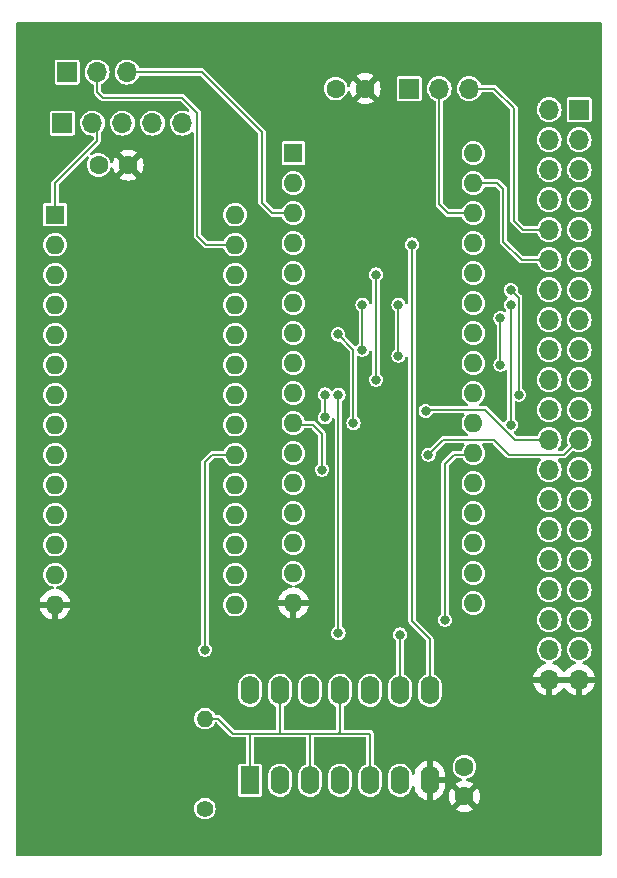
<source format=gbl>
G04 #@! TF.GenerationSoftware,KiCad,Pcbnew,(6.0.1)*
G04 #@! TF.CreationDate,2022-10-08T09:58:21-04:00*
G04 #@! TF.ProjectId,LB-MEM-04,4c422d4d-454d-42d3-9034-2e6b69636164,2*
G04 #@! TF.SameCoordinates,Original*
G04 #@! TF.FileFunction,Copper,L2,Bot*
G04 #@! TF.FilePolarity,Positive*
%FSLAX46Y46*%
G04 Gerber Fmt 4.6, Leading zero omitted, Abs format (unit mm)*
G04 Created by KiCad (PCBNEW (6.0.1)) date 2022-10-08 09:58:21*
%MOMM*%
%LPD*%
G01*
G04 APERTURE LIST*
G04 #@! TA.AperFunction,ComponentPad*
%ADD10R,1.700000X1.700000*%
G04 #@! TD*
G04 #@! TA.AperFunction,ComponentPad*
%ADD11O,1.700000X1.700000*%
G04 #@! TD*
G04 #@! TA.AperFunction,ComponentPad*
%ADD12R,1.600000X1.600000*%
G04 #@! TD*
G04 #@! TA.AperFunction,ComponentPad*
%ADD13O,1.600000X1.600000*%
G04 #@! TD*
G04 #@! TA.AperFunction,ComponentPad*
%ADD14R,1.600000X2.400000*%
G04 #@! TD*
G04 #@! TA.AperFunction,ComponentPad*
%ADD15O,1.600000X2.400000*%
G04 #@! TD*
G04 #@! TA.AperFunction,ComponentPad*
%ADD16C,1.600000*%
G04 #@! TD*
G04 #@! TA.AperFunction,ComponentPad*
%ADD17C,1.400000*%
G04 #@! TD*
G04 #@! TA.AperFunction,ComponentPad*
%ADD18O,1.400000X1.400000*%
G04 #@! TD*
G04 #@! TA.AperFunction,ViaPad*
%ADD19C,0.800000*%
G04 #@! TD*
G04 #@! TA.AperFunction,Conductor*
%ADD20C,0.203200*%
G04 #@! TD*
G04 APERTURE END LIST*
D10*
X136144000Y-55753000D03*
D11*
X138684000Y-55753000D03*
X141224000Y-55753000D03*
X143764000Y-55753000D03*
X146304000Y-55753000D03*
D12*
X135506993Y-63500000D03*
D13*
X135506993Y-66040000D03*
X135506993Y-68580000D03*
X135506993Y-71120000D03*
X135506993Y-73660000D03*
X135506993Y-76200000D03*
X135506993Y-78740000D03*
X135506993Y-81280000D03*
X135506993Y-83820000D03*
X135506993Y-86360000D03*
X135506993Y-88900000D03*
X135506993Y-91440000D03*
X135506993Y-93980000D03*
X135506993Y-96520000D03*
X150746993Y-96520000D03*
X150746993Y-93980000D03*
X150746993Y-91440000D03*
X150746993Y-88900000D03*
X150746993Y-86360000D03*
X150746993Y-83820000D03*
X150746993Y-81280000D03*
X150746993Y-78740000D03*
X150746993Y-76200000D03*
X150746993Y-73660000D03*
X150746993Y-71120000D03*
X150746993Y-68580000D03*
X150746993Y-66040000D03*
X150746993Y-63500000D03*
D12*
X155702000Y-58293000D03*
D13*
X155702000Y-60833000D03*
X155702000Y-63373000D03*
X155702000Y-65913000D03*
X155702000Y-68453000D03*
X155702000Y-70993000D03*
X155702000Y-73533000D03*
X155702000Y-76073000D03*
X155702000Y-78613000D03*
X155702000Y-81153000D03*
X155702000Y-83693000D03*
X155702000Y-86233000D03*
X155702000Y-88773000D03*
X155702000Y-91313000D03*
X155702000Y-93853000D03*
X155702000Y-96393000D03*
X170942000Y-96393000D03*
X170942000Y-93853000D03*
X170942000Y-91313000D03*
X170942000Y-88773000D03*
X170942000Y-86233000D03*
X170942000Y-83693000D03*
X170942000Y-81153000D03*
X170942000Y-78613000D03*
X170942000Y-76073000D03*
X170942000Y-73533000D03*
X170942000Y-70993000D03*
X170942000Y-68453000D03*
X170942000Y-65913000D03*
X170942000Y-63373000D03*
X170942000Y-60833000D03*
X170942000Y-58293000D03*
D10*
X165496011Y-52832000D03*
D11*
X168036011Y-52832000D03*
X170576011Y-52832000D03*
D10*
X179890000Y-54615000D03*
D11*
X177350000Y-54615000D03*
X179890000Y-57155000D03*
X177350000Y-57155000D03*
X179890000Y-59695000D03*
X177350000Y-59695000D03*
X179890000Y-62235000D03*
X177350000Y-62235000D03*
X179890000Y-64775000D03*
X177350000Y-64775000D03*
X179890000Y-67315000D03*
X177350000Y-67315000D03*
X179890000Y-69855000D03*
X177350000Y-69855000D03*
X179890000Y-72395000D03*
X177350000Y-72395000D03*
X179890000Y-74935000D03*
X177350000Y-74935000D03*
X179890000Y-77475000D03*
X177350000Y-77475000D03*
X179890000Y-80015000D03*
X177350000Y-80015000D03*
X179890000Y-82555000D03*
X177350000Y-82555000D03*
X179890000Y-85095000D03*
X177350000Y-85095000D03*
X179890000Y-87635000D03*
X177350000Y-87635000D03*
X179890000Y-90175000D03*
X177350000Y-90175000D03*
X179890000Y-92715000D03*
X177350000Y-92715000D03*
X179890000Y-95255000D03*
X177350000Y-95255000D03*
X179890000Y-97795000D03*
X177350000Y-97795000D03*
X179890000Y-100335000D03*
X177350000Y-100335000D03*
X179890000Y-102875000D03*
X177350000Y-102875000D03*
D14*
X152013996Y-111394011D03*
D15*
X154553996Y-111394011D03*
X157093996Y-111394011D03*
X159633996Y-111394011D03*
X162173996Y-111394011D03*
X164713996Y-111394011D03*
X167253996Y-111394011D03*
X167253996Y-103774011D03*
X164713996Y-103774011D03*
X162173996Y-103774011D03*
X159633996Y-103774011D03*
X157093996Y-103774011D03*
X154553996Y-103774011D03*
X152013996Y-103774011D03*
D16*
X170180000Y-112756010D03*
X170180000Y-110256010D03*
X141712010Y-59309000D03*
X139212010Y-59309000D03*
D10*
X136540000Y-51435000D03*
D11*
X139080000Y-51435000D03*
X141620000Y-51435000D03*
D17*
X148209000Y-113792000D03*
D18*
X148209000Y-106172000D03*
D16*
X161778000Y-52832000D03*
X159278000Y-52832000D03*
D19*
X173228000Y-72263000D03*
X173228000Y-76200000D03*
X158115000Y-85090000D03*
X167132000Y-83820000D03*
X158369000Y-80663500D03*
X166896500Y-80118500D03*
X158369000Y-78740000D03*
X174099405Y-69867595D03*
X174770500Y-78740000D03*
X164592000Y-75438000D03*
X164592000Y-71120000D03*
X159494405Y-73642405D03*
X160782000Y-81153000D03*
X161544000Y-71120000D03*
X161544000Y-74930000D03*
X162687000Y-77470000D03*
X162687000Y-68580000D03*
X174117000Y-71120000D03*
X174117000Y-81280000D03*
X159508425Y-78740000D03*
X164719000Y-99060000D03*
X159508425Y-98936575D03*
X165735000Y-66040000D03*
X168529000Y-97790000D03*
X148209000Y-100330000D03*
D20*
X153035000Y-62484000D02*
X153924000Y-63373000D01*
X147955000Y-51435000D02*
X153035000Y-56515000D01*
X153035000Y-56515000D02*
X153035000Y-62484000D01*
X153924000Y-63373000D02*
X155702000Y-63373000D01*
X141620000Y-51435000D02*
X147955000Y-51435000D01*
X147574000Y-54864000D02*
X147574000Y-65278000D01*
X146304000Y-53594000D02*
X147574000Y-54864000D01*
X139573000Y-53594000D02*
X146304000Y-53594000D01*
X148336000Y-66040000D02*
X150746993Y-66040000D01*
X139080000Y-53101000D02*
X139573000Y-53594000D01*
X139080000Y-51435000D02*
X139080000Y-53101000D01*
X147574000Y-65278000D02*
X148336000Y-66040000D01*
X174371000Y-54483000D02*
X172720000Y-52832000D01*
X174371000Y-64008000D02*
X174371000Y-54483000D01*
X177350000Y-64775000D02*
X175138000Y-64775000D01*
X175138000Y-64775000D02*
X174371000Y-64008000D01*
X172720000Y-52832000D02*
X170576000Y-52832000D01*
X175011000Y-67315000D02*
X173482000Y-65786000D01*
X173482000Y-65786000D02*
X173482000Y-61341000D01*
X172974000Y-60833000D02*
X170942000Y-60833000D01*
X177350000Y-67315000D02*
X175011000Y-67315000D01*
X173482000Y-61341000D02*
X172974000Y-60833000D01*
X168036000Y-62626000D02*
X168036000Y-52832000D01*
X168783000Y-63373000D02*
X168036000Y-62626000D01*
X170942000Y-63373000D02*
X168783000Y-63373000D01*
X173228000Y-72263000D02*
X173228000Y-76200000D01*
X168402000Y-82550000D02*
X172720000Y-82550000D01*
X172720000Y-82550000D02*
X173990000Y-83820000D01*
X155702000Y-81280000D02*
X157353000Y-81280000D01*
X173990000Y-83820000D02*
X178625000Y-83820000D01*
X178625000Y-83820000D02*
X179890000Y-82555000D01*
X167132000Y-83820000D02*
X168402000Y-82550000D01*
X158115000Y-82042000D02*
X158115000Y-85090000D01*
X157353000Y-81280000D02*
X158115000Y-82042000D01*
X167005000Y-80010000D02*
X166896500Y-80118500D01*
X174467795Y-82555000D02*
X171922795Y-80010000D01*
X177350000Y-82555000D02*
X174467795Y-82555000D01*
X167005000Y-80010000D02*
X171922795Y-80010000D01*
X158369000Y-78740000D02*
X158369000Y-80663500D01*
X164592000Y-71120000D02*
X164592000Y-75438000D01*
X174770500Y-70538690D02*
X174099405Y-69867595D01*
X174770500Y-78740000D02*
X174770500Y-70538690D01*
X160782000Y-81153000D02*
X160782000Y-74930000D01*
X160782000Y-74930000D02*
X159494405Y-73642405D01*
X161544000Y-74930000D02*
X161544000Y-71120000D01*
X162687000Y-68580000D02*
X162687000Y-77470000D01*
X174117000Y-71120000D02*
X174117000Y-81280000D01*
X164714000Y-99065000D02*
X164719000Y-99060000D01*
X159508425Y-98936575D02*
X159508425Y-78740000D01*
X164714000Y-103774000D02*
X164714000Y-99065000D01*
X165735000Y-97917000D02*
X167254000Y-99436000D01*
X167254000Y-99436000D02*
X167254000Y-103774000D01*
X165735000Y-66040000D02*
X165735000Y-97917000D01*
X168529000Y-97790000D02*
X168529000Y-84582000D01*
X168529000Y-84582000D02*
X169291000Y-83820000D01*
X169291000Y-83820000D02*
X170942000Y-83820000D01*
X148209000Y-100330000D02*
X148209000Y-84455000D01*
X148209000Y-84455000D02*
X148844000Y-83820000D01*
X148844000Y-83820000D02*
X150747000Y-83820000D01*
X139080000Y-57262000D02*
X139080000Y-55753000D01*
X135507000Y-60835000D02*
X139080000Y-57262000D01*
X135507000Y-63500000D02*
X135507000Y-60835000D01*
X156972000Y-107442000D02*
X159512000Y-107442000D01*
X154559000Y-107442000D02*
X156972000Y-107442000D01*
X152014000Y-111394000D02*
X152014000Y-107447000D01*
X152014000Y-107447000D02*
X152019000Y-107442000D01*
X159512000Y-107442000D02*
X162179000Y-107442000D01*
X148209000Y-106172000D02*
X149352000Y-106172000D01*
X159634000Y-103774000D02*
X159634000Y-107320000D01*
X150622000Y-107442000D02*
X152019000Y-107442000D01*
X159634000Y-107320000D02*
X159512000Y-107442000D01*
X149352000Y-106172000D02*
X150622000Y-107442000D01*
X162179000Y-107442000D02*
X162174000Y-107447000D01*
X162174000Y-107447000D02*
X162174000Y-111394000D01*
X157094000Y-107564000D02*
X156972000Y-107442000D01*
X152019000Y-107442000D02*
X154559000Y-107442000D01*
X154554000Y-107437000D02*
X154559000Y-107442000D01*
X157094000Y-111394000D02*
X157094000Y-107564000D01*
X154554000Y-103774000D02*
X154554000Y-107437000D01*
G04 #@! TA.AperFunction,Conductor*
G36*
X181738921Y-47223202D02*
G01*
X181785414Y-47276858D01*
X181796800Y-47329200D01*
X181796800Y-117670800D01*
X181776798Y-117738921D01*
X181723142Y-117785414D01*
X181670800Y-117796800D01*
X132329200Y-117796800D01*
X132261079Y-117776798D01*
X132214586Y-117723142D01*
X132203200Y-117670800D01*
X132203200Y-113792000D01*
X147300322Y-113792000D01*
X147320179Y-113980925D01*
X147378881Y-114161593D01*
X147473864Y-114326108D01*
X147600976Y-114467279D01*
X147754661Y-114578938D01*
X147760689Y-114581622D01*
X147760691Y-114581623D01*
X147922172Y-114653519D01*
X147928203Y-114656204D01*
X148021110Y-114675952D01*
X148107560Y-114694328D01*
X148107564Y-114694328D01*
X148114017Y-114695700D01*
X148303983Y-114695700D01*
X148310436Y-114694328D01*
X148310440Y-114694328D01*
X148396890Y-114675952D01*
X148489797Y-114656204D01*
X148495828Y-114653519D01*
X148657309Y-114581623D01*
X148657311Y-114581622D01*
X148663339Y-114578938D01*
X148817024Y-114467279D01*
X148944136Y-114326108D01*
X149039119Y-114161593D01*
X149097821Y-113980925D01*
X149112415Y-113842072D01*
X169458493Y-113842072D01*
X169467789Y-113854087D01*
X169518994Y-113889941D01*
X169528489Y-113895424D01*
X169725947Y-113987500D01*
X169736239Y-113991246D01*
X169946688Y-114047635D01*
X169957481Y-114049538D01*
X170174525Y-114068527D01*
X170185475Y-114068527D01*
X170402519Y-114049538D01*
X170413312Y-114047635D01*
X170623761Y-113991246D01*
X170634053Y-113987500D01*
X170831511Y-113895424D01*
X170841006Y-113889941D01*
X170893048Y-113853501D01*
X170901424Y-113843022D01*
X170894356Y-113829576D01*
X170192812Y-113128032D01*
X170178868Y-113120418D01*
X170177035Y-113120549D01*
X170170420Y-113124800D01*
X169464923Y-113830297D01*
X169458493Y-113842072D01*
X149112415Y-113842072D01*
X149117678Y-113792000D01*
X149097821Y-113603075D01*
X149039119Y-113422407D01*
X148944136Y-113257892D01*
X148827209Y-113128032D01*
X148821439Y-113121624D01*
X148821438Y-113121623D01*
X148817024Y-113116721D01*
X148663339Y-113005062D01*
X148657311Y-113002378D01*
X148657309Y-113002377D01*
X148495828Y-112930481D01*
X148495827Y-112930481D01*
X148489797Y-112927796D01*
X148396890Y-112908048D01*
X148310440Y-112889672D01*
X148310436Y-112889672D01*
X148303983Y-112888300D01*
X148114017Y-112888300D01*
X148107564Y-112889672D01*
X148107560Y-112889672D01*
X148021110Y-112908048D01*
X147928203Y-112927796D01*
X147922173Y-112930481D01*
X147922172Y-112930481D01*
X147760691Y-113002377D01*
X147760689Y-113002378D01*
X147754661Y-113005062D01*
X147600976Y-113116721D01*
X147596562Y-113121623D01*
X147596561Y-113121624D01*
X147590791Y-113128032D01*
X147473864Y-113257892D01*
X147378881Y-113422407D01*
X147320179Y-113603075D01*
X147300322Y-113792000D01*
X132203200Y-113792000D01*
X132203200Y-106172000D01*
X147300322Y-106172000D01*
X147320179Y-106360925D01*
X147378881Y-106541593D01*
X147473864Y-106706108D01*
X147600976Y-106847279D01*
X147754661Y-106958938D01*
X147760689Y-106961622D01*
X147760691Y-106961623D01*
X147870920Y-107010700D01*
X147928203Y-107036204D01*
X148021110Y-107055952D01*
X148107560Y-107074328D01*
X148107564Y-107074328D01*
X148114017Y-107075700D01*
X148303983Y-107075700D01*
X148310436Y-107074328D01*
X148310440Y-107074328D01*
X148396890Y-107055952D01*
X148489797Y-107036204D01*
X148547080Y-107010700D01*
X148657309Y-106961623D01*
X148657311Y-106961622D01*
X148663339Y-106958938D01*
X148817024Y-106847279D01*
X148944136Y-106706108D01*
X149039119Y-106541593D01*
X149041447Y-106542937D01*
X149079709Y-106497941D01*
X149148814Y-106477300D01*
X149173351Y-106477300D01*
X149241472Y-106497302D01*
X149262446Y-106514205D01*
X150368437Y-107620196D01*
X150370291Y-107622343D01*
X150372655Y-107627180D01*
X150381184Y-107635092D01*
X150381185Y-107635093D01*
X150409151Y-107661035D01*
X150412556Y-107664315D01*
X150426197Y-107677956D01*
X150430213Y-107680711D01*
X150433007Y-107683164D01*
X150456037Y-107704528D01*
X150466843Y-107708839D01*
X150470378Y-107711074D01*
X150482751Y-107717681D01*
X150486576Y-107719376D01*
X150496168Y-107725956D01*
X150518129Y-107731168D01*
X150520675Y-107731772D01*
X150538271Y-107737337D01*
X150553413Y-107743378D01*
X150553416Y-107743379D01*
X150561673Y-107746673D01*
X150568068Y-107747300D01*
X150571362Y-107747300D01*
X150571513Y-107747318D01*
X150574220Y-107747450D01*
X150574211Y-107747633D01*
X150586766Y-107749103D01*
X150595507Y-107749530D01*
X150606827Y-107752217D01*
X150618356Y-107750648D01*
X150618357Y-107750648D01*
X150634499Y-107748451D01*
X150651490Y-107747300D01*
X151582700Y-107747300D01*
X151650821Y-107767302D01*
X151697314Y-107820958D01*
X151708700Y-107873300D01*
X151708700Y-109864311D01*
X151688698Y-109932432D01*
X151635042Y-109978925D01*
X151582700Y-109990311D01*
X151193932Y-109990311D01*
X151134516Y-110002130D01*
X151067136Y-110047151D01*
X151022115Y-110114531D01*
X151010296Y-110173947D01*
X151010296Y-112614075D01*
X151022115Y-112673491D01*
X151067136Y-112740871D01*
X151134516Y-112785892D01*
X151193932Y-112797711D01*
X152834060Y-112797711D01*
X152893476Y-112785892D01*
X152960856Y-112740871D01*
X153005877Y-112673491D01*
X153017696Y-112614075D01*
X153017696Y-111844968D01*
X153550296Y-111844968D01*
X153565726Y-111996874D01*
X153626702Y-112191450D01*
X153725558Y-112369790D01*
X153858255Y-112524611D01*
X154019373Y-112649586D01*
X154202330Y-112739612D01*
X154208508Y-112741221D01*
X154208510Y-112741222D01*
X154393469Y-112789401D01*
X154393474Y-112789402D01*
X154399652Y-112791011D01*
X154489706Y-112795731D01*
X154596897Y-112801349D01*
X154596902Y-112801349D01*
X154603279Y-112801683D01*
X154804893Y-112771191D01*
X154810877Y-112768989D01*
X154810882Y-112768988D01*
X154990268Y-112702987D01*
X154990269Y-112702986D01*
X154996258Y-112700783D01*
X155023635Y-112683809D01*
X155104810Y-112633478D01*
X155169557Y-112593333D01*
X155232838Y-112533491D01*
X155313069Y-112457620D01*
X155313070Y-112457619D01*
X155317710Y-112453231D01*
X155434666Y-112286201D01*
X155515647Y-112099065D01*
X155527193Y-112043799D01*
X155556356Y-111904203D01*
X155556357Y-111904198D01*
X155557345Y-111899467D01*
X155557696Y-111892770D01*
X155557696Y-110943054D01*
X155542266Y-110791148D01*
X155481290Y-110596572D01*
X155382434Y-110418232D01*
X155249737Y-110263411D01*
X155235701Y-110252523D01*
X155109385Y-110154544D01*
X155088619Y-110138436D01*
X154905662Y-110048410D01*
X154899484Y-110046801D01*
X154899482Y-110046800D01*
X154714523Y-109998621D01*
X154714518Y-109998620D01*
X154708340Y-109997011D01*
X154618286Y-109992291D01*
X154511095Y-109986673D01*
X154511090Y-109986673D01*
X154504713Y-109986339D01*
X154303099Y-110016831D01*
X154297115Y-110019033D01*
X154297110Y-110019034D01*
X154117724Y-110085035D01*
X154111734Y-110087239D01*
X154106310Y-110090602D01*
X154106308Y-110090603D01*
X154048087Y-110126702D01*
X153938435Y-110194689D01*
X153933797Y-110199075D01*
X153840107Y-110287674D01*
X153790282Y-110334791D01*
X153673326Y-110501821D01*
X153592345Y-110688957D01*
X153591039Y-110695209D01*
X153562459Y-110832016D01*
X153550647Y-110888555D01*
X153550296Y-110895252D01*
X153550296Y-111844968D01*
X153017696Y-111844968D01*
X153017696Y-110173947D01*
X153005877Y-110114531D01*
X152960856Y-110047151D01*
X152893476Y-110002130D01*
X152834060Y-109990311D01*
X152445300Y-109990311D01*
X152377179Y-109970309D01*
X152330686Y-109916653D01*
X152319300Y-109864311D01*
X152319300Y-107873300D01*
X152339302Y-107805179D01*
X152392958Y-107758686D01*
X152445300Y-107747300D01*
X154508364Y-107747300D01*
X154523768Y-107749103D01*
X154532507Y-107749530D01*
X154543828Y-107752217D01*
X154555357Y-107750648D01*
X154555358Y-107750648D01*
X154571500Y-107748451D01*
X154588491Y-107747300D01*
X156662700Y-107747300D01*
X156730821Y-107767302D01*
X156777314Y-107820958D01*
X156788700Y-107873300D01*
X156788700Y-109948947D01*
X156768698Y-110017068D01*
X156715042Y-110063561D01*
X156706207Y-110067197D01*
X156651734Y-110087239D01*
X156646310Y-110090602D01*
X156646308Y-110090603D01*
X156588087Y-110126702D01*
X156478435Y-110194689D01*
X156473797Y-110199075D01*
X156380107Y-110287674D01*
X156330282Y-110334791D01*
X156213326Y-110501821D01*
X156132345Y-110688957D01*
X156131039Y-110695209D01*
X156102459Y-110832016D01*
X156090647Y-110888555D01*
X156090296Y-110895252D01*
X156090296Y-111844968D01*
X156105726Y-111996874D01*
X156166702Y-112191450D01*
X156265558Y-112369790D01*
X156398255Y-112524611D01*
X156559373Y-112649586D01*
X156742330Y-112739612D01*
X156748508Y-112741221D01*
X156748510Y-112741222D01*
X156933469Y-112789401D01*
X156933474Y-112789402D01*
X156939652Y-112791011D01*
X157029706Y-112795731D01*
X157136897Y-112801349D01*
X157136902Y-112801349D01*
X157143279Y-112801683D01*
X157344893Y-112771191D01*
X157350877Y-112768989D01*
X157350882Y-112768988D01*
X157530268Y-112702987D01*
X157530269Y-112702986D01*
X157536258Y-112700783D01*
X157563635Y-112683809D01*
X157644810Y-112633478D01*
X157709557Y-112593333D01*
X157772838Y-112533491D01*
X157853069Y-112457620D01*
X157853070Y-112457619D01*
X157857710Y-112453231D01*
X157974666Y-112286201D01*
X158055647Y-112099065D01*
X158067193Y-112043799D01*
X158096356Y-111904203D01*
X158096357Y-111904198D01*
X158097345Y-111899467D01*
X158097696Y-111892770D01*
X158097696Y-111844968D01*
X158630296Y-111844968D01*
X158645726Y-111996874D01*
X158706702Y-112191450D01*
X158805558Y-112369790D01*
X158938255Y-112524611D01*
X159099373Y-112649586D01*
X159282330Y-112739612D01*
X159288508Y-112741221D01*
X159288510Y-112741222D01*
X159473469Y-112789401D01*
X159473474Y-112789402D01*
X159479652Y-112791011D01*
X159569706Y-112795731D01*
X159676897Y-112801349D01*
X159676902Y-112801349D01*
X159683279Y-112801683D01*
X159884893Y-112771191D01*
X159890877Y-112768989D01*
X159890882Y-112768988D01*
X160070268Y-112702987D01*
X160070269Y-112702986D01*
X160076258Y-112700783D01*
X160103635Y-112683809D01*
X160184810Y-112633478D01*
X160249557Y-112593333D01*
X160312838Y-112533491D01*
X160393069Y-112457620D01*
X160393070Y-112457619D01*
X160397710Y-112453231D01*
X160514666Y-112286201D01*
X160595647Y-112099065D01*
X160607193Y-112043799D01*
X160636356Y-111904203D01*
X160636357Y-111904198D01*
X160637345Y-111899467D01*
X160637696Y-111892770D01*
X160637696Y-110943054D01*
X160622266Y-110791148D01*
X160561290Y-110596572D01*
X160462434Y-110418232D01*
X160329737Y-110263411D01*
X160315701Y-110252523D01*
X160189385Y-110154544D01*
X160168619Y-110138436D01*
X159985662Y-110048410D01*
X159979484Y-110046801D01*
X159979482Y-110046800D01*
X159794523Y-109998621D01*
X159794518Y-109998620D01*
X159788340Y-109997011D01*
X159698286Y-109992291D01*
X159591095Y-109986673D01*
X159591090Y-109986673D01*
X159584713Y-109986339D01*
X159383099Y-110016831D01*
X159377115Y-110019033D01*
X159377110Y-110019034D01*
X159197724Y-110085035D01*
X159191734Y-110087239D01*
X159186310Y-110090602D01*
X159186308Y-110090603D01*
X159128087Y-110126702D01*
X159018435Y-110194689D01*
X159013797Y-110199075D01*
X158920107Y-110287674D01*
X158870282Y-110334791D01*
X158753326Y-110501821D01*
X158672345Y-110688957D01*
X158671039Y-110695209D01*
X158642459Y-110832016D01*
X158630647Y-110888555D01*
X158630296Y-110895252D01*
X158630296Y-111844968D01*
X158097696Y-111844968D01*
X158097696Y-110943054D01*
X158082266Y-110791148D01*
X158021290Y-110596572D01*
X157922434Y-110418232D01*
X157789737Y-110263411D01*
X157775701Y-110252523D01*
X157649385Y-110154544D01*
X157628619Y-110138436D01*
X157622902Y-110135623D01*
X157622891Y-110135616D01*
X157469670Y-110060222D01*
X157417379Y-110012200D01*
X157399300Y-109947168D01*
X157399300Y-107873300D01*
X157419302Y-107805179D01*
X157472958Y-107758686D01*
X157525300Y-107747300D01*
X159458710Y-107747300D01*
X159461535Y-107747507D01*
X159466628Y-107749256D01*
X159516357Y-107747389D01*
X159521083Y-107747300D01*
X161742700Y-107747300D01*
X161810821Y-107767302D01*
X161857314Y-107820958D01*
X161868700Y-107873300D01*
X161868700Y-109948947D01*
X161848698Y-110017068D01*
X161795042Y-110063561D01*
X161786207Y-110067197D01*
X161731734Y-110087239D01*
X161726310Y-110090602D01*
X161726308Y-110090603D01*
X161668087Y-110126702D01*
X161558435Y-110194689D01*
X161553797Y-110199075D01*
X161460107Y-110287674D01*
X161410282Y-110334791D01*
X161293326Y-110501821D01*
X161212345Y-110688957D01*
X161211039Y-110695209D01*
X161182459Y-110832016D01*
X161170647Y-110888555D01*
X161170296Y-110895252D01*
X161170296Y-111844968D01*
X161185726Y-111996874D01*
X161246702Y-112191450D01*
X161345558Y-112369790D01*
X161478255Y-112524611D01*
X161639373Y-112649586D01*
X161822330Y-112739612D01*
X161828508Y-112741221D01*
X161828510Y-112741222D01*
X162013469Y-112789401D01*
X162013474Y-112789402D01*
X162019652Y-112791011D01*
X162109706Y-112795731D01*
X162216897Y-112801349D01*
X162216902Y-112801349D01*
X162223279Y-112801683D01*
X162424893Y-112771191D01*
X162430877Y-112768989D01*
X162430882Y-112768988D01*
X162610268Y-112702987D01*
X162610269Y-112702986D01*
X162616258Y-112700783D01*
X162643635Y-112683809D01*
X162724810Y-112633478D01*
X162789557Y-112593333D01*
X162852838Y-112533491D01*
X162933069Y-112457620D01*
X162933070Y-112457619D01*
X162937710Y-112453231D01*
X163054666Y-112286201D01*
X163135647Y-112099065D01*
X163147193Y-112043799D01*
X163176356Y-111904203D01*
X163176357Y-111904198D01*
X163177345Y-111899467D01*
X163177696Y-111892770D01*
X163177696Y-111844968D01*
X163710296Y-111844968D01*
X163725726Y-111996874D01*
X163786702Y-112191450D01*
X163885558Y-112369790D01*
X164018255Y-112524611D01*
X164179373Y-112649586D01*
X164362330Y-112739612D01*
X164368508Y-112741221D01*
X164368510Y-112741222D01*
X164553469Y-112789401D01*
X164553474Y-112789402D01*
X164559652Y-112791011D01*
X164649706Y-112795731D01*
X164756897Y-112801349D01*
X164756902Y-112801349D01*
X164763279Y-112801683D01*
X164964893Y-112771191D01*
X164970877Y-112768989D01*
X164970882Y-112768988D01*
X165150268Y-112702987D01*
X165150269Y-112702986D01*
X165156258Y-112700783D01*
X165183635Y-112683809D01*
X165264810Y-112633478D01*
X165329557Y-112593333D01*
X165392838Y-112533491D01*
X165473069Y-112457620D01*
X165473070Y-112457619D01*
X165477710Y-112453231D01*
X165594666Y-112286201D01*
X165675647Y-112099065D01*
X165687193Y-112043799D01*
X165706996Y-111949006D01*
X165740506Y-111886416D01*
X165802535Y-111851878D01*
X165873390Y-111856358D01*
X165930575Y-111898435D01*
X165955854Y-111963792D01*
X165960468Y-112016531D01*
X165962371Y-112027323D01*
X166018760Y-112237772D01*
X166022506Y-112248064D01*
X166114582Y-112445522D01*
X166120065Y-112455018D01*
X166245024Y-112633478D01*
X166252080Y-112641886D01*
X166406121Y-112795927D01*
X166414529Y-112802983D01*
X166592989Y-112927942D01*
X166602485Y-112933425D01*
X166799943Y-113025501D01*
X166810235Y-113029247D01*
X166982499Y-113075405D01*
X166996595Y-113075069D01*
X166999996Y-113067127D01*
X166999996Y-113061978D01*
X167507996Y-113061978D01*
X167511969Y-113075509D01*
X167520518Y-113076738D01*
X167697757Y-113029247D01*
X167708049Y-113025501D01*
X167905507Y-112933425D01*
X167915003Y-112927942D01*
X168093463Y-112802983D01*
X168101871Y-112795927D01*
X168136313Y-112761485D01*
X168867483Y-112761485D01*
X168886472Y-112978529D01*
X168888375Y-112989322D01*
X168944764Y-113199771D01*
X168948510Y-113210063D01*
X169040586Y-113407521D01*
X169046069Y-113417016D01*
X169082509Y-113469058D01*
X169092988Y-113477434D01*
X169106434Y-113470366D01*
X169807978Y-112768822D01*
X169814356Y-112757142D01*
X170544408Y-112757142D01*
X170544539Y-112758975D01*
X170548790Y-112765590D01*
X171254287Y-113471087D01*
X171266062Y-113477517D01*
X171278077Y-113468221D01*
X171313931Y-113417016D01*
X171319414Y-113407521D01*
X171411490Y-113210063D01*
X171415236Y-113199771D01*
X171471625Y-112989322D01*
X171473528Y-112978529D01*
X171492517Y-112761485D01*
X171492517Y-112750535D01*
X171473528Y-112533491D01*
X171471625Y-112522698D01*
X171415236Y-112312249D01*
X171411490Y-112301957D01*
X171319414Y-112104499D01*
X171313931Y-112095004D01*
X171277491Y-112042962D01*
X171267012Y-112034586D01*
X171253566Y-112041654D01*
X170552022Y-112743198D01*
X170544408Y-112757142D01*
X169814356Y-112757142D01*
X169815592Y-112754878D01*
X169815461Y-112753045D01*
X169811210Y-112746430D01*
X169105713Y-112040933D01*
X169093938Y-112034503D01*
X169081923Y-112043799D01*
X169046069Y-112095004D01*
X169040586Y-112104499D01*
X168948510Y-112301957D01*
X168944764Y-112312249D01*
X168888375Y-112522698D01*
X168886472Y-112533491D01*
X168867483Y-112750535D01*
X168867483Y-112761485D01*
X168136313Y-112761485D01*
X168255912Y-112641886D01*
X168262968Y-112633478D01*
X168387927Y-112455018D01*
X168393410Y-112445522D01*
X168485486Y-112248064D01*
X168489232Y-112237772D01*
X168545621Y-112027323D01*
X168547524Y-112016530D01*
X168561758Y-111853841D01*
X168561996Y-111848376D01*
X168561996Y-111666126D01*
X168557521Y-111650887D01*
X168556131Y-111649682D01*
X168548448Y-111648011D01*
X167526111Y-111648011D01*
X167510872Y-111652486D01*
X167509667Y-111653876D01*
X167507996Y-111661559D01*
X167507996Y-113061978D01*
X166999996Y-113061978D01*
X166999996Y-111121896D01*
X167507996Y-111121896D01*
X167512471Y-111137135D01*
X167513861Y-111138340D01*
X167521544Y-111140011D01*
X168543881Y-111140011D01*
X168559120Y-111135536D01*
X168560325Y-111134146D01*
X168561996Y-111126463D01*
X168561996Y-110939646D01*
X168561758Y-110934181D01*
X168547524Y-110771492D01*
X168545621Y-110760699D01*
X168489232Y-110550250D01*
X168485486Y-110539958D01*
X168393410Y-110342500D01*
X168387927Y-110333004D01*
X168324155Y-110241928D01*
X169171542Y-110241928D01*
X169172058Y-110248072D01*
X169186816Y-110423816D01*
X169188013Y-110438074D01*
X169189712Y-110443999D01*
X169231859Y-110590983D01*
X169242268Y-110627284D01*
X169245087Y-110632769D01*
X169329424Y-110796871D01*
X169329427Y-110796876D01*
X169332242Y-110802353D01*
X169454506Y-110956612D01*
X169604403Y-111084185D01*
X169609781Y-111087191D01*
X169609783Y-111087192D01*
X169716590Y-111146884D01*
X169776226Y-111180213D01*
X169782084Y-111182116D01*
X169782090Y-111182119D01*
X169928031Y-111229538D01*
X169986637Y-111269612D01*
X170014274Y-111335008D01*
X170002167Y-111404965D01*
X169954161Y-111457271D01*
X169921706Y-111471078D01*
X169736239Y-111520774D01*
X169725947Y-111524520D01*
X169528489Y-111616596D01*
X169518994Y-111622079D01*
X169466952Y-111658519D01*
X169458576Y-111668998D01*
X169465644Y-111682444D01*
X170167188Y-112383988D01*
X170181132Y-112391602D01*
X170182965Y-112391471D01*
X170189580Y-112387220D01*
X170895077Y-111681723D01*
X170901507Y-111669948D01*
X170892211Y-111657933D01*
X170841006Y-111622079D01*
X170831511Y-111616596D01*
X170634053Y-111524520D01*
X170623761Y-111520774D01*
X170435310Y-111470279D01*
X170374687Y-111433327D01*
X170343666Y-111369467D01*
X170352094Y-111298972D01*
X170397297Y-111244225D01*
X170434037Y-111227214D01*
X170452927Y-111221940D01*
X170544719Y-111196311D01*
X170720411Y-111107562D01*
X170750333Y-111084185D01*
X170870659Y-110990176D01*
X170870660Y-110990175D01*
X170875520Y-110986378D01*
X171004136Y-110837374D01*
X171014086Y-110819859D01*
X171098316Y-110671590D01*
X171098318Y-110671585D01*
X171101362Y-110666227D01*
X171163493Y-110479454D01*
X171171840Y-110413383D01*
X171187721Y-110287674D01*
X171187722Y-110287665D01*
X171188163Y-110284171D01*
X171188556Y-110256010D01*
X171169348Y-110060114D01*
X171167031Y-110052438D01*
X171135785Y-109948947D01*
X171112456Y-109871679D01*
X171020048Y-109697884D01*
X170950182Y-109612220D01*
X170899537Y-109550122D01*
X170899534Y-109550119D01*
X170895642Y-109545347D01*
X170890893Y-109541418D01*
X170748727Y-109423808D01*
X170748723Y-109423806D01*
X170743977Y-109419879D01*
X170570831Y-109326259D01*
X170476814Y-109297156D01*
X170388685Y-109269876D01*
X170388682Y-109269875D01*
X170382798Y-109268054D01*
X170376673Y-109267410D01*
X170376672Y-109267410D01*
X170193169Y-109248123D01*
X170193168Y-109248123D01*
X170187041Y-109247479D01*
X170114275Y-109254101D01*
X169997153Y-109264759D01*
X169997149Y-109264760D01*
X169991015Y-109265318D01*
X169802188Y-109320893D01*
X169627752Y-109412086D01*
X169474350Y-109535424D01*
X169347827Y-109686209D01*
X169253001Y-109858698D01*
X169193483Y-110046319D01*
X169171542Y-110241928D01*
X168324155Y-110241928D01*
X168262968Y-110154544D01*
X168255912Y-110146136D01*
X168101871Y-109992095D01*
X168093463Y-109985039D01*
X167915003Y-109860080D01*
X167905507Y-109854597D01*
X167708049Y-109762521D01*
X167697757Y-109758775D01*
X167525493Y-109712617D01*
X167511397Y-109712953D01*
X167507996Y-109720895D01*
X167507996Y-111121896D01*
X166999996Y-111121896D01*
X166999996Y-109726044D01*
X166996023Y-109712513D01*
X166987474Y-109711284D01*
X166810235Y-109758775D01*
X166799943Y-109762521D01*
X166602485Y-109854597D01*
X166592989Y-109860080D01*
X166414529Y-109985039D01*
X166406121Y-109992095D01*
X166252080Y-110146136D01*
X166245024Y-110154544D01*
X166120065Y-110333004D01*
X166114582Y-110342500D01*
X166022506Y-110539958D01*
X166018760Y-110550250D01*
X165962371Y-110760699D01*
X165960468Y-110771491D01*
X165956236Y-110819859D01*
X165930372Y-110885977D01*
X165872869Y-110927616D01*
X165801982Y-110931557D01*
X165740217Y-110896548D01*
X165707185Y-110833703D01*
X165705360Y-110821609D01*
X165702911Y-110797497D01*
X165702911Y-110797496D01*
X165702266Y-110791148D01*
X165641290Y-110596572D01*
X165542434Y-110418232D01*
X165409737Y-110263411D01*
X165395701Y-110252523D01*
X165269385Y-110154544D01*
X165248619Y-110138436D01*
X165065662Y-110048410D01*
X165059484Y-110046801D01*
X165059482Y-110046800D01*
X164874523Y-109998621D01*
X164874518Y-109998620D01*
X164868340Y-109997011D01*
X164778286Y-109992291D01*
X164671095Y-109986673D01*
X164671090Y-109986673D01*
X164664713Y-109986339D01*
X164463099Y-110016831D01*
X164457115Y-110019033D01*
X164457110Y-110019034D01*
X164277724Y-110085035D01*
X164271734Y-110087239D01*
X164266310Y-110090602D01*
X164266308Y-110090603D01*
X164208087Y-110126702D01*
X164098435Y-110194689D01*
X164093797Y-110199075D01*
X164000107Y-110287674D01*
X163950282Y-110334791D01*
X163833326Y-110501821D01*
X163752345Y-110688957D01*
X163751039Y-110695209D01*
X163722459Y-110832016D01*
X163710647Y-110888555D01*
X163710296Y-110895252D01*
X163710296Y-111844968D01*
X163177696Y-111844968D01*
X163177696Y-110943054D01*
X163162266Y-110791148D01*
X163101290Y-110596572D01*
X163002434Y-110418232D01*
X162869737Y-110263411D01*
X162855701Y-110252523D01*
X162729385Y-110154544D01*
X162708619Y-110138436D01*
X162702902Y-110135623D01*
X162702891Y-110135616D01*
X162549670Y-110060222D01*
X162497379Y-110012200D01*
X162479300Y-109947168D01*
X162479300Y-107520592D01*
X162484273Y-107485544D01*
X162484870Y-107483481D01*
X162488106Y-107472308D01*
X162487443Y-107464649D01*
X162489217Y-107457172D01*
X162482972Y-107411281D01*
X162482291Y-107405165D01*
X162479296Y-107370591D01*
X162478292Y-107358999D01*
X162474916Y-107352093D01*
X162473880Y-107344478D01*
X162451521Y-107303891D01*
X162448683Y-107298427D01*
X162433454Y-107267272D01*
X162428345Y-107256820D01*
X162422712Y-107251595D01*
X162419002Y-107244860D01*
X162383531Y-107215044D01*
X162378922Y-107210974D01*
X162353490Y-107187382D01*
X162344963Y-107179472D01*
X162337825Y-107176624D01*
X162331941Y-107171678D01*
X162288114Y-107156630D01*
X162282364Y-107154497D01*
X162247588Y-107140622D01*
X162247582Y-107140621D01*
X162239327Y-107137327D01*
X162232932Y-107136700D01*
X162230068Y-107136700D01*
X162224371Y-107134744D01*
X162174643Y-107136611D01*
X162169916Y-107136700D01*
X160065300Y-107136700D01*
X159997179Y-107116698D01*
X159950686Y-107063042D01*
X159939300Y-107010700D01*
X159939300Y-105219072D01*
X159959302Y-105150951D01*
X160012958Y-105104458D01*
X160021793Y-105100822D01*
X160070268Y-105082987D01*
X160070269Y-105082986D01*
X160076258Y-105080783D01*
X160249557Y-104973333D01*
X160277196Y-104947196D01*
X160393069Y-104837620D01*
X160393070Y-104837619D01*
X160397710Y-104833231D01*
X160514666Y-104666201D01*
X160595647Y-104479065D01*
X160637345Y-104279467D01*
X160637696Y-104272770D01*
X160637696Y-104224968D01*
X161170296Y-104224968D01*
X161185726Y-104376874D01*
X161246702Y-104571450D01*
X161345558Y-104749790D01*
X161478255Y-104904611D01*
X161639373Y-105029586D01*
X161822330Y-105119612D01*
X161828508Y-105121221D01*
X161828510Y-105121222D01*
X162013469Y-105169401D01*
X162013474Y-105169402D01*
X162019652Y-105171011D01*
X162109706Y-105175731D01*
X162216897Y-105181349D01*
X162216902Y-105181349D01*
X162223279Y-105181683D01*
X162424893Y-105151191D01*
X162430877Y-105148989D01*
X162430882Y-105148988D01*
X162610268Y-105082987D01*
X162610269Y-105082986D01*
X162616258Y-105080783D01*
X162789557Y-104973333D01*
X162817196Y-104947196D01*
X162933069Y-104837620D01*
X162933070Y-104837619D01*
X162937710Y-104833231D01*
X163054666Y-104666201D01*
X163135647Y-104479065D01*
X163177345Y-104279467D01*
X163177696Y-104272770D01*
X163177696Y-104224968D01*
X163710296Y-104224968D01*
X163725726Y-104376874D01*
X163786702Y-104571450D01*
X163885558Y-104749790D01*
X164018255Y-104904611D01*
X164179373Y-105029586D01*
X164362330Y-105119612D01*
X164368508Y-105121221D01*
X164368510Y-105121222D01*
X164553469Y-105169401D01*
X164553474Y-105169402D01*
X164559652Y-105171011D01*
X164649706Y-105175731D01*
X164756897Y-105181349D01*
X164756902Y-105181349D01*
X164763279Y-105181683D01*
X164964893Y-105151191D01*
X164970877Y-105148989D01*
X164970882Y-105148988D01*
X165150268Y-105082987D01*
X165150269Y-105082986D01*
X165156258Y-105080783D01*
X165329557Y-104973333D01*
X165357196Y-104947196D01*
X165473069Y-104837620D01*
X165473070Y-104837619D01*
X165477710Y-104833231D01*
X165594666Y-104666201D01*
X165675647Y-104479065D01*
X165717345Y-104279467D01*
X165717696Y-104272770D01*
X165717696Y-103323054D01*
X165702266Y-103171148D01*
X165641290Y-102976572D01*
X165542434Y-102798232D01*
X165409737Y-102643411D01*
X165376471Y-102617607D01*
X165253658Y-102522345D01*
X165248619Y-102518436D01*
X165242902Y-102515623D01*
X165242891Y-102515616D01*
X165089670Y-102440222D01*
X165037379Y-102392200D01*
X165019300Y-102327168D01*
X165019300Y-99652655D01*
X165039302Y-99584534D01*
X165068596Y-99552693D01*
X165143011Y-99495592D01*
X165149564Y-99490564D01*
X165178468Y-99452896D01*
X165198390Y-99426932D01*
X165246331Y-99364454D01*
X165290602Y-99257575D01*
X165304001Y-99225227D01*
X165304002Y-99225224D01*
X165307161Y-99217597D01*
X165327909Y-99060000D01*
X165307161Y-98902403D01*
X165246331Y-98755546D01*
X165178722Y-98667436D01*
X165154591Y-98635987D01*
X165154590Y-98635986D01*
X165149564Y-98629436D01*
X165023455Y-98532669D01*
X164946965Y-98500986D01*
X164884227Y-98474999D01*
X164884224Y-98474998D01*
X164876597Y-98471839D01*
X164719000Y-98451091D01*
X164561403Y-98471839D01*
X164553776Y-98474998D01*
X164553773Y-98474999D01*
X164491036Y-98500986D01*
X164414546Y-98532669D01*
X164288436Y-98629436D01*
X164191669Y-98755546D01*
X164130839Y-98902403D01*
X164110091Y-99060000D01*
X164130839Y-99217597D01*
X164133998Y-99225224D01*
X164133999Y-99225227D01*
X164147398Y-99257575D01*
X164191669Y-99364454D01*
X164239610Y-99426932D01*
X164259533Y-99452896D01*
X164288436Y-99490564D01*
X164294986Y-99495590D01*
X164294989Y-99495593D01*
X164359404Y-99545020D01*
X164401271Y-99602358D01*
X164408700Y-99644982D01*
X164408700Y-102328947D01*
X164388698Y-102397068D01*
X164335042Y-102443561D01*
X164326207Y-102447197D01*
X164271734Y-102467239D01*
X164098435Y-102574689D01*
X164093797Y-102579075D01*
X164029898Y-102639502D01*
X163950282Y-102714791D01*
X163833326Y-102881821D01*
X163752345Y-103068957D01*
X163710647Y-103268555D01*
X163710296Y-103275252D01*
X163710296Y-104224968D01*
X163177696Y-104224968D01*
X163177696Y-103323054D01*
X163162266Y-103171148D01*
X163101290Y-102976572D01*
X163002434Y-102798232D01*
X162869737Y-102643411D01*
X162836471Y-102617607D01*
X162713658Y-102522345D01*
X162708619Y-102518436D01*
X162525662Y-102428410D01*
X162519484Y-102426801D01*
X162519482Y-102426800D01*
X162334523Y-102378621D01*
X162334518Y-102378620D01*
X162328340Y-102377011D01*
X162238286Y-102372291D01*
X162131095Y-102366673D01*
X162131090Y-102366673D01*
X162124713Y-102366339D01*
X161923099Y-102396831D01*
X161917115Y-102399033D01*
X161917110Y-102399034D01*
X161737724Y-102465035D01*
X161731734Y-102467239D01*
X161558435Y-102574689D01*
X161553797Y-102579075D01*
X161489898Y-102639502D01*
X161410282Y-102714791D01*
X161293326Y-102881821D01*
X161212345Y-103068957D01*
X161170647Y-103268555D01*
X161170296Y-103275252D01*
X161170296Y-104224968D01*
X160637696Y-104224968D01*
X160637696Y-103323054D01*
X160622266Y-103171148D01*
X160561290Y-102976572D01*
X160462434Y-102798232D01*
X160329737Y-102643411D01*
X160296471Y-102617607D01*
X160173658Y-102522345D01*
X160168619Y-102518436D01*
X159985662Y-102428410D01*
X159979484Y-102426801D01*
X159979482Y-102426800D01*
X159794523Y-102378621D01*
X159794518Y-102378620D01*
X159788340Y-102377011D01*
X159698286Y-102372291D01*
X159591095Y-102366673D01*
X159591090Y-102366673D01*
X159584713Y-102366339D01*
X159383099Y-102396831D01*
X159377115Y-102399033D01*
X159377110Y-102399034D01*
X159197724Y-102465035D01*
X159191734Y-102467239D01*
X159018435Y-102574689D01*
X159013797Y-102579075D01*
X158949898Y-102639502D01*
X158870282Y-102714791D01*
X158753326Y-102881821D01*
X158672345Y-103068957D01*
X158630647Y-103268555D01*
X158630296Y-103275252D01*
X158630296Y-104224968D01*
X158645726Y-104376874D01*
X158706702Y-104571450D01*
X158805558Y-104749790D01*
X158938255Y-104904611D01*
X159099373Y-105029586D01*
X159105090Y-105032399D01*
X159105101Y-105032406D01*
X159258330Y-105107804D01*
X159310621Y-105155826D01*
X159328700Y-105220858D01*
X159328700Y-107010700D01*
X159308698Y-107078821D01*
X159255042Y-107125314D01*
X159202700Y-107136700D01*
X157022636Y-107136700D01*
X157007232Y-107134897D01*
X156998493Y-107134470D01*
X156987172Y-107131783D01*
X156975643Y-107133352D01*
X156975642Y-107133352D01*
X156959500Y-107135549D01*
X156942509Y-107136700D01*
X154985300Y-107136700D01*
X154917179Y-107116698D01*
X154870686Y-107063042D01*
X154859300Y-107010700D01*
X154859300Y-105219072D01*
X154879302Y-105150951D01*
X154932958Y-105104458D01*
X154941793Y-105100822D01*
X154990268Y-105082987D01*
X154990269Y-105082986D01*
X154996258Y-105080783D01*
X155169557Y-104973333D01*
X155197196Y-104947196D01*
X155313069Y-104837620D01*
X155313070Y-104837619D01*
X155317710Y-104833231D01*
X155434666Y-104666201D01*
X155515647Y-104479065D01*
X155557345Y-104279467D01*
X155557696Y-104272770D01*
X155557696Y-104224968D01*
X156090296Y-104224968D01*
X156105726Y-104376874D01*
X156166702Y-104571450D01*
X156265558Y-104749790D01*
X156398255Y-104904611D01*
X156559373Y-105029586D01*
X156742330Y-105119612D01*
X156748508Y-105121221D01*
X156748510Y-105121222D01*
X156933469Y-105169401D01*
X156933474Y-105169402D01*
X156939652Y-105171011D01*
X157029706Y-105175731D01*
X157136897Y-105181349D01*
X157136902Y-105181349D01*
X157143279Y-105181683D01*
X157344893Y-105151191D01*
X157350877Y-105148989D01*
X157350882Y-105148988D01*
X157530268Y-105082987D01*
X157530269Y-105082986D01*
X157536258Y-105080783D01*
X157709557Y-104973333D01*
X157737196Y-104947196D01*
X157853069Y-104837620D01*
X157853070Y-104837619D01*
X157857710Y-104833231D01*
X157974666Y-104666201D01*
X158055647Y-104479065D01*
X158097345Y-104279467D01*
X158097696Y-104272770D01*
X158097696Y-103323054D01*
X158082266Y-103171148D01*
X158021290Y-102976572D01*
X157922434Y-102798232D01*
X157789737Y-102643411D01*
X157756471Y-102617607D01*
X157633658Y-102522345D01*
X157628619Y-102518436D01*
X157445662Y-102428410D01*
X157439484Y-102426801D01*
X157439482Y-102426800D01*
X157254523Y-102378621D01*
X157254518Y-102378620D01*
X157248340Y-102377011D01*
X157158286Y-102372291D01*
X157051095Y-102366673D01*
X157051090Y-102366673D01*
X157044713Y-102366339D01*
X156843099Y-102396831D01*
X156837115Y-102399033D01*
X156837110Y-102399034D01*
X156657724Y-102465035D01*
X156651734Y-102467239D01*
X156478435Y-102574689D01*
X156473797Y-102579075D01*
X156409898Y-102639502D01*
X156330282Y-102714791D01*
X156213326Y-102881821D01*
X156132345Y-103068957D01*
X156090647Y-103268555D01*
X156090296Y-103275252D01*
X156090296Y-104224968D01*
X155557696Y-104224968D01*
X155557696Y-103323054D01*
X155542266Y-103171148D01*
X155481290Y-102976572D01*
X155382434Y-102798232D01*
X155249737Y-102643411D01*
X155216471Y-102617607D01*
X155093658Y-102522345D01*
X155088619Y-102518436D01*
X154905662Y-102428410D01*
X154899484Y-102426801D01*
X154899482Y-102426800D01*
X154714523Y-102378621D01*
X154714518Y-102378620D01*
X154708340Y-102377011D01*
X154618286Y-102372291D01*
X154511095Y-102366673D01*
X154511090Y-102366673D01*
X154504713Y-102366339D01*
X154303099Y-102396831D01*
X154297115Y-102399033D01*
X154297110Y-102399034D01*
X154117724Y-102465035D01*
X154111734Y-102467239D01*
X153938435Y-102574689D01*
X153933797Y-102579075D01*
X153869898Y-102639502D01*
X153790282Y-102714791D01*
X153673326Y-102881821D01*
X153592345Y-103068957D01*
X153550647Y-103268555D01*
X153550296Y-103275252D01*
X153550296Y-104224968D01*
X153565726Y-104376874D01*
X153626702Y-104571450D01*
X153725558Y-104749790D01*
X153858255Y-104904611D01*
X154019373Y-105029586D01*
X154025090Y-105032399D01*
X154025101Y-105032406D01*
X154178330Y-105107804D01*
X154230621Y-105155826D01*
X154248700Y-105220858D01*
X154248700Y-107010700D01*
X154228698Y-107078821D01*
X154175042Y-107125314D01*
X154122700Y-107136700D01*
X152072289Y-107136700D01*
X152069464Y-107136493D01*
X152064371Y-107134744D01*
X152014643Y-107136611D01*
X152009916Y-107136700D01*
X150800649Y-107136700D01*
X150732528Y-107116698D01*
X150711554Y-107099795D01*
X150159076Y-106547316D01*
X149605560Y-105993800D01*
X149603709Y-105991655D01*
X149601345Y-105986820D01*
X149564863Y-105952978D01*
X149561458Y-105949698D01*
X149547803Y-105936043D01*
X149543784Y-105933286D01*
X149540992Y-105930834D01*
X149526493Y-105917384D01*
X149526490Y-105917382D01*
X149517963Y-105909472D01*
X149507161Y-105905162D01*
X149503633Y-105902932D01*
X149491240Y-105896316D01*
X149487428Y-105894627D01*
X149477832Y-105888044D01*
X149453317Y-105882226D01*
X149435730Y-105876663D01*
X149412327Y-105867327D01*
X149405932Y-105866700D01*
X149402636Y-105866700D01*
X149402483Y-105866682D01*
X149399780Y-105866550D01*
X149399789Y-105866367D01*
X149387232Y-105864897D01*
X149378493Y-105864470D01*
X149367172Y-105861783D01*
X149355643Y-105863352D01*
X149355642Y-105863352D01*
X149339500Y-105865549D01*
X149322509Y-105866700D01*
X149148814Y-105866700D01*
X149080693Y-105846698D01*
X149041496Y-105801034D01*
X149039119Y-105802407D01*
X148947439Y-105643613D01*
X148944136Y-105637892D01*
X148817024Y-105496721D01*
X148663339Y-105385062D01*
X148657311Y-105382378D01*
X148657309Y-105382377D01*
X148495828Y-105310481D01*
X148495827Y-105310481D01*
X148489797Y-105307796D01*
X148396890Y-105288048D01*
X148310440Y-105269672D01*
X148310436Y-105269672D01*
X148303983Y-105268300D01*
X148114017Y-105268300D01*
X148107564Y-105269672D01*
X148107560Y-105269672D01*
X148021110Y-105288048D01*
X147928203Y-105307796D01*
X147922173Y-105310481D01*
X147922172Y-105310481D01*
X147760691Y-105382377D01*
X147760689Y-105382378D01*
X147754661Y-105385062D01*
X147600976Y-105496721D01*
X147473864Y-105637892D01*
X147378881Y-105802407D01*
X147376839Y-105808692D01*
X147330479Y-105951376D01*
X147320179Y-105983075D01*
X147300322Y-106172000D01*
X132203200Y-106172000D01*
X132203200Y-104224968D01*
X151010296Y-104224968D01*
X151025726Y-104376874D01*
X151086702Y-104571450D01*
X151185558Y-104749790D01*
X151318255Y-104904611D01*
X151479373Y-105029586D01*
X151662330Y-105119612D01*
X151668508Y-105121221D01*
X151668510Y-105121222D01*
X151853469Y-105169401D01*
X151853474Y-105169402D01*
X151859652Y-105171011D01*
X151949706Y-105175731D01*
X152056897Y-105181349D01*
X152056902Y-105181349D01*
X152063279Y-105181683D01*
X152264893Y-105151191D01*
X152270877Y-105148989D01*
X152270882Y-105148988D01*
X152450268Y-105082987D01*
X152450269Y-105082986D01*
X152456258Y-105080783D01*
X152629557Y-104973333D01*
X152657196Y-104947196D01*
X152773069Y-104837620D01*
X152773070Y-104837619D01*
X152777710Y-104833231D01*
X152894666Y-104666201D01*
X152975647Y-104479065D01*
X153017345Y-104279467D01*
X153017696Y-104272770D01*
X153017696Y-103323054D01*
X153002266Y-103171148D01*
X152941290Y-102976572D01*
X152842434Y-102798232D01*
X152709737Y-102643411D01*
X152676471Y-102617607D01*
X152553658Y-102522345D01*
X152548619Y-102518436D01*
X152365662Y-102428410D01*
X152359484Y-102426801D01*
X152359482Y-102426800D01*
X152174523Y-102378621D01*
X152174518Y-102378620D01*
X152168340Y-102377011D01*
X152078286Y-102372291D01*
X151971095Y-102366673D01*
X151971090Y-102366673D01*
X151964713Y-102366339D01*
X151763099Y-102396831D01*
X151757115Y-102399033D01*
X151757110Y-102399034D01*
X151577724Y-102465035D01*
X151571734Y-102467239D01*
X151398435Y-102574689D01*
X151393797Y-102579075D01*
X151329898Y-102639502D01*
X151250282Y-102714791D01*
X151133326Y-102881821D01*
X151052345Y-103068957D01*
X151010647Y-103268555D01*
X151010296Y-103275252D01*
X151010296Y-104224968D01*
X132203200Y-104224968D01*
X132203200Y-100330000D01*
X147600091Y-100330000D01*
X147620839Y-100487597D01*
X147681669Y-100634454D01*
X147778436Y-100760564D01*
X147904545Y-100857331D01*
X147977974Y-100887746D01*
X148043773Y-100915001D01*
X148043776Y-100915002D01*
X148051403Y-100918161D01*
X148209000Y-100938909D01*
X148217188Y-100937831D01*
X148358409Y-100919239D01*
X148366597Y-100918161D01*
X148374224Y-100915002D01*
X148374227Y-100915001D01*
X148440026Y-100887746D01*
X148513455Y-100857331D01*
X148639564Y-100760564D01*
X148736331Y-100634454D01*
X148797161Y-100487597D01*
X148817909Y-100330000D01*
X148797161Y-100172403D01*
X148736331Y-100025546D01*
X148660009Y-99926081D01*
X148644591Y-99905987D01*
X148644590Y-99905986D01*
X148639564Y-99899436D01*
X148563594Y-99841142D01*
X148521728Y-99783805D01*
X148514300Y-99741181D01*
X148514300Y-96505918D01*
X149738535Y-96505918D01*
X149739051Y-96512062D01*
X149751434Y-96659522D01*
X149755006Y-96702064D01*
X149756705Y-96707989D01*
X149796581Y-96847053D01*
X149809261Y-96891274D01*
X149812080Y-96896759D01*
X149896417Y-97060861D01*
X149896420Y-97060866D01*
X149899235Y-97066343D01*
X150021499Y-97220602D01*
X150026193Y-97224597D01*
X150137243Y-97319108D01*
X150171396Y-97348175D01*
X150176774Y-97351181D01*
X150176776Y-97351182D01*
X150255030Y-97394916D01*
X150343219Y-97444203D01*
X150349078Y-97446107D01*
X150349081Y-97446108D01*
X150409194Y-97465640D01*
X150530420Y-97505029D01*
X150536530Y-97505758D01*
X150536532Y-97505758D01*
X150603196Y-97513707D01*
X150725871Y-97528335D01*
X150732006Y-97527863D01*
X150732008Y-97527863D01*
X150915985Y-97513707D01*
X150915989Y-97513706D01*
X150922127Y-97513234D01*
X151111712Y-97460301D01*
X151287404Y-97371552D01*
X151294534Y-97365982D01*
X151437652Y-97254166D01*
X151437653Y-97254165D01*
X151442513Y-97250368D01*
X151571129Y-97101364D01*
X151574173Y-97096006D01*
X151665309Y-96935580D01*
X151665311Y-96935575D01*
X151668355Y-96930217D01*
X151730486Y-96743444D01*
X151741088Y-96659522D01*
X154419273Y-96659522D01*
X154466764Y-96836761D01*
X154470510Y-96847053D01*
X154562586Y-97044511D01*
X154568069Y-97054007D01*
X154693028Y-97232467D01*
X154700084Y-97240875D01*
X154854125Y-97394916D01*
X154862533Y-97401972D01*
X155040993Y-97526931D01*
X155050489Y-97532414D01*
X155247947Y-97624490D01*
X155258239Y-97628236D01*
X155430503Y-97674394D01*
X155444599Y-97674058D01*
X155448000Y-97666116D01*
X155448000Y-97660967D01*
X155956000Y-97660967D01*
X155959973Y-97674498D01*
X155968522Y-97675727D01*
X156145761Y-97628236D01*
X156156053Y-97624490D01*
X156353511Y-97532414D01*
X156363007Y-97526931D01*
X156541467Y-97401972D01*
X156549875Y-97394916D01*
X156703916Y-97240875D01*
X156710972Y-97232467D01*
X156835931Y-97054007D01*
X156841414Y-97044511D01*
X156933490Y-96847053D01*
X156937236Y-96836761D01*
X156983394Y-96664497D01*
X156983058Y-96650401D01*
X156975116Y-96647000D01*
X155974115Y-96647000D01*
X155958876Y-96651475D01*
X155957671Y-96652865D01*
X155956000Y-96660548D01*
X155956000Y-97660967D01*
X155448000Y-97660967D01*
X155448000Y-96665115D01*
X155443525Y-96649876D01*
X155442135Y-96648671D01*
X155434452Y-96647000D01*
X154434033Y-96647000D01*
X154420502Y-96650973D01*
X154419273Y-96659522D01*
X151741088Y-96659522D01*
X151741929Y-96652865D01*
X151754714Y-96551664D01*
X151754715Y-96551655D01*
X151755156Y-96548161D01*
X151755549Y-96520000D01*
X151736341Y-96324104D01*
X151734024Y-96316428D01*
X151684304Y-96151751D01*
X151679449Y-96135669D01*
X151671917Y-96121503D01*
X154420606Y-96121503D01*
X154420942Y-96135599D01*
X154428884Y-96139000D01*
X156969967Y-96139000D01*
X156983498Y-96135027D01*
X156984727Y-96126478D01*
X156937236Y-95949239D01*
X156933490Y-95938947D01*
X156841414Y-95741489D01*
X156835931Y-95731993D01*
X156710972Y-95553533D01*
X156703916Y-95545125D01*
X156549875Y-95391084D01*
X156541467Y-95384028D01*
X156363007Y-95259069D01*
X156353511Y-95253586D01*
X156156053Y-95161510D01*
X156145761Y-95157764D01*
X155935312Y-95101375D01*
X155924519Y-95099472D01*
X155884057Y-95095932D01*
X155817938Y-95070069D01*
X155776298Y-95012566D01*
X155772357Y-94941679D01*
X155807365Y-94879914D01*
X155872656Y-94846579D01*
X155877134Y-94846234D01*
X155883062Y-94844579D01*
X155883067Y-94844578D01*
X156013446Y-94808175D01*
X156066719Y-94793301D01*
X156242411Y-94704552D01*
X156267953Y-94684597D01*
X156392659Y-94587166D01*
X156392660Y-94587165D01*
X156397520Y-94583368D01*
X156526136Y-94434364D01*
X156529180Y-94429006D01*
X156620316Y-94268580D01*
X156620318Y-94268575D01*
X156623362Y-94263217D01*
X156685493Y-94076444D01*
X156699456Y-93965918D01*
X156709721Y-93884664D01*
X156709722Y-93884655D01*
X156710163Y-93881161D01*
X156710556Y-93853000D01*
X156691348Y-93657104D01*
X156689031Y-93649428D01*
X156667252Y-93577293D01*
X156634456Y-93468669D01*
X156542048Y-93294874D01*
X156422096Y-93147798D01*
X156421537Y-93147112D01*
X156421534Y-93147109D01*
X156417642Y-93142337D01*
X156412893Y-93138408D01*
X156270727Y-93020798D01*
X156270723Y-93020796D01*
X156265977Y-93016869D01*
X156092831Y-92923249D01*
X155998814Y-92894146D01*
X155910685Y-92866866D01*
X155910682Y-92866865D01*
X155904798Y-92865044D01*
X155898673Y-92864400D01*
X155898672Y-92864400D01*
X155715169Y-92845113D01*
X155715168Y-92845113D01*
X155709041Y-92844469D01*
X155636275Y-92851091D01*
X155519153Y-92861749D01*
X155519149Y-92861750D01*
X155513015Y-92862308D01*
X155324188Y-92917883D01*
X155149752Y-93009076D01*
X154996350Y-93132414D01*
X154869827Y-93283199D01*
X154775001Y-93455688D01*
X154715483Y-93643309D01*
X154693542Y-93838918D01*
X154694058Y-93845062D01*
X154704723Y-93972062D01*
X154710013Y-94035064D01*
X154711712Y-94040989D01*
X154762420Y-94217828D01*
X154764268Y-94224274D01*
X154767087Y-94229759D01*
X154851424Y-94393861D01*
X154851427Y-94393866D01*
X154854242Y-94399343D01*
X154976506Y-94553602D01*
X154981200Y-94557597D01*
X155112180Y-94669070D01*
X155126403Y-94681175D01*
X155298226Y-94777203D01*
X155304085Y-94779107D01*
X155304088Y-94779108D01*
X155364201Y-94798640D01*
X155485427Y-94838029D01*
X155491535Y-94838757D01*
X155491538Y-94838758D01*
X155536857Y-94844162D01*
X155602130Y-94872090D01*
X155641942Y-94930874D01*
X155643654Y-95001850D01*
X155606721Y-95062484D01*
X155542870Y-95093525D01*
X155532917Y-95094797D01*
X155479481Y-95099472D01*
X155468688Y-95101375D01*
X155258239Y-95157764D01*
X155247947Y-95161510D01*
X155050489Y-95253586D01*
X155040993Y-95259069D01*
X154862533Y-95384028D01*
X154854125Y-95391084D01*
X154700084Y-95545125D01*
X154693028Y-95553533D01*
X154568069Y-95731993D01*
X154562586Y-95741489D01*
X154470510Y-95938947D01*
X154466764Y-95949239D01*
X154420606Y-96121503D01*
X151671917Y-96121503D01*
X151587041Y-95961874D01*
X151503928Y-95859967D01*
X151466530Y-95814112D01*
X151466527Y-95814109D01*
X151462635Y-95809337D01*
X151457886Y-95805408D01*
X151315720Y-95687798D01*
X151315716Y-95687796D01*
X151310970Y-95683869D01*
X151137824Y-95590249D01*
X151019212Y-95553533D01*
X150955678Y-95533866D01*
X150955675Y-95533865D01*
X150949791Y-95532044D01*
X150943666Y-95531400D01*
X150943665Y-95531400D01*
X150760162Y-95512113D01*
X150760161Y-95512113D01*
X150754034Y-95511469D01*
X150681344Y-95518084D01*
X150564146Y-95528749D01*
X150564142Y-95528750D01*
X150558008Y-95529308D01*
X150369181Y-95584883D01*
X150194745Y-95676076D01*
X150189945Y-95679936D01*
X150189944Y-95679936D01*
X150188698Y-95680938D01*
X150041343Y-95799414D01*
X149914820Y-95950199D01*
X149819994Y-96122688D01*
X149818133Y-96128555D01*
X149818132Y-96128557D01*
X149798822Y-96189428D01*
X149760476Y-96310309D01*
X149738535Y-96505918D01*
X148514300Y-96505918D01*
X148514300Y-93965918D01*
X149738535Y-93965918D01*
X149755006Y-94162064D01*
X149756705Y-94167989D01*
X149789358Y-94281863D01*
X149809261Y-94351274D01*
X149812080Y-94356759D01*
X149896417Y-94520861D01*
X149896420Y-94520866D01*
X149899235Y-94526343D01*
X150021499Y-94680602D01*
X150026193Y-94684597D01*
X150137243Y-94779108D01*
X150171396Y-94808175D01*
X150176774Y-94811181D01*
X150176776Y-94811182D01*
X150259514Y-94857422D01*
X150343219Y-94904203D01*
X150349078Y-94906107D01*
X150349081Y-94906108D01*
X150409194Y-94925640D01*
X150530420Y-94965029D01*
X150536530Y-94965758D01*
X150536532Y-94965758D01*
X150600009Y-94973327D01*
X150725871Y-94988335D01*
X150732006Y-94987863D01*
X150732008Y-94987863D01*
X150915985Y-94973707D01*
X150915989Y-94973706D01*
X150922127Y-94973234D01*
X151111712Y-94920301D01*
X151287404Y-94831552D01*
X151317326Y-94808175D01*
X151437652Y-94714166D01*
X151437653Y-94714165D01*
X151442513Y-94710368D01*
X151571129Y-94561364D01*
X151574173Y-94556006D01*
X151665309Y-94395580D01*
X151665311Y-94395575D01*
X151668355Y-94390217D01*
X151730486Y-94203444D01*
X151751009Y-94040989D01*
X151754714Y-94011664D01*
X151754715Y-94011655D01*
X151755156Y-94008161D01*
X151755549Y-93980000D01*
X151736341Y-93784104D01*
X151734024Y-93776428D01*
X151684304Y-93611751D01*
X151679449Y-93595669D01*
X151587041Y-93421874D01*
X151487901Y-93300316D01*
X151466530Y-93274112D01*
X151466527Y-93274109D01*
X151462635Y-93269337D01*
X151457886Y-93265408D01*
X151315720Y-93147798D01*
X151315716Y-93147796D01*
X151310970Y-93143869D01*
X151137824Y-93050249D01*
X151020520Y-93013938D01*
X150955678Y-92993866D01*
X150955675Y-92993865D01*
X150949791Y-92992044D01*
X150943666Y-92991400D01*
X150943665Y-92991400D01*
X150760162Y-92972113D01*
X150760161Y-92972113D01*
X150754034Y-92971469D01*
X150681268Y-92978091D01*
X150564146Y-92988749D01*
X150564142Y-92988750D01*
X150558008Y-92989308D01*
X150369181Y-93044883D01*
X150194745Y-93136076D01*
X150041343Y-93259414D01*
X149914820Y-93410199D01*
X149819994Y-93582688D01*
X149818133Y-93588555D01*
X149818132Y-93588557D01*
X149798822Y-93649428D01*
X149760476Y-93770309D01*
X149738535Y-93965918D01*
X148514300Y-93965918D01*
X148514300Y-91425918D01*
X149738535Y-91425918D01*
X149755006Y-91622064D01*
X149756705Y-91627989D01*
X149789358Y-91741863D01*
X149809261Y-91811274D01*
X149812080Y-91816759D01*
X149896417Y-91980861D01*
X149896420Y-91980866D01*
X149899235Y-91986343D01*
X150021499Y-92140602D01*
X150026193Y-92144597D01*
X150137243Y-92239108D01*
X150171396Y-92268175D01*
X150176774Y-92271181D01*
X150176776Y-92271182D01*
X150259514Y-92317422D01*
X150343219Y-92364203D01*
X150349078Y-92366107D01*
X150349081Y-92366108D01*
X150409194Y-92385640D01*
X150530420Y-92425029D01*
X150536530Y-92425758D01*
X150536532Y-92425758D01*
X150603196Y-92433707D01*
X150725871Y-92448335D01*
X150732006Y-92447863D01*
X150732008Y-92447863D01*
X150915985Y-92433707D01*
X150915989Y-92433706D01*
X150922127Y-92433234D01*
X151111712Y-92380301D01*
X151287404Y-92291552D01*
X151317326Y-92268175D01*
X151437652Y-92174166D01*
X151437653Y-92174165D01*
X151442513Y-92170368D01*
X151571129Y-92021364D01*
X151574173Y-92016006D01*
X151665309Y-91855580D01*
X151665311Y-91855575D01*
X151668355Y-91850217D01*
X151730486Y-91663444D01*
X151751009Y-91500989D01*
X151754714Y-91471664D01*
X151754715Y-91471655D01*
X151755156Y-91468161D01*
X151755549Y-91440000D01*
X151741716Y-91298918D01*
X154693542Y-91298918D01*
X154694058Y-91305062D01*
X154704723Y-91432062D01*
X154710013Y-91495064D01*
X154711712Y-91500989D01*
X154762420Y-91677828D01*
X154764268Y-91684274D01*
X154767087Y-91689759D01*
X154851424Y-91853861D01*
X154851427Y-91853866D01*
X154854242Y-91859343D01*
X154976506Y-92013602D01*
X154981200Y-92017597D01*
X155112180Y-92129070D01*
X155126403Y-92141175D01*
X155298226Y-92237203D01*
X155304085Y-92239107D01*
X155304088Y-92239108D01*
X155364201Y-92258640D01*
X155485427Y-92298029D01*
X155491537Y-92298758D01*
X155491539Y-92298758D01*
X155558203Y-92306707D01*
X155680878Y-92321335D01*
X155687013Y-92320863D01*
X155687015Y-92320863D01*
X155870992Y-92306707D01*
X155870996Y-92306706D01*
X155877134Y-92306234D01*
X156066719Y-92253301D01*
X156242411Y-92164552D01*
X156267953Y-92144597D01*
X156392659Y-92047166D01*
X156392660Y-92047165D01*
X156397520Y-92043368D01*
X156526136Y-91894364D01*
X156529180Y-91889006D01*
X156620316Y-91728580D01*
X156620318Y-91728575D01*
X156623362Y-91723217D01*
X156685493Y-91536444D01*
X156699456Y-91425918D01*
X156709721Y-91344664D01*
X156709722Y-91344655D01*
X156710163Y-91341161D01*
X156710556Y-91313000D01*
X156691348Y-91117104D01*
X156689031Y-91109428D01*
X156667252Y-91037293D01*
X156634456Y-90928669D01*
X156542048Y-90754874D01*
X156422096Y-90607798D01*
X156421537Y-90607112D01*
X156421534Y-90607109D01*
X156417642Y-90602337D01*
X156412893Y-90598408D01*
X156270727Y-90480798D01*
X156270723Y-90480796D01*
X156265977Y-90476869D01*
X156092831Y-90383249D01*
X155998814Y-90354146D01*
X155910685Y-90326866D01*
X155910682Y-90326865D01*
X155904798Y-90325044D01*
X155898673Y-90324400D01*
X155898672Y-90324400D01*
X155715169Y-90305113D01*
X155715168Y-90305113D01*
X155709041Y-90304469D01*
X155636275Y-90311091D01*
X155519153Y-90321749D01*
X155519149Y-90321750D01*
X155513015Y-90322308D01*
X155324188Y-90377883D01*
X155149752Y-90469076D01*
X154996350Y-90592414D01*
X154869827Y-90743199D01*
X154775001Y-90915688D01*
X154715483Y-91103309D01*
X154693542Y-91298918D01*
X151741716Y-91298918D01*
X151736341Y-91244104D01*
X151734024Y-91236428D01*
X151684304Y-91071751D01*
X151679449Y-91055669D01*
X151587041Y-90881874D01*
X151487901Y-90760316D01*
X151466530Y-90734112D01*
X151466527Y-90734109D01*
X151462635Y-90729337D01*
X151457886Y-90725408D01*
X151315720Y-90607798D01*
X151315716Y-90607796D01*
X151310970Y-90603869D01*
X151137824Y-90510249D01*
X151020520Y-90473938D01*
X150955678Y-90453866D01*
X150955675Y-90453865D01*
X150949791Y-90452044D01*
X150943666Y-90451400D01*
X150943665Y-90451400D01*
X150760162Y-90432113D01*
X150760161Y-90432113D01*
X150754034Y-90431469D01*
X150681268Y-90438091D01*
X150564146Y-90448749D01*
X150564142Y-90448750D01*
X150558008Y-90449308D01*
X150369181Y-90504883D01*
X150194745Y-90596076D01*
X150041343Y-90719414D01*
X149914820Y-90870199D01*
X149819994Y-91042688D01*
X149818133Y-91048555D01*
X149818132Y-91048557D01*
X149798822Y-91109428D01*
X149760476Y-91230309D01*
X149738535Y-91425918D01*
X148514300Y-91425918D01*
X148514300Y-88885918D01*
X149738535Y-88885918D01*
X149755006Y-89082064D01*
X149756705Y-89087989D01*
X149789358Y-89201863D01*
X149809261Y-89271274D01*
X149812080Y-89276759D01*
X149896417Y-89440861D01*
X149896420Y-89440866D01*
X149899235Y-89446343D01*
X150021499Y-89600602D01*
X150026193Y-89604597D01*
X150137243Y-89699108D01*
X150171396Y-89728175D01*
X150176774Y-89731181D01*
X150176776Y-89731182D01*
X150259514Y-89777422D01*
X150343219Y-89824203D01*
X150349078Y-89826107D01*
X150349081Y-89826108D01*
X150409194Y-89845640D01*
X150530420Y-89885029D01*
X150536530Y-89885758D01*
X150536532Y-89885758D01*
X150603196Y-89893707D01*
X150725871Y-89908335D01*
X150732006Y-89907863D01*
X150732008Y-89907863D01*
X150915985Y-89893707D01*
X150915989Y-89893706D01*
X150922127Y-89893234D01*
X151111712Y-89840301D01*
X151287404Y-89751552D01*
X151317326Y-89728175D01*
X151437652Y-89634166D01*
X151437653Y-89634165D01*
X151442513Y-89630368D01*
X151571129Y-89481364D01*
X151574173Y-89476006D01*
X151665309Y-89315580D01*
X151665311Y-89315575D01*
X151668355Y-89310217D01*
X151730486Y-89123444D01*
X151751009Y-88960989D01*
X151754714Y-88931664D01*
X151754715Y-88931655D01*
X151755156Y-88928161D01*
X151755549Y-88900000D01*
X151741716Y-88758918D01*
X154693542Y-88758918D01*
X154694058Y-88765062D01*
X154704723Y-88892062D01*
X154710013Y-88955064D01*
X154711712Y-88960989D01*
X154762420Y-89137828D01*
X154764268Y-89144274D01*
X154767087Y-89149759D01*
X154851424Y-89313861D01*
X154851427Y-89313866D01*
X154854242Y-89319343D01*
X154976506Y-89473602D01*
X154981200Y-89477597D01*
X155112180Y-89589070D01*
X155126403Y-89601175D01*
X155298226Y-89697203D01*
X155304085Y-89699107D01*
X155304088Y-89699108D01*
X155364201Y-89718640D01*
X155485427Y-89758029D01*
X155491537Y-89758758D01*
X155491539Y-89758758D01*
X155558203Y-89766707D01*
X155680878Y-89781335D01*
X155687013Y-89780863D01*
X155687015Y-89780863D01*
X155870992Y-89766707D01*
X155870996Y-89766706D01*
X155877134Y-89766234D01*
X156066719Y-89713301D01*
X156242411Y-89624552D01*
X156267953Y-89604597D01*
X156392659Y-89507166D01*
X156392660Y-89507165D01*
X156397520Y-89503368D01*
X156526136Y-89354364D01*
X156529180Y-89349006D01*
X156620316Y-89188580D01*
X156620318Y-89188575D01*
X156623362Y-89183217D01*
X156685493Y-88996444D01*
X156699456Y-88885918D01*
X156709721Y-88804664D01*
X156709722Y-88804655D01*
X156710163Y-88801161D01*
X156710556Y-88773000D01*
X156691348Y-88577104D01*
X156689031Y-88569428D01*
X156667252Y-88497293D01*
X156634456Y-88388669D01*
X156542048Y-88214874D01*
X156422096Y-88067798D01*
X156421537Y-88067112D01*
X156421534Y-88067109D01*
X156417642Y-88062337D01*
X156412893Y-88058408D01*
X156270727Y-87940798D01*
X156270723Y-87940796D01*
X156265977Y-87936869D01*
X156092831Y-87843249D01*
X155998815Y-87814147D01*
X155910685Y-87786866D01*
X155910682Y-87786865D01*
X155904798Y-87785044D01*
X155898673Y-87784400D01*
X155898672Y-87784400D01*
X155715169Y-87765113D01*
X155715168Y-87765113D01*
X155709041Y-87764469D01*
X155636275Y-87771091D01*
X155519153Y-87781749D01*
X155519149Y-87781750D01*
X155513015Y-87782308D01*
X155324188Y-87837883D01*
X155149752Y-87929076D01*
X154996350Y-88052414D01*
X154869827Y-88203199D01*
X154775001Y-88375688D01*
X154715483Y-88563309D01*
X154693542Y-88758918D01*
X151741716Y-88758918D01*
X151736341Y-88704104D01*
X151734024Y-88696428D01*
X151684304Y-88531751D01*
X151679449Y-88515669D01*
X151587041Y-88341874D01*
X151487901Y-88220316D01*
X151466530Y-88194112D01*
X151466527Y-88194109D01*
X151462635Y-88189337D01*
X151457886Y-88185408D01*
X151315720Y-88067798D01*
X151315716Y-88067796D01*
X151310970Y-88063869D01*
X151137824Y-87970249D01*
X151020520Y-87933938D01*
X150955678Y-87913866D01*
X150955675Y-87913865D01*
X150949791Y-87912044D01*
X150943666Y-87911400D01*
X150943665Y-87911400D01*
X150760162Y-87892113D01*
X150760161Y-87892113D01*
X150754034Y-87891469D01*
X150681268Y-87898091D01*
X150564146Y-87908749D01*
X150564142Y-87908750D01*
X150558008Y-87909308D01*
X150369181Y-87964883D01*
X150194745Y-88056076D01*
X150041343Y-88179414D01*
X149914820Y-88330199D01*
X149819994Y-88502688D01*
X149818133Y-88508555D01*
X149818132Y-88508557D01*
X149798822Y-88569428D01*
X149760476Y-88690309D01*
X149738535Y-88885918D01*
X148514300Y-88885918D01*
X148514300Y-86345918D01*
X149738535Y-86345918D01*
X149755006Y-86542064D01*
X149756705Y-86547989D01*
X149789358Y-86661863D01*
X149809261Y-86731274D01*
X149812080Y-86736759D01*
X149896417Y-86900861D01*
X149896420Y-86900866D01*
X149899235Y-86906343D01*
X150021499Y-87060602D01*
X150026193Y-87064597D01*
X150137243Y-87159108D01*
X150171396Y-87188175D01*
X150176774Y-87191181D01*
X150176776Y-87191182D01*
X150259514Y-87237422D01*
X150343219Y-87284203D01*
X150349078Y-87286107D01*
X150349081Y-87286108D01*
X150409194Y-87305640D01*
X150530420Y-87345029D01*
X150536530Y-87345758D01*
X150536532Y-87345758D01*
X150603196Y-87353707D01*
X150725871Y-87368335D01*
X150732006Y-87367863D01*
X150732008Y-87367863D01*
X150915985Y-87353707D01*
X150915989Y-87353706D01*
X150922127Y-87353234D01*
X151111712Y-87300301D01*
X151287404Y-87211552D01*
X151317326Y-87188175D01*
X151437652Y-87094166D01*
X151437653Y-87094165D01*
X151442513Y-87090368D01*
X151571129Y-86941364D01*
X151574173Y-86936006D01*
X151665309Y-86775580D01*
X151665311Y-86775575D01*
X151668355Y-86770217D01*
X151730486Y-86583444D01*
X151751009Y-86420989D01*
X151754714Y-86391664D01*
X151754715Y-86391655D01*
X151755156Y-86388161D01*
X151755549Y-86360000D01*
X151741716Y-86218918D01*
X154693542Y-86218918D01*
X154694058Y-86225062D01*
X154704723Y-86352062D01*
X154710013Y-86415064D01*
X154711712Y-86420989D01*
X154762420Y-86597828D01*
X154764268Y-86604274D01*
X154767087Y-86609759D01*
X154851424Y-86773861D01*
X154851427Y-86773866D01*
X154854242Y-86779343D01*
X154976506Y-86933602D01*
X154981200Y-86937597D01*
X155112180Y-87049070D01*
X155126403Y-87061175D01*
X155298226Y-87157203D01*
X155304085Y-87159107D01*
X155304088Y-87159108D01*
X155364201Y-87178640D01*
X155485427Y-87218029D01*
X155491537Y-87218758D01*
X155491539Y-87218758D01*
X155558203Y-87226707D01*
X155680878Y-87241335D01*
X155687013Y-87240863D01*
X155687015Y-87240863D01*
X155870992Y-87226707D01*
X155870996Y-87226706D01*
X155877134Y-87226234D01*
X156066719Y-87173301D01*
X156242411Y-87084552D01*
X156267953Y-87064597D01*
X156392659Y-86967166D01*
X156392660Y-86967165D01*
X156397520Y-86963368D01*
X156526136Y-86814364D01*
X156529180Y-86809006D01*
X156620316Y-86648580D01*
X156620318Y-86648575D01*
X156623362Y-86643217D01*
X156685493Y-86456444D01*
X156699456Y-86345918D01*
X156709721Y-86264664D01*
X156709722Y-86264655D01*
X156710163Y-86261161D01*
X156710556Y-86233000D01*
X156691348Y-86037104D01*
X156689031Y-86029428D01*
X156667252Y-85957293D01*
X156634456Y-85848669D01*
X156542048Y-85674874D01*
X156422096Y-85527798D01*
X156421537Y-85527112D01*
X156421534Y-85527109D01*
X156417642Y-85522337D01*
X156412893Y-85518408D01*
X156270727Y-85400798D01*
X156270723Y-85400796D01*
X156265977Y-85396869D01*
X156092831Y-85303249D01*
X155998814Y-85274146D01*
X155910685Y-85246866D01*
X155910682Y-85246865D01*
X155904798Y-85245044D01*
X155898673Y-85244400D01*
X155898672Y-85244400D01*
X155715169Y-85225113D01*
X155715168Y-85225113D01*
X155709041Y-85224469D01*
X155636275Y-85231091D01*
X155519153Y-85241749D01*
X155519149Y-85241750D01*
X155513015Y-85242308D01*
X155324188Y-85297883D01*
X155149752Y-85389076D01*
X154996350Y-85512414D01*
X154869827Y-85663199D01*
X154775001Y-85835688D01*
X154715483Y-86023309D01*
X154693542Y-86218918D01*
X151741716Y-86218918D01*
X151736341Y-86164104D01*
X151734024Y-86156428D01*
X151684304Y-85991751D01*
X151679449Y-85975669D01*
X151587041Y-85801874D01*
X151487901Y-85680316D01*
X151466530Y-85654112D01*
X151466527Y-85654109D01*
X151462635Y-85649337D01*
X151457886Y-85645408D01*
X151315720Y-85527798D01*
X151315716Y-85527796D01*
X151310970Y-85523869D01*
X151137824Y-85430249D01*
X151020520Y-85393938D01*
X150955678Y-85373866D01*
X150955675Y-85373865D01*
X150949791Y-85372044D01*
X150943666Y-85371400D01*
X150943665Y-85371400D01*
X150760162Y-85352113D01*
X150760161Y-85352113D01*
X150754034Y-85351469D01*
X150681268Y-85358091D01*
X150564146Y-85368749D01*
X150564142Y-85368750D01*
X150558008Y-85369308D01*
X150369181Y-85424883D01*
X150194745Y-85516076D01*
X150041343Y-85639414D01*
X149914820Y-85790199D01*
X149819994Y-85962688D01*
X149818133Y-85968555D01*
X149818132Y-85968557D01*
X149798822Y-86029428D01*
X149760476Y-86150309D01*
X149738535Y-86345918D01*
X148514300Y-86345918D01*
X148514300Y-84633650D01*
X148534302Y-84565529D01*
X148551205Y-84544554D01*
X148933556Y-84162204D01*
X148995868Y-84128179D01*
X149022651Y-84125300D01*
X149698444Y-84125300D01*
X149766565Y-84145302D01*
X149810510Y-84193705D01*
X149896417Y-84360861D01*
X149896420Y-84360866D01*
X149899235Y-84366343D01*
X150021499Y-84520602D01*
X150026193Y-84524597D01*
X150137243Y-84619108D01*
X150171396Y-84648175D01*
X150176774Y-84651181D01*
X150176776Y-84651182D01*
X150250759Y-84692529D01*
X150343219Y-84744203D01*
X150349078Y-84746107D01*
X150349081Y-84746108D01*
X150409194Y-84765640D01*
X150530420Y-84805029D01*
X150536530Y-84805758D01*
X150536532Y-84805758D01*
X150603196Y-84813707D01*
X150725871Y-84828335D01*
X150732006Y-84827863D01*
X150732008Y-84827863D01*
X150915985Y-84813707D01*
X150915989Y-84813706D01*
X150922127Y-84813234D01*
X151111712Y-84760301D01*
X151287404Y-84671552D01*
X151294534Y-84665982D01*
X151437652Y-84554166D01*
X151437653Y-84554165D01*
X151442513Y-84550368D01*
X151571129Y-84401364D01*
X151574930Y-84394673D01*
X151665309Y-84235580D01*
X151665311Y-84235575D01*
X151668355Y-84230217D01*
X151730486Y-84043444D01*
X151751009Y-83880989D01*
X151754714Y-83851664D01*
X151754715Y-83851655D01*
X151755156Y-83848161D01*
X151755549Y-83820000D01*
X151741716Y-83678918D01*
X154693542Y-83678918D01*
X154694058Y-83685062D01*
X154704723Y-83812062D01*
X154710013Y-83875064D01*
X154711712Y-83880989D01*
X154762420Y-84057828D01*
X154764268Y-84064274D01*
X154767087Y-84069759D01*
X154851424Y-84233861D01*
X154851427Y-84233866D01*
X154854242Y-84239343D01*
X154976506Y-84393602D01*
X154981200Y-84397597D01*
X155117283Y-84513413D01*
X155126403Y-84521175D01*
X155131781Y-84524181D01*
X155131783Y-84524182D01*
X155205766Y-84565529D01*
X155298226Y-84617203D01*
X155304085Y-84619107D01*
X155304088Y-84619108D01*
X155364201Y-84638640D01*
X155485427Y-84678029D01*
X155491537Y-84678758D01*
X155491539Y-84678758D01*
X155558203Y-84686707D01*
X155680878Y-84701335D01*
X155687013Y-84700863D01*
X155687015Y-84700863D01*
X155870992Y-84686707D01*
X155870996Y-84686706D01*
X155877134Y-84686234D01*
X156066719Y-84633301D01*
X156242411Y-84544552D01*
X156255636Y-84534220D01*
X156392659Y-84427166D01*
X156392660Y-84427165D01*
X156397520Y-84423368D01*
X156526136Y-84274364D01*
X156530883Y-84266008D01*
X156620316Y-84108580D01*
X156620318Y-84108575D01*
X156623362Y-84103217D01*
X156685493Y-83916444D01*
X156699456Y-83805918D01*
X156709721Y-83724664D01*
X156709722Y-83724655D01*
X156710163Y-83721161D01*
X156710556Y-83693000D01*
X156691348Y-83497104D01*
X156689031Y-83489428D01*
X156658841Y-83389436D01*
X156634456Y-83308669D01*
X156542048Y-83134874D01*
X156464993Y-83040395D01*
X156421537Y-82987112D01*
X156421534Y-82987109D01*
X156417642Y-82982337D01*
X156412893Y-82978408D01*
X156270727Y-82860798D01*
X156270723Y-82860796D01*
X156265977Y-82856869D01*
X156092831Y-82763249D01*
X155995744Y-82733196D01*
X155910685Y-82706866D01*
X155910682Y-82706865D01*
X155904798Y-82705044D01*
X155898673Y-82704400D01*
X155898672Y-82704400D01*
X155715169Y-82685113D01*
X155715168Y-82685113D01*
X155709041Y-82684469D01*
X155636275Y-82691091D01*
X155519153Y-82701749D01*
X155519149Y-82701750D01*
X155513015Y-82702308D01*
X155324188Y-82757883D01*
X155149752Y-82849076D01*
X155144952Y-82852936D01*
X155144951Y-82852936D01*
X155133550Y-82862103D01*
X154996350Y-82972414D01*
X154869827Y-83123199D01*
X154775001Y-83295688D01*
X154715483Y-83483309D01*
X154693542Y-83678918D01*
X151741716Y-83678918D01*
X151736341Y-83624104D01*
X151734024Y-83616428D01*
X151709844Y-83536341D01*
X151679449Y-83435669D01*
X151587041Y-83261874D01*
X151487901Y-83140316D01*
X151466530Y-83114112D01*
X151466527Y-83114109D01*
X151462635Y-83109337D01*
X151457886Y-83105408D01*
X151315720Y-82987798D01*
X151315716Y-82987796D01*
X151310970Y-82983869D01*
X151137824Y-82890249D01*
X151020520Y-82853938D01*
X150955678Y-82833866D01*
X150955675Y-82833865D01*
X150949791Y-82832044D01*
X150943666Y-82831400D01*
X150943665Y-82831400D01*
X150760162Y-82812113D01*
X150760161Y-82812113D01*
X150754034Y-82811469D01*
X150687454Y-82817528D01*
X150564146Y-82828749D01*
X150564142Y-82828750D01*
X150558008Y-82829308D01*
X150369181Y-82884883D01*
X150194745Y-82976076D01*
X150041343Y-83099414D01*
X149914820Y-83250199D01*
X149819994Y-83422688D01*
X149818132Y-83428557D01*
X149815703Y-83434225D01*
X149814139Y-83433555D01*
X149779028Y-83485681D01*
X149713827Y-83513775D01*
X149698588Y-83514700D01*
X148897290Y-83514700D01*
X148894465Y-83514493D01*
X148889372Y-83512744D01*
X148839644Y-83514611D01*
X148834917Y-83514700D01*
X148815607Y-83514700D01*
X148810819Y-83515592D01*
X148807105Y-83515833D01*
X148775719Y-83517011D01*
X148765030Y-83521603D01*
X148760953Y-83522522D01*
X148747520Y-83526603D01*
X148743625Y-83528106D01*
X148732189Y-83530236D01*
X148710735Y-83543460D01*
X148694378Y-83551957D01*
X148671222Y-83561906D01*
X148666256Y-83565984D01*
X148663927Y-83568313D01*
X148663814Y-83568403D01*
X148661796Y-83570232D01*
X148661672Y-83570095D01*
X148651751Y-83577938D01*
X148645274Y-83583811D01*
X148635372Y-83589915D01*
X148628331Y-83599175D01*
X148618468Y-83612145D01*
X148607267Y-83624973D01*
X148030800Y-84201440D01*
X148028655Y-84203291D01*
X148023820Y-84205655D01*
X148015908Y-84214184D01*
X148015907Y-84214185D01*
X147989978Y-84242137D01*
X147986698Y-84245542D01*
X147973043Y-84259197D01*
X147970286Y-84263216D01*
X147967834Y-84266008D01*
X147954384Y-84280507D01*
X147954382Y-84280510D01*
X147946472Y-84289037D01*
X147942162Y-84299839D01*
X147939932Y-84303367D01*
X147933316Y-84315760D01*
X147931627Y-84319572D01*
X147925044Y-84329168D01*
X147920353Y-84348935D01*
X147919226Y-84353683D01*
X147913663Y-84371270D01*
X147904327Y-84394673D01*
X147903700Y-84401068D01*
X147903700Y-84404364D01*
X147903682Y-84404517D01*
X147903550Y-84407220D01*
X147903367Y-84407211D01*
X147901897Y-84419768D01*
X147901470Y-84428507D01*
X147898783Y-84439828D01*
X147900352Y-84451357D01*
X147900352Y-84451358D01*
X147902549Y-84467500D01*
X147903700Y-84484491D01*
X147903700Y-99741181D01*
X147883698Y-99809302D01*
X147854405Y-99841143D01*
X147778436Y-99899436D01*
X147773413Y-99905982D01*
X147757991Y-99926081D01*
X147681669Y-100025546D01*
X147620839Y-100172403D01*
X147600091Y-100330000D01*
X132203200Y-100330000D01*
X132203200Y-96786522D01*
X134224266Y-96786522D01*
X134271757Y-96963761D01*
X134275503Y-96974053D01*
X134367579Y-97171511D01*
X134373062Y-97181007D01*
X134498021Y-97359467D01*
X134505077Y-97367875D01*
X134659118Y-97521916D01*
X134667526Y-97528972D01*
X134845986Y-97653931D01*
X134855482Y-97659414D01*
X135052940Y-97751490D01*
X135063232Y-97755236D01*
X135235496Y-97801394D01*
X135249592Y-97801058D01*
X135252993Y-97793116D01*
X135252993Y-97787967D01*
X135760993Y-97787967D01*
X135764966Y-97801498D01*
X135773515Y-97802727D01*
X135950754Y-97755236D01*
X135961046Y-97751490D01*
X136158504Y-97659414D01*
X136168000Y-97653931D01*
X136346460Y-97528972D01*
X136354868Y-97521916D01*
X136508909Y-97367875D01*
X136515965Y-97359467D01*
X136640924Y-97181007D01*
X136646407Y-97171511D01*
X136738483Y-96974053D01*
X136742229Y-96963761D01*
X136788387Y-96791497D01*
X136788051Y-96777401D01*
X136780109Y-96774000D01*
X135779108Y-96774000D01*
X135763869Y-96778475D01*
X135762664Y-96779865D01*
X135760993Y-96787548D01*
X135760993Y-97787967D01*
X135252993Y-97787967D01*
X135252993Y-96792115D01*
X135248518Y-96776876D01*
X135247128Y-96775671D01*
X135239445Y-96774000D01*
X134239026Y-96774000D01*
X134225495Y-96777973D01*
X134224266Y-96786522D01*
X132203200Y-96786522D01*
X132203200Y-96248503D01*
X134225599Y-96248503D01*
X134225935Y-96262599D01*
X134233877Y-96266000D01*
X136774960Y-96266000D01*
X136788491Y-96262027D01*
X136789720Y-96253478D01*
X136742229Y-96076239D01*
X136738483Y-96065947D01*
X136646407Y-95868489D01*
X136640924Y-95858993D01*
X136515965Y-95680533D01*
X136508909Y-95672125D01*
X136354868Y-95518084D01*
X136346460Y-95511028D01*
X136168000Y-95386069D01*
X136158504Y-95380586D01*
X135961046Y-95288510D01*
X135950754Y-95284764D01*
X135740305Y-95228375D01*
X135729512Y-95226472D01*
X135689050Y-95222932D01*
X135622931Y-95197069D01*
X135581291Y-95139566D01*
X135577350Y-95068679D01*
X135612358Y-95006914D01*
X135677649Y-94973579D01*
X135682127Y-94973234D01*
X135688055Y-94971579D01*
X135688060Y-94971578D01*
X135795144Y-94941679D01*
X135871712Y-94920301D01*
X136047404Y-94831552D01*
X136077326Y-94808175D01*
X136197652Y-94714166D01*
X136197653Y-94714165D01*
X136202513Y-94710368D01*
X136331129Y-94561364D01*
X136334173Y-94556006D01*
X136425309Y-94395580D01*
X136425311Y-94395575D01*
X136428355Y-94390217D01*
X136490486Y-94203444D01*
X136511009Y-94040989D01*
X136514714Y-94011664D01*
X136514715Y-94011655D01*
X136515156Y-94008161D01*
X136515549Y-93980000D01*
X136496341Y-93784104D01*
X136494024Y-93776428D01*
X136444304Y-93611751D01*
X136439449Y-93595669D01*
X136347041Y-93421874D01*
X136247901Y-93300316D01*
X136226530Y-93274112D01*
X136226527Y-93274109D01*
X136222635Y-93269337D01*
X136217886Y-93265408D01*
X136075720Y-93147798D01*
X136075716Y-93147796D01*
X136070970Y-93143869D01*
X135897824Y-93050249D01*
X135780520Y-93013938D01*
X135715678Y-92993866D01*
X135715675Y-92993865D01*
X135709791Y-92992044D01*
X135703666Y-92991400D01*
X135703665Y-92991400D01*
X135520162Y-92972113D01*
X135520161Y-92972113D01*
X135514034Y-92971469D01*
X135441268Y-92978091D01*
X135324146Y-92988749D01*
X135324142Y-92988750D01*
X135318008Y-92989308D01*
X135129181Y-93044883D01*
X134954745Y-93136076D01*
X134801343Y-93259414D01*
X134674820Y-93410199D01*
X134579994Y-93582688D01*
X134578133Y-93588555D01*
X134578132Y-93588557D01*
X134558822Y-93649428D01*
X134520476Y-93770309D01*
X134498535Y-93965918D01*
X134515006Y-94162064D01*
X134516705Y-94167989D01*
X134549358Y-94281863D01*
X134569261Y-94351274D01*
X134572080Y-94356759D01*
X134656417Y-94520861D01*
X134656420Y-94520866D01*
X134659235Y-94526343D01*
X134781499Y-94680602D01*
X134786193Y-94684597D01*
X134897243Y-94779108D01*
X134931396Y-94808175D01*
X134936774Y-94811181D01*
X134936776Y-94811182D01*
X135019514Y-94857422D01*
X135103219Y-94904203D01*
X135109078Y-94906107D01*
X135109081Y-94906108D01*
X135169194Y-94925640D01*
X135290420Y-94965029D01*
X135296528Y-94965757D01*
X135296531Y-94965758D01*
X135341850Y-94971162D01*
X135407123Y-94999090D01*
X135446935Y-95057874D01*
X135448647Y-95128850D01*
X135411714Y-95189484D01*
X135347863Y-95220525D01*
X135337910Y-95221797D01*
X135284474Y-95226472D01*
X135273681Y-95228375D01*
X135063232Y-95284764D01*
X135052940Y-95288510D01*
X134855482Y-95380586D01*
X134845986Y-95386069D01*
X134667526Y-95511028D01*
X134659118Y-95518084D01*
X134505077Y-95672125D01*
X134498021Y-95680533D01*
X134373062Y-95858993D01*
X134367579Y-95868489D01*
X134275503Y-96065947D01*
X134271757Y-96076239D01*
X134225599Y-96248503D01*
X132203200Y-96248503D01*
X132203200Y-91425918D01*
X134498535Y-91425918D01*
X134515006Y-91622064D01*
X134516705Y-91627989D01*
X134549358Y-91741863D01*
X134569261Y-91811274D01*
X134572080Y-91816759D01*
X134656417Y-91980861D01*
X134656420Y-91980866D01*
X134659235Y-91986343D01*
X134781499Y-92140602D01*
X134786193Y-92144597D01*
X134897243Y-92239108D01*
X134931396Y-92268175D01*
X134936774Y-92271181D01*
X134936776Y-92271182D01*
X135019514Y-92317422D01*
X135103219Y-92364203D01*
X135109078Y-92366107D01*
X135109081Y-92366108D01*
X135169194Y-92385640D01*
X135290420Y-92425029D01*
X135296530Y-92425758D01*
X135296532Y-92425758D01*
X135363196Y-92433707D01*
X135485871Y-92448335D01*
X135492006Y-92447863D01*
X135492008Y-92447863D01*
X135675985Y-92433707D01*
X135675989Y-92433706D01*
X135682127Y-92433234D01*
X135871712Y-92380301D01*
X136047404Y-92291552D01*
X136077326Y-92268175D01*
X136197652Y-92174166D01*
X136197653Y-92174165D01*
X136202513Y-92170368D01*
X136331129Y-92021364D01*
X136334173Y-92016006D01*
X136425309Y-91855580D01*
X136425311Y-91855575D01*
X136428355Y-91850217D01*
X136490486Y-91663444D01*
X136511009Y-91500989D01*
X136514714Y-91471664D01*
X136514715Y-91471655D01*
X136515156Y-91468161D01*
X136515549Y-91440000D01*
X136496341Y-91244104D01*
X136494024Y-91236428D01*
X136444304Y-91071751D01*
X136439449Y-91055669D01*
X136347041Y-90881874D01*
X136247901Y-90760316D01*
X136226530Y-90734112D01*
X136226527Y-90734109D01*
X136222635Y-90729337D01*
X136217886Y-90725408D01*
X136075720Y-90607798D01*
X136075716Y-90607796D01*
X136070970Y-90603869D01*
X135897824Y-90510249D01*
X135780520Y-90473938D01*
X135715678Y-90453866D01*
X135715675Y-90453865D01*
X135709791Y-90452044D01*
X135703666Y-90451400D01*
X135703665Y-90451400D01*
X135520162Y-90432113D01*
X135520161Y-90432113D01*
X135514034Y-90431469D01*
X135441268Y-90438091D01*
X135324146Y-90448749D01*
X135324142Y-90448750D01*
X135318008Y-90449308D01*
X135129181Y-90504883D01*
X134954745Y-90596076D01*
X134801343Y-90719414D01*
X134674820Y-90870199D01*
X134579994Y-91042688D01*
X134578133Y-91048555D01*
X134578132Y-91048557D01*
X134558822Y-91109428D01*
X134520476Y-91230309D01*
X134498535Y-91425918D01*
X132203200Y-91425918D01*
X132203200Y-88885918D01*
X134498535Y-88885918D01*
X134515006Y-89082064D01*
X134516705Y-89087989D01*
X134549358Y-89201863D01*
X134569261Y-89271274D01*
X134572080Y-89276759D01*
X134656417Y-89440861D01*
X134656420Y-89440866D01*
X134659235Y-89446343D01*
X134781499Y-89600602D01*
X134786193Y-89604597D01*
X134897243Y-89699108D01*
X134931396Y-89728175D01*
X134936774Y-89731181D01*
X134936776Y-89731182D01*
X135019514Y-89777422D01*
X135103219Y-89824203D01*
X135109078Y-89826107D01*
X135109081Y-89826108D01*
X135169194Y-89845640D01*
X135290420Y-89885029D01*
X135296530Y-89885758D01*
X135296532Y-89885758D01*
X135363196Y-89893707D01*
X135485871Y-89908335D01*
X135492006Y-89907863D01*
X135492008Y-89907863D01*
X135675985Y-89893707D01*
X135675989Y-89893706D01*
X135682127Y-89893234D01*
X135871712Y-89840301D01*
X136047404Y-89751552D01*
X136077326Y-89728175D01*
X136197652Y-89634166D01*
X136197653Y-89634165D01*
X136202513Y-89630368D01*
X136331129Y-89481364D01*
X136334173Y-89476006D01*
X136425309Y-89315580D01*
X136425311Y-89315575D01*
X136428355Y-89310217D01*
X136490486Y-89123444D01*
X136511009Y-88960989D01*
X136514714Y-88931664D01*
X136514715Y-88931655D01*
X136515156Y-88928161D01*
X136515549Y-88900000D01*
X136496341Y-88704104D01*
X136494024Y-88696428D01*
X136444304Y-88531751D01*
X136439449Y-88515669D01*
X136347041Y-88341874D01*
X136247901Y-88220316D01*
X136226530Y-88194112D01*
X136226527Y-88194109D01*
X136222635Y-88189337D01*
X136217886Y-88185408D01*
X136075720Y-88067798D01*
X136075716Y-88067796D01*
X136070970Y-88063869D01*
X135897824Y-87970249D01*
X135780520Y-87933938D01*
X135715678Y-87913866D01*
X135715675Y-87913865D01*
X135709791Y-87912044D01*
X135703666Y-87911400D01*
X135703665Y-87911400D01*
X135520162Y-87892113D01*
X135520161Y-87892113D01*
X135514034Y-87891469D01*
X135441268Y-87898091D01*
X135324146Y-87908749D01*
X135324142Y-87908750D01*
X135318008Y-87909308D01*
X135129181Y-87964883D01*
X134954745Y-88056076D01*
X134801343Y-88179414D01*
X134674820Y-88330199D01*
X134579994Y-88502688D01*
X134578133Y-88508555D01*
X134578132Y-88508557D01*
X134558822Y-88569428D01*
X134520476Y-88690309D01*
X134498535Y-88885918D01*
X132203200Y-88885918D01*
X132203200Y-86345918D01*
X134498535Y-86345918D01*
X134515006Y-86542064D01*
X134516705Y-86547989D01*
X134549358Y-86661863D01*
X134569261Y-86731274D01*
X134572080Y-86736759D01*
X134656417Y-86900861D01*
X134656420Y-86900866D01*
X134659235Y-86906343D01*
X134781499Y-87060602D01*
X134786193Y-87064597D01*
X134897243Y-87159108D01*
X134931396Y-87188175D01*
X134936774Y-87191181D01*
X134936776Y-87191182D01*
X135019514Y-87237422D01*
X135103219Y-87284203D01*
X135109078Y-87286107D01*
X135109081Y-87286108D01*
X135169194Y-87305640D01*
X135290420Y-87345029D01*
X135296530Y-87345758D01*
X135296532Y-87345758D01*
X135363196Y-87353707D01*
X135485871Y-87368335D01*
X135492006Y-87367863D01*
X135492008Y-87367863D01*
X135675985Y-87353707D01*
X135675989Y-87353706D01*
X135682127Y-87353234D01*
X135871712Y-87300301D01*
X136047404Y-87211552D01*
X136077326Y-87188175D01*
X136197652Y-87094166D01*
X136197653Y-87094165D01*
X136202513Y-87090368D01*
X136331129Y-86941364D01*
X136334173Y-86936006D01*
X136425309Y-86775580D01*
X136425311Y-86775575D01*
X136428355Y-86770217D01*
X136490486Y-86583444D01*
X136511009Y-86420989D01*
X136514714Y-86391664D01*
X136514715Y-86391655D01*
X136515156Y-86388161D01*
X136515549Y-86360000D01*
X136496341Y-86164104D01*
X136494024Y-86156428D01*
X136444304Y-85991751D01*
X136439449Y-85975669D01*
X136347041Y-85801874D01*
X136247901Y-85680316D01*
X136226530Y-85654112D01*
X136226527Y-85654109D01*
X136222635Y-85649337D01*
X136217886Y-85645408D01*
X136075720Y-85527798D01*
X136075716Y-85527796D01*
X136070970Y-85523869D01*
X135897824Y-85430249D01*
X135780520Y-85393938D01*
X135715678Y-85373866D01*
X135715675Y-85373865D01*
X135709791Y-85372044D01*
X135703666Y-85371400D01*
X135703665Y-85371400D01*
X135520162Y-85352113D01*
X135520161Y-85352113D01*
X135514034Y-85351469D01*
X135441268Y-85358091D01*
X135324146Y-85368749D01*
X135324142Y-85368750D01*
X135318008Y-85369308D01*
X135129181Y-85424883D01*
X134954745Y-85516076D01*
X134801343Y-85639414D01*
X134674820Y-85790199D01*
X134579994Y-85962688D01*
X134578133Y-85968555D01*
X134578132Y-85968557D01*
X134558822Y-86029428D01*
X134520476Y-86150309D01*
X134498535Y-86345918D01*
X132203200Y-86345918D01*
X132203200Y-83805918D01*
X134498535Y-83805918D01*
X134515006Y-84002064D01*
X134516705Y-84007989D01*
X134559719Y-84157996D01*
X134569261Y-84191274D01*
X134572080Y-84196759D01*
X134656417Y-84360861D01*
X134656420Y-84360866D01*
X134659235Y-84366343D01*
X134781499Y-84520602D01*
X134786193Y-84524597D01*
X134897243Y-84619108D01*
X134931396Y-84648175D01*
X134936774Y-84651181D01*
X134936776Y-84651182D01*
X135010759Y-84692529D01*
X135103219Y-84744203D01*
X135109078Y-84746107D01*
X135109081Y-84746108D01*
X135169194Y-84765640D01*
X135290420Y-84805029D01*
X135296530Y-84805758D01*
X135296532Y-84805758D01*
X135363196Y-84813707D01*
X135485871Y-84828335D01*
X135492006Y-84827863D01*
X135492008Y-84827863D01*
X135675985Y-84813707D01*
X135675989Y-84813706D01*
X135682127Y-84813234D01*
X135871712Y-84760301D01*
X136047404Y-84671552D01*
X136054534Y-84665982D01*
X136197652Y-84554166D01*
X136197653Y-84554165D01*
X136202513Y-84550368D01*
X136331129Y-84401364D01*
X136334930Y-84394673D01*
X136425309Y-84235580D01*
X136425311Y-84235575D01*
X136428355Y-84230217D01*
X136490486Y-84043444D01*
X136511009Y-83880989D01*
X136514714Y-83851664D01*
X136514715Y-83851655D01*
X136515156Y-83848161D01*
X136515549Y-83820000D01*
X136496341Y-83624104D01*
X136494024Y-83616428D01*
X136469844Y-83536341D01*
X136439449Y-83435669D01*
X136347041Y-83261874D01*
X136247901Y-83140316D01*
X136226530Y-83114112D01*
X136226527Y-83114109D01*
X136222635Y-83109337D01*
X136217886Y-83105408D01*
X136075720Y-82987798D01*
X136075716Y-82987796D01*
X136070970Y-82983869D01*
X135897824Y-82890249D01*
X135780520Y-82853938D01*
X135715678Y-82833866D01*
X135715675Y-82833865D01*
X135709791Y-82832044D01*
X135703666Y-82831400D01*
X135703665Y-82831400D01*
X135520162Y-82812113D01*
X135520161Y-82812113D01*
X135514034Y-82811469D01*
X135447454Y-82817528D01*
X135324146Y-82828749D01*
X135324142Y-82828750D01*
X135318008Y-82829308D01*
X135129181Y-82884883D01*
X134954745Y-82976076D01*
X134801343Y-83099414D01*
X134674820Y-83250199D01*
X134579994Y-83422688D01*
X134578133Y-83428555D01*
X134578132Y-83428557D01*
X134560494Y-83484159D01*
X134520476Y-83610309D01*
X134498535Y-83805918D01*
X132203200Y-83805918D01*
X132203200Y-81265918D01*
X134498535Y-81265918D01*
X134515006Y-81462064D01*
X134516705Y-81467989D01*
X134560926Y-81622205D01*
X134569261Y-81651274D01*
X134572080Y-81656759D01*
X134656417Y-81820861D01*
X134656420Y-81820866D01*
X134659235Y-81826343D01*
X134781499Y-81980602D01*
X134786193Y-81984597D01*
X134913647Y-82093069D01*
X134931396Y-82108175D01*
X134936774Y-82111181D01*
X134936776Y-82111182D01*
X135019514Y-82157422D01*
X135103219Y-82204203D01*
X135109078Y-82206107D01*
X135109081Y-82206108D01*
X135166295Y-82224698D01*
X135290420Y-82265029D01*
X135296530Y-82265758D01*
X135296532Y-82265758D01*
X135388145Y-82276682D01*
X135485871Y-82288335D01*
X135492006Y-82287863D01*
X135492008Y-82287863D01*
X135675985Y-82273707D01*
X135675989Y-82273706D01*
X135682127Y-82273234D01*
X135871712Y-82220301D01*
X136047404Y-82131552D01*
X136077326Y-82108175D01*
X136197652Y-82014166D01*
X136197653Y-82014165D01*
X136202513Y-82010368D01*
X136331129Y-81861364D01*
X136334173Y-81856006D01*
X136425309Y-81695580D01*
X136425311Y-81695575D01*
X136428355Y-81690217D01*
X136490486Y-81503444D01*
X136511009Y-81340989D01*
X136514714Y-81311664D01*
X136514715Y-81311655D01*
X136515156Y-81308161D01*
X136515549Y-81280000D01*
X136514168Y-81265918D01*
X149738535Y-81265918D01*
X149755006Y-81462064D01*
X149756705Y-81467989D01*
X149800926Y-81622205D01*
X149809261Y-81651274D01*
X149812080Y-81656759D01*
X149896417Y-81820861D01*
X149896420Y-81820866D01*
X149899235Y-81826343D01*
X150021499Y-81980602D01*
X150026193Y-81984597D01*
X150153647Y-82093069D01*
X150171396Y-82108175D01*
X150176774Y-82111181D01*
X150176776Y-82111182D01*
X150259514Y-82157422D01*
X150343219Y-82204203D01*
X150349078Y-82206107D01*
X150349081Y-82206108D01*
X150406295Y-82224698D01*
X150530420Y-82265029D01*
X150536530Y-82265758D01*
X150536532Y-82265758D01*
X150628145Y-82276682D01*
X150725871Y-82288335D01*
X150732006Y-82287863D01*
X150732008Y-82287863D01*
X150915985Y-82273707D01*
X150915989Y-82273706D01*
X150922127Y-82273234D01*
X151111712Y-82220301D01*
X151287404Y-82131552D01*
X151317326Y-82108175D01*
X151437652Y-82014166D01*
X151437653Y-82014165D01*
X151442513Y-82010368D01*
X151571129Y-81861364D01*
X151574173Y-81856006D01*
X151665309Y-81695580D01*
X151665311Y-81695575D01*
X151668355Y-81690217D01*
X151730486Y-81503444D01*
X151751009Y-81340989D01*
X151754714Y-81311664D01*
X151754715Y-81311655D01*
X151755156Y-81308161D01*
X151755549Y-81280000D01*
X151741716Y-81138918D01*
X154693542Y-81138918D01*
X154694058Y-81145062D01*
X154704723Y-81272062D01*
X154710013Y-81335064D01*
X154711712Y-81340989D01*
X154762420Y-81517828D01*
X154764268Y-81524274D01*
X154767087Y-81529759D01*
X154851424Y-81693861D01*
X154851427Y-81693866D01*
X154854242Y-81699343D01*
X154976506Y-81853602D01*
X154981200Y-81857597D01*
X155112180Y-81969070D01*
X155126403Y-81981175D01*
X155131781Y-81984181D01*
X155131783Y-81984182D01*
X155195205Y-82019627D01*
X155298226Y-82077203D01*
X155304085Y-82079107D01*
X155304088Y-82079108D01*
X155353891Y-82095290D01*
X155485427Y-82138029D01*
X155491537Y-82138758D01*
X155491539Y-82138758D01*
X155558203Y-82146707D01*
X155680878Y-82161335D01*
X155687013Y-82160863D01*
X155687015Y-82160863D01*
X155870992Y-82146707D01*
X155870996Y-82146706D01*
X155877134Y-82146234D01*
X156066719Y-82093301D01*
X156242411Y-82004552D01*
X156267953Y-81984597D01*
X156392659Y-81887166D01*
X156392660Y-81887165D01*
X156397520Y-81883368D01*
X156526136Y-81734364D01*
X156539657Y-81710564D01*
X156574594Y-81649063D01*
X156625633Y-81599712D01*
X156684150Y-81585300D01*
X157174350Y-81585300D01*
X157242471Y-81605302D01*
X157263446Y-81622205D01*
X157772796Y-82131556D01*
X157806821Y-82193868D01*
X157809700Y-82220651D01*
X157809700Y-84501181D01*
X157789698Y-84569302D01*
X157760405Y-84601143D01*
X157684436Y-84659436D01*
X157679413Y-84665982D01*
X157663991Y-84686081D01*
X157587669Y-84785546D01*
X157526839Y-84932403D01*
X157506091Y-85090000D01*
X157526839Y-85247597D01*
X157587669Y-85394454D01*
X157684436Y-85520564D01*
X157810545Y-85617331D01*
X157854542Y-85635555D01*
X157949773Y-85675001D01*
X157949776Y-85675002D01*
X157957403Y-85678161D01*
X158115000Y-85698909D01*
X158123188Y-85697831D01*
X158264409Y-85679239D01*
X158272597Y-85678161D01*
X158280224Y-85675002D01*
X158280227Y-85675001D01*
X158375458Y-85635555D01*
X158419455Y-85617331D01*
X158545564Y-85520564D01*
X158642331Y-85394454D01*
X158703161Y-85247597D01*
X158723909Y-85090000D01*
X158703161Y-84932403D01*
X158642331Y-84785546D01*
X158593947Y-84722491D01*
X158550591Y-84665987D01*
X158550590Y-84665986D01*
X158545564Y-84659436D01*
X158469594Y-84601142D01*
X158427728Y-84543805D01*
X158420300Y-84501181D01*
X158420300Y-82095290D01*
X158420507Y-82092465D01*
X158422256Y-82087372D01*
X158420389Y-82037643D01*
X158420300Y-82032917D01*
X158420300Y-82013607D01*
X158419408Y-82008820D01*
X158419167Y-82005101D01*
X158418425Y-81985346D01*
X158417989Y-81973718D01*
X158413395Y-81963026D01*
X158412475Y-81958941D01*
X158408399Y-81945525D01*
X158406894Y-81941626D01*
X158404764Y-81930189D01*
X158391547Y-81908747D01*
X158383039Y-81892368D01*
X158376606Y-81877394D01*
X158376604Y-81877391D01*
X158373094Y-81869221D01*
X158369016Y-81864256D01*
X158366687Y-81861927D01*
X158366599Y-81861815D01*
X158364773Y-81859802D01*
X158364909Y-81859678D01*
X158357062Y-81849751D01*
X158351189Y-81843274D01*
X158345085Y-81833372D01*
X158322855Y-81816468D01*
X158310027Y-81805267D01*
X157838154Y-81333394D01*
X157804128Y-81271082D01*
X157807433Y-81224877D01*
X157780705Y-81231025D01*
X157713894Y-81207007D01*
X157699103Y-81194343D01*
X157606560Y-81101800D01*
X157604709Y-81099655D01*
X157602345Y-81094820D01*
X157565863Y-81060978D01*
X157562458Y-81057698D01*
X157548803Y-81044043D01*
X157544784Y-81041286D01*
X157541992Y-81038834D01*
X157527493Y-81025384D01*
X157527490Y-81025382D01*
X157518963Y-81017472D01*
X157508161Y-81013162D01*
X157504633Y-81010932D01*
X157492240Y-81004316D01*
X157488428Y-81002627D01*
X157478832Y-80996044D01*
X157454317Y-80990226D01*
X157436730Y-80984663D01*
X157413327Y-80975327D01*
X157406932Y-80974700D01*
X157403636Y-80974700D01*
X157403483Y-80974682D01*
X157400780Y-80974550D01*
X157400789Y-80974367D01*
X157388232Y-80972897D01*
X157379493Y-80972470D01*
X157368172Y-80969783D01*
X157356643Y-80971352D01*
X157356642Y-80971352D01*
X157340500Y-80973549D01*
X157323509Y-80974700D01*
X156790236Y-80974700D01*
X156722115Y-80954698D01*
X156675622Y-80901042D01*
X156669614Y-80885118D01*
X156668201Y-80880438D01*
X156634456Y-80768669D01*
X156578537Y-80663500D01*
X157760091Y-80663500D01*
X157780839Y-80821097D01*
X157783998Y-80828724D01*
X157783999Y-80828727D01*
X157795369Y-80856176D01*
X157841669Y-80967954D01*
X157854935Y-80985243D01*
X157888161Y-81028544D01*
X157913761Y-81094765D01*
X157908090Y-81122413D01*
X157918260Y-81118620D01*
X157987634Y-81133711D01*
X158003953Y-81144337D01*
X158064545Y-81190831D01*
X158103598Y-81207007D01*
X158203773Y-81248501D01*
X158203776Y-81248502D01*
X158211403Y-81251661D01*
X158369000Y-81272409D01*
X158377188Y-81271331D01*
X158379080Y-81271082D01*
X158526597Y-81251661D01*
X158534224Y-81248502D01*
X158534227Y-81248501D01*
X158634402Y-81207007D01*
X158673455Y-81190831D01*
X158799564Y-81094064D01*
X158813097Y-81076428D01*
X158883065Y-80985243D01*
X158896331Y-80967954D01*
X158942631Y-80856176D01*
X158954001Y-80828727D01*
X158954002Y-80828724D01*
X158957161Y-80821097D01*
X158957248Y-80820434D01*
X158992369Y-80762814D01*
X159056229Y-80731792D01*
X159126724Y-80740220D01*
X159181471Y-80785422D01*
X159203125Y-80856047D01*
X159203125Y-98347756D01*
X159183123Y-98415877D01*
X159153830Y-98447718D01*
X159077861Y-98506011D01*
X158981094Y-98632121D01*
X158977934Y-98639751D01*
X158925165Y-98767147D01*
X158920264Y-98778978D01*
X158899516Y-98936575D01*
X158920264Y-99094172D01*
X158981094Y-99241029D01*
X159004395Y-99271396D01*
X159044905Y-99324189D01*
X159077861Y-99367139D01*
X159203970Y-99463906D01*
X159265231Y-99489281D01*
X159343198Y-99521576D01*
X159343201Y-99521577D01*
X159350828Y-99524736D01*
X159508425Y-99545484D01*
X159516613Y-99544406D01*
X159657834Y-99525814D01*
X159666022Y-99524736D01*
X159673649Y-99521577D01*
X159673652Y-99521576D01*
X159751619Y-99489281D01*
X159812880Y-99463906D01*
X159938989Y-99367139D01*
X159971946Y-99324189D01*
X160012455Y-99271396D01*
X160035756Y-99241029D01*
X160096586Y-99094172D01*
X160117334Y-98936575D01*
X160096586Y-98778978D01*
X160091686Y-98767147D01*
X160038916Y-98639751D01*
X160035756Y-98632121D01*
X159957020Y-98529509D01*
X159944016Y-98512562D01*
X159944015Y-98512561D01*
X159938989Y-98506011D01*
X159863019Y-98447717D01*
X159821153Y-98390380D01*
X159813725Y-98347756D01*
X159813725Y-79328819D01*
X159833727Y-79260698D01*
X159863019Y-79228858D01*
X159938989Y-79170564D01*
X159967893Y-79132896D01*
X160030729Y-79051005D01*
X160035756Y-79044454D01*
X160072300Y-78956228D01*
X160093426Y-78905227D01*
X160093427Y-78905224D01*
X160096586Y-78897597D01*
X160117334Y-78740000D01*
X160096586Y-78582403D01*
X160078138Y-78537864D01*
X160065434Y-78507195D01*
X160035756Y-78435546D01*
X159970291Y-78350230D01*
X159944016Y-78315987D01*
X159944013Y-78315984D01*
X159938989Y-78309436D01*
X159812880Y-78212669D01*
X159723375Y-78175595D01*
X159673652Y-78154999D01*
X159673649Y-78154998D01*
X159666022Y-78151839D01*
X159508425Y-78131091D01*
X159350828Y-78151839D01*
X159343201Y-78154998D01*
X159343198Y-78154999D01*
X159293476Y-78175595D01*
X159203971Y-78212669D01*
X159077861Y-78309436D01*
X159072838Y-78315982D01*
X159072836Y-78315984D01*
X159038676Y-78360503D01*
X158981339Y-78402371D01*
X158910468Y-78406593D01*
X158848565Y-78371830D01*
X158838751Y-78360504D01*
X158804595Y-78315991D01*
X158804588Y-78315984D01*
X158799564Y-78309436D01*
X158673455Y-78212669D01*
X158583950Y-78175595D01*
X158534227Y-78154999D01*
X158534224Y-78154998D01*
X158526597Y-78151839D01*
X158369000Y-78131091D01*
X158211403Y-78151839D01*
X158203776Y-78154998D01*
X158203773Y-78154999D01*
X158154051Y-78175595D01*
X158064546Y-78212669D01*
X157938436Y-78309436D01*
X157933413Y-78315982D01*
X157933409Y-78315987D01*
X157841669Y-78435546D01*
X157811991Y-78507195D01*
X157799288Y-78537864D01*
X157780839Y-78582403D01*
X157760091Y-78740000D01*
X157780839Y-78897597D01*
X157783998Y-78905224D01*
X157783999Y-78905227D01*
X157805125Y-78956228D01*
X157841669Y-79044454D01*
X157846696Y-79051005D01*
X157909533Y-79132896D01*
X157938436Y-79170564D01*
X158014406Y-79228858D01*
X158056272Y-79286195D01*
X158063700Y-79328819D01*
X158063700Y-80074681D01*
X158043698Y-80142802D01*
X158014404Y-80174644D01*
X157958054Y-80217883D01*
X157938436Y-80232936D01*
X157933413Y-80239482D01*
X157921178Y-80255427D01*
X157841669Y-80359046D01*
X157825182Y-80398850D01*
X157795316Y-80470953D01*
X157780839Y-80505903D01*
X157760091Y-80663500D01*
X156578537Y-80663500D01*
X156542048Y-80594874D01*
X156440981Y-80470953D01*
X156421537Y-80447112D01*
X156421534Y-80447109D01*
X156417642Y-80442337D01*
X156412893Y-80438408D01*
X156270727Y-80320798D01*
X156270723Y-80320796D01*
X156265977Y-80316869D01*
X156092831Y-80223249D01*
X155998815Y-80194147D01*
X155910685Y-80166866D01*
X155910682Y-80166865D01*
X155904798Y-80165044D01*
X155898673Y-80164400D01*
X155898672Y-80164400D01*
X155715169Y-80145113D01*
X155715168Y-80145113D01*
X155709041Y-80144469D01*
X155636275Y-80151091D01*
X155519153Y-80161749D01*
X155519149Y-80161750D01*
X155513015Y-80162308D01*
X155324188Y-80217883D01*
X155149752Y-80309076D01*
X154996350Y-80432414D01*
X154869827Y-80583199D01*
X154775001Y-80755688D01*
X154773140Y-80761555D01*
X154773139Y-80761557D01*
X154765528Y-80785550D01*
X154715483Y-80943309D01*
X154693542Y-81138918D01*
X151741716Y-81138918D01*
X151736341Y-81084104D01*
X151734024Y-81076428D01*
X151708515Y-80991939D01*
X151679449Y-80895669D01*
X151587041Y-80721874D01*
X151487901Y-80600316D01*
X151466530Y-80574112D01*
X151466527Y-80574109D01*
X151462635Y-80569337D01*
X151457886Y-80565408D01*
X151315720Y-80447798D01*
X151315716Y-80447796D01*
X151310970Y-80443869D01*
X151137824Y-80350249D01*
X151020520Y-80313938D01*
X150955678Y-80293866D01*
X150955675Y-80293865D01*
X150949791Y-80292044D01*
X150943666Y-80291400D01*
X150943665Y-80291400D01*
X150760162Y-80272113D01*
X150760161Y-80272113D01*
X150754034Y-80271469D01*
X150681268Y-80278091D01*
X150564146Y-80288749D01*
X150564142Y-80288750D01*
X150558008Y-80289308D01*
X150369181Y-80344883D01*
X150194745Y-80436076D01*
X150041343Y-80559414D01*
X149914820Y-80710199D01*
X149819994Y-80882688D01*
X149818133Y-80888555D01*
X149818132Y-80888557D01*
X149798822Y-80949428D01*
X149760476Y-81070309D01*
X149738535Y-81265918D01*
X136514168Y-81265918D01*
X136496341Y-81084104D01*
X136494024Y-81076428D01*
X136468515Y-80991939D01*
X136439449Y-80895669D01*
X136347041Y-80721874D01*
X136247901Y-80600316D01*
X136226530Y-80574112D01*
X136226527Y-80574109D01*
X136222635Y-80569337D01*
X136217886Y-80565408D01*
X136075720Y-80447798D01*
X136075716Y-80447796D01*
X136070970Y-80443869D01*
X135897824Y-80350249D01*
X135780520Y-80313938D01*
X135715678Y-80293866D01*
X135715675Y-80293865D01*
X135709791Y-80292044D01*
X135703666Y-80291400D01*
X135703665Y-80291400D01*
X135520162Y-80272113D01*
X135520161Y-80272113D01*
X135514034Y-80271469D01*
X135441268Y-80278091D01*
X135324146Y-80288749D01*
X135324142Y-80288750D01*
X135318008Y-80289308D01*
X135129181Y-80344883D01*
X134954745Y-80436076D01*
X134801343Y-80559414D01*
X134674820Y-80710199D01*
X134579994Y-80882688D01*
X134578133Y-80888555D01*
X134578132Y-80888557D01*
X134558822Y-80949428D01*
X134520476Y-81070309D01*
X134498535Y-81265918D01*
X132203200Y-81265918D01*
X132203200Y-78725918D01*
X134498535Y-78725918D01*
X134515006Y-78922064D01*
X134516705Y-78927989D01*
X134558403Y-79073407D01*
X134569261Y-79111274D01*
X134572080Y-79116759D01*
X134656417Y-79280861D01*
X134656420Y-79280866D01*
X134659235Y-79286343D01*
X134781499Y-79440602D01*
X134786193Y-79444597D01*
X134897243Y-79539108D01*
X134931396Y-79568175D01*
X134936774Y-79571181D01*
X134936776Y-79571182D01*
X135019514Y-79617422D01*
X135103219Y-79664203D01*
X135109078Y-79666107D01*
X135109081Y-79666108D01*
X135160802Y-79682913D01*
X135290420Y-79725029D01*
X135296530Y-79725758D01*
X135296532Y-79725758D01*
X135388145Y-79736682D01*
X135485871Y-79748335D01*
X135492006Y-79747863D01*
X135492008Y-79747863D01*
X135675985Y-79733707D01*
X135675989Y-79733706D01*
X135682127Y-79733234D01*
X135871712Y-79680301D01*
X136047404Y-79591552D01*
X136077326Y-79568175D01*
X136197652Y-79474166D01*
X136197653Y-79474165D01*
X136202513Y-79470368D01*
X136331129Y-79321364D01*
X136334173Y-79316006D01*
X136425309Y-79155580D01*
X136425311Y-79155575D01*
X136428355Y-79150217D01*
X136490486Y-78963444D01*
X136511009Y-78800989D01*
X136514714Y-78771664D01*
X136514715Y-78771655D01*
X136515156Y-78768161D01*
X136515549Y-78740000D01*
X136514168Y-78725918D01*
X149738535Y-78725918D01*
X149755006Y-78922064D01*
X149756705Y-78927989D01*
X149798403Y-79073407D01*
X149809261Y-79111274D01*
X149812080Y-79116759D01*
X149896417Y-79280861D01*
X149896420Y-79280866D01*
X149899235Y-79286343D01*
X150021499Y-79440602D01*
X150026193Y-79444597D01*
X150137243Y-79539108D01*
X150171396Y-79568175D01*
X150176774Y-79571181D01*
X150176776Y-79571182D01*
X150259514Y-79617422D01*
X150343219Y-79664203D01*
X150349078Y-79666107D01*
X150349081Y-79666108D01*
X150400802Y-79682913D01*
X150530420Y-79725029D01*
X150536530Y-79725758D01*
X150536532Y-79725758D01*
X150628145Y-79736682D01*
X150725871Y-79748335D01*
X150732006Y-79747863D01*
X150732008Y-79747863D01*
X150915985Y-79733707D01*
X150915989Y-79733706D01*
X150922127Y-79733234D01*
X151111712Y-79680301D01*
X151287404Y-79591552D01*
X151317326Y-79568175D01*
X151437652Y-79474166D01*
X151437653Y-79474165D01*
X151442513Y-79470368D01*
X151571129Y-79321364D01*
X151574173Y-79316006D01*
X151665309Y-79155580D01*
X151665311Y-79155575D01*
X151668355Y-79150217D01*
X151730486Y-78963444D01*
X151751009Y-78800989D01*
X151754714Y-78771664D01*
X151754715Y-78771655D01*
X151755156Y-78768161D01*
X151755549Y-78740000D01*
X151741716Y-78598918D01*
X154693542Y-78598918D01*
X154694058Y-78605062D01*
X154704723Y-78732062D01*
X154710013Y-78795064D01*
X154711712Y-78800989D01*
X154762420Y-78977828D01*
X154764268Y-78984274D01*
X154767087Y-78989759D01*
X154851424Y-79153861D01*
X154851427Y-79153866D01*
X154854242Y-79159343D01*
X154976506Y-79313602D01*
X154981200Y-79317597D01*
X155112180Y-79429070D01*
X155126403Y-79441175D01*
X155298226Y-79537203D01*
X155304085Y-79539107D01*
X155304088Y-79539108D01*
X155364201Y-79558640D01*
X155485427Y-79598029D01*
X155491537Y-79598758D01*
X155491539Y-79598758D01*
X155558203Y-79606707D01*
X155680878Y-79621335D01*
X155687013Y-79620863D01*
X155687015Y-79620863D01*
X155870992Y-79606707D01*
X155870996Y-79606706D01*
X155877134Y-79606234D01*
X156066719Y-79553301D01*
X156242411Y-79464552D01*
X156267953Y-79444597D01*
X156392659Y-79347166D01*
X156392660Y-79347165D01*
X156397520Y-79343368D01*
X156526136Y-79194364D01*
X156536802Y-79175589D01*
X156620316Y-79028580D01*
X156620318Y-79028575D01*
X156623362Y-79023217D01*
X156685493Y-78836444D01*
X156699456Y-78725918D01*
X156709721Y-78644664D01*
X156709722Y-78644655D01*
X156710163Y-78641161D01*
X156710556Y-78613000D01*
X156691348Y-78417104D01*
X156689031Y-78409428D01*
X156658841Y-78309436D01*
X156634456Y-78228669D01*
X156542048Y-78054874D01*
X156422096Y-77907798D01*
X156421537Y-77907112D01*
X156421534Y-77907109D01*
X156417642Y-77902337D01*
X156412893Y-77898408D01*
X156270727Y-77780798D01*
X156270723Y-77780796D01*
X156265977Y-77776869D01*
X156092831Y-77683249D01*
X155998814Y-77654146D01*
X155910685Y-77626866D01*
X155910682Y-77626865D01*
X155904798Y-77625044D01*
X155898673Y-77624400D01*
X155898672Y-77624400D01*
X155715169Y-77605113D01*
X155715168Y-77605113D01*
X155709041Y-77604469D01*
X155636275Y-77611091D01*
X155519153Y-77621749D01*
X155519149Y-77621750D01*
X155513015Y-77622308D01*
X155324188Y-77677883D01*
X155149752Y-77769076D01*
X154996350Y-77892414D01*
X154869827Y-78043199D01*
X154775001Y-78215688D01*
X154715483Y-78403309D01*
X154693542Y-78598918D01*
X151741716Y-78598918D01*
X151736341Y-78544104D01*
X151734024Y-78536428D01*
X151684304Y-78371751D01*
X151679449Y-78355669D01*
X151587041Y-78181874D01*
X151487901Y-78060316D01*
X151466530Y-78034112D01*
X151466527Y-78034109D01*
X151462635Y-78029337D01*
X151457886Y-78025408D01*
X151315720Y-77907798D01*
X151315716Y-77907796D01*
X151310970Y-77903869D01*
X151137824Y-77810249D01*
X151020520Y-77773938D01*
X150955678Y-77753866D01*
X150955675Y-77753865D01*
X150949791Y-77752044D01*
X150943666Y-77751400D01*
X150943665Y-77751400D01*
X150760162Y-77732113D01*
X150760161Y-77732113D01*
X150754034Y-77731469D01*
X150681268Y-77738091D01*
X150564146Y-77748749D01*
X150564142Y-77748750D01*
X150558008Y-77749308D01*
X150369181Y-77804883D01*
X150194745Y-77896076D01*
X150041343Y-78019414D01*
X149914820Y-78170199D01*
X149819994Y-78342688D01*
X149818133Y-78348555D01*
X149818132Y-78348557D01*
X149799722Y-78406593D01*
X149760476Y-78530309D01*
X149738535Y-78725918D01*
X136514168Y-78725918D01*
X136496341Y-78544104D01*
X136494024Y-78536428D01*
X136444304Y-78371751D01*
X136439449Y-78355669D01*
X136347041Y-78181874D01*
X136247901Y-78060316D01*
X136226530Y-78034112D01*
X136226527Y-78034109D01*
X136222635Y-78029337D01*
X136217886Y-78025408D01*
X136075720Y-77907798D01*
X136075716Y-77907796D01*
X136070970Y-77903869D01*
X135897824Y-77810249D01*
X135780520Y-77773938D01*
X135715678Y-77753866D01*
X135715675Y-77753865D01*
X135709791Y-77752044D01*
X135703666Y-77751400D01*
X135703665Y-77751400D01*
X135520162Y-77732113D01*
X135520161Y-77732113D01*
X135514034Y-77731469D01*
X135441268Y-77738091D01*
X135324146Y-77748749D01*
X135324142Y-77748750D01*
X135318008Y-77749308D01*
X135129181Y-77804883D01*
X134954745Y-77896076D01*
X134801343Y-78019414D01*
X134674820Y-78170199D01*
X134579994Y-78342688D01*
X134578133Y-78348555D01*
X134578132Y-78348557D01*
X134559722Y-78406593D01*
X134520476Y-78530309D01*
X134498535Y-78725918D01*
X132203200Y-78725918D01*
X132203200Y-76185918D01*
X134498535Y-76185918D01*
X134515006Y-76382064D01*
X134516705Y-76387989D01*
X134550101Y-76504454D01*
X134569261Y-76571274D01*
X134572080Y-76576759D01*
X134656417Y-76740861D01*
X134656420Y-76740866D01*
X134659235Y-76746343D01*
X134781499Y-76900602D01*
X134786193Y-76904597D01*
X134897243Y-76999108D01*
X134931396Y-77028175D01*
X134936774Y-77031181D01*
X134936776Y-77031182D01*
X135019514Y-77077422D01*
X135103219Y-77124203D01*
X135109078Y-77126107D01*
X135109081Y-77126108D01*
X135169194Y-77145640D01*
X135290420Y-77185029D01*
X135296530Y-77185758D01*
X135296532Y-77185758D01*
X135363196Y-77193707D01*
X135485871Y-77208335D01*
X135492006Y-77207863D01*
X135492008Y-77207863D01*
X135675985Y-77193707D01*
X135675989Y-77193706D01*
X135682127Y-77193234D01*
X135871712Y-77140301D01*
X136047404Y-77051552D01*
X136054534Y-77045982D01*
X136197652Y-76934166D01*
X136197653Y-76934165D01*
X136202513Y-76930368D01*
X136331129Y-76781364D01*
X136334173Y-76776006D01*
X136425309Y-76615580D01*
X136425311Y-76615575D01*
X136428355Y-76610217D01*
X136490486Y-76423444D01*
X136511009Y-76260989D01*
X136514714Y-76231664D01*
X136514715Y-76231655D01*
X136515156Y-76228161D01*
X136515549Y-76200000D01*
X136514168Y-76185918D01*
X149738535Y-76185918D01*
X149755006Y-76382064D01*
X149756705Y-76387989D01*
X149790101Y-76504454D01*
X149809261Y-76571274D01*
X149812080Y-76576759D01*
X149896417Y-76740861D01*
X149896420Y-76740866D01*
X149899235Y-76746343D01*
X150021499Y-76900602D01*
X150026193Y-76904597D01*
X150137243Y-76999108D01*
X150171396Y-77028175D01*
X150176774Y-77031181D01*
X150176776Y-77031182D01*
X150259514Y-77077422D01*
X150343219Y-77124203D01*
X150349078Y-77126107D01*
X150349081Y-77126108D01*
X150409194Y-77145640D01*
X150530420Y-77185029D01*
X150536530Y-77185758D01*
X150536532Y-77185758D01*
X150603196Y-77193707D01*
X150725871Y-77208335D01*
X150732006Y-77207863D01*
X150732008Y-77207863D01*
X150915985Y-77193707D01*
X150915989Y-77193706D01*
X150922127Y-77193234D01*
X151111712Y-77140301D01*
X151287404Y-77051552D01*
X151294534Y-77045982D01*
X151437652Y-76934166D01*
X151437653Y-76934165D01*
X151442513Y-76930368D01*
X151571129Y-76781364D01*
X151574173Y-76776006D01*
X151665309Y-76615580D01*
X151665311Y-76615575D01*
X151668355Y-76610217D01*
X151730486Y-76423444D01*
X151751009Y-76260989D01*
X151754714Y-76231664D01*
X151754715Y-76231655D01*
X151755156Y-76228161D01*
X151755549Y-76200000D01*
X151741716Y-76058918D01*
X154693542Y-76058918D01*
X154694058Y-76065062D01*
X154704723Y-76192062D01*
X154710013Y-76255064D01*
X154711712Y-76260989D01*
X154762420Y-76437828D01*
X154764268Y-76444274D01*
X154767087Y-76449759D01*
X154851424Y-76613861D01*
X154851427Y-76613866D01*
X154854242Y-76619343D01*
X154976506Y-76773602D01*
X154981200Y-76777597D01*
X155112180Y-76889070D01*
X155126403Y-76901175D01*
X155131781Y-76904181D01*
X155131783Y-76904182D01*
X155212517Y-76949302D01*
X155298226Y-76997203D01*
X155304085Y-76999107D01*
X155304088Y-76999108D01*
X155364201Y-77018640D01*
X155485427Y-77058029D01*
X155491537Y-77058758D01*
X155491539Y-77058758D01*
X155558203Y-77066707D01*
X155680878Y-77081335D01*
X155687013Y-77080863D01*
X155687015Y-77080863D01*
X155870992Y-77066707D01*
X155870996Y-77066706D01*
X155877134Y-77066234D01*
X156066719Y-77013301D01*
X156242411Y-76924552D01*
X156267953Y-76904597D01*
X156392659Y-76807166D01*
X156392660Y-76807165D01*
X156397520Y-76803368D01*
X156526136Y-76654364D01*
X156536800Y-76635592D01*
X156620316Y-76488580D01*
X156620318Y-76488575D01*
X156623362Y-76483217D01*
X156685493Y-76296444D01*
X156699456Y-76185918D01*
X156709721Y-76104664D01*
X156709722Y-76104655D01*
X156710163Y-76101161D01*
X156710556Y-76073000D01*
X156691348Y-75877104D01*
X156689031Y-75869428D01*
X156658841Y-75769436D01*
X156634456Y-75688669D01*
X156542048Y-75514874D01*
X156434913Y-75383513D01*
X156421537Y-75367112D01*
X156421534Y-75367109D01*
X156417642Y-75362337D01*
X156412893Y-75358408D01*
X156270727Y-75240798D01*
X156270723Y-75240796D01*
X156265977Y-75236869D01*
X156092831Y-75143249D01*
X155913046Y-75087597D01*
X155910685Y-75086866D01*
X155910682Y-75086865D01*
X155904798Y-75085044D01*
X155898673Y-75084400D01*
X155898672Y-75084400D01*
X155715169Y-75065113D01*
X155715168Y-75065113D01*
X155709041Y-75064469D01*
X155636275Y-75071091D01*
X155519153Y-75081749D01*
X155519149Y-75081750D01*
X155513015Y-75082308D01*
X155324188Y-75137883D01*
X155149752Y-75229076D01*
X154996350Y-75352414D01*
X154869827Y-75503199D01*
X154775001Y-75675688D01*
X154715483Y-75863309D01*
X154693542Y-76058918D01*
X151741716Y-76058918D01*
X151736341Y-76004104D01*
X151734024Y-75996428D01*
X151684304Y-75831751D01*
X151679449Y-75815669D01*
X151587041Y-75641874D01*
X151487901Y-75520316D01*
X151466530Y-75494112D01*
X151466527Y-75494109D01*
X151462635Y-75489337D01*
X151457886Y-75485408D01*
X151315720Y-75367798D01*
X151315716Y-75367796D01*
X151310970Y-75363869D01*
X151137824Y-75270249D01*
X151020520Y-75233938D01*
X150955678Y-75213866D01*
X150955675Y-75213865D01*
X150949791Y-75212044D01*
X150943666Y-75211400D01*
X150943665Y-75211400D01*
X150760162Y-75192113D01*
X150760161Y-75192113D01*
X150754034Y-75191469D01*
X150681268Y-75198091D01*
X150564146Y-75208749D01*
X150564142Y-75208750D01*
X150558008Y-75209308D01*
X150369181Y-75264883D01*
X150194745Y-75356076D01*
X150041343Y-75479414D01*
X149914820Y-75630199D01*
X149819994Y-75802688D01*
X149818133Y-75808555D01*
X149818132Y-75808557D01*
X149796387Y-75877104D01*
X149760476Y-75990309D01*
X149738535Y-76185918D01*
X136514168Y-76185918D01*
X136496341Y-76004104D01*
X136494024Y-75996428D01*
X136444304Y-75831751D01*
X136439449Y-75815669D01*
X136347041Y-75641874D01*
X136247901Y-75520316D01*
X136226530Y-75494112D01*
X136226527Y-75494109D01*
X136222635Y-75489337D01*
X136217886Y-75485408D01*
X136075720Y-75367798D01*
X136075716Y-75367796D01*
X136070970Y-75363869D01*
X135897824Y-75270249D01*
X135780520Y-75233938D01*
X135715678Y-75213866D01*
X135715675Y-75213865D01*
X135709791Y-75212044D01*
X135703666Y-75211400D01*
X135703665Y-75211400D01*
X135520162Y-75192113D01*
X135520161Y-75192113D01*
X135514034Y-75191469D01*
X135441268Y-75198091D01*
X135324146Y-75208749D01*
X135324142Y-75208750D01*
X135318008Y-75209308D01*
X135129181Y-75264883D01*
X134954745Y-75356076D01*
X134801343Y-75479414D01*
X134674820Y-75630199D01*
X134579994Y-75802688D01*
X134578133Y-75808555D01*
X134578132Y-75808557D01*
X134556387Y-75877104D01*
X134520476Y-75990309D01*
X134498535Y-76185918D01*
X132203200Y-76185918D01*
X132203200Y-73645918D01*
X134498535Y-73645918D01*
X134499051Y-73652062D01*
X134512115Y-73807632D01*
X134515006Y-73842064D01*
X134516705Y-73847989D01*
X134549358Y-73961863D01*
X134569261Y-74031274D01*
X134572080Y-74036759D01*
X134656417Y-74200861D01*
X134656420Y-74200866D01*
X134659235Y-74206343D01*
X134781499Y-74360602D01*
X134786193Y-74364597D01*
X134897243Y-74459108D01*
X134931396Y-74488175D01*
X134936774Y-74491181D01*
X134936776Y-74491182D01*
X135019514Y-74537422D01*
X135103219Y-74584203D01*
X135109078Y-74586107D01*
X135109081Y-74586108D01*
X135169194Y-74605640D01*
X135290420Y-74645029D01*
X135296530Y-74645758D01*
X135296532Y-74645758D01*
X135363196Y-74653707D01*
X135485871Y-74668335D01*
X135492006Y-74667863D01*
X135492008Y-74667863D01*
X135675985Y-74653707D01*
X135675989Y-74653706D01*
X135682127Y-74653234D01*
X135871712Y-74600301D01*
X136047404Y-74511552D01*
X136054534Y-74505982D01*
X136197652Y-74394166D01*
X136197653Y-74394165D01*
X136202513Y-74390368D01*
X136316163Y-74258702D01*
X136327105Y-74246026D01*
X136327105Y-74246025D01*
X136331129Y-74241364D01*
X136334173Y-74236006D01*
X136425309Y-74075580D01*
X136425311Y-74075575D01*
X136428355Y-74070217D01*
X136490486Y-73883444D01*
X136507303Y-73750324D01*
X136514714Y-73691664D01*
X136514715Y-73691655D01*
X136515156Y-73688161D01*
X136515549Y-73660000D01*
X136514168Y-73645918D01*
X149738535Y-73645918D01*
X149739051Y-73652062D01*
X149752115Y-73807632D01*
X149755006Y-73842064D01*
X149756705Y-73847989D01*
X149789358Y-73961863D01*
X149809261Y-74031274D01*
X149812080Y-74036759D01*
X149896417Y-74200861D01*
X149896420Y-74200866D01*
X149899235Y-74206343D01*
X150021499Y-74360602D01*
X150026193Y-74364597D01*
X150137243Y-74459108D01*
X150171396Y-74488175D01*
X150176774Y-74491181D01*
X150176776Y-74491182D01*
X150259514Y-74537422D01*
X150343219Y-74584203D01*
X150349078Y-74586107D01*
X150349081Y-74586108D01*
X150409194Y-74605640D01*
X150530420Y-74645029D01*
X150536530Y-74645758D01*
X150536532Y-74645758D01*
X150603196Y-74653707D01*
X150725871Y-74668335D01*
X150732006Y-74667863D01*
X150732008Y-74667863D01*
X150915985Y-74653707D01*
X150915989Y-74653706D01*
X150922127Y-74653234D01*
X151111712Y-74600301D01*
X151287404Y-74511552D01*
X151294534Y-74505982D01*
X151437652Y-74394166D01*
X151437653Y-74394165D01*
X151442513Y-74390368D01*
X151556163Y-74258702D01*
X151567105Y-74246026D01*
X151567105Y-74246025D01*
X151571129Y-74241364D01*
X151574173Y-74236006D01*
X151665309Y-74075580D01*
X151665311Y-74075575D01*
X151668355Y-74070217D01*
X151730486Y-73883444D01*
X151747303Y-73750324D01*
X151754714Y-73691664D01*
X151754715Y-73691655D01*
X151755156Y-73688161D01*
X151755549Y-73660000D01*
X151741716Y-73518918D01*
X154693542Y-73518918D01*
X154694058Y-73525062D01*
X154704723Y-73652062D01*
X154710013Y-73715064D01*
X154711712Y-73720989D01*
X154762420Y-73897828D01*
X154764268Y-73904274D01*
X154767087Y-73909759D01*
X154851424Y-74073861D01*
X154851427Y-74073866D01*
X154854242Y-74079343D01*
X154976506Y-74233602D01*
X154981200Y-74237597D01*
X155112180Y-74349070D01*
X155126403Y-74361175D01*
X155131781Y-74364181D01*
X155131783Y-74364182D01*
X155212517Y-74409302D01*
X155298226Y-74457203D01*
X155304085Y-74459107D01*
X155304088Y-74459108D01*
X155364201Y-74478640D01*
X155485427Y-74518029D01*
X155491537Y-74518758D01*
X155491539Y-74518758D01*
X155558203Y-74526707D01*
X155680878Y-74541335D01*
X155687013Y-74540863D01*
X155687015Y-74540863D01*
X155870992Y-74526707D01*
X155870996Y-74526706D01*
X155877134Y-74526234D01*
X156066719Y-74473301D01*
X156242411Y-74384552D01*
X156267953Y-74364597D01*
X156392659Y-74267166D01*
X156392660Y-74267165D01*
X156397520Y-74263368D01*
X156526136Y-74114364D01*
X156529180Y-74109006D01*
X156620316Y-73948580D01*
X156620318Y-73948575D01*
X156623362Y-73943217D01*
X156685493Y-73756444D01*
X156699456Y-73645918D01*
X156699900Y-73642405D01*
X158885496Y-73642405D01*
X158906244Y-73800002D01*
X158909403Y-73807629D01*
X158909404Y-73807632D01*
X158924005Y-73842881D01*
X158967074Y-73946859D01*
X158972101Y-73953410D01*
X159048439Y-74052896D01*
X159063841Y-74072969D01*
X159189950Y-74169736D01*
X159236301Y-74188935D01*
X159329178Y-74227406D01*
X159329181Y-74227407D01*
X159336808Y-74230566D01*
X159494405Y-74251314D01*
X159589343Y-74238815D01*
X159659490Y-74249754D01*
X159694883Y-74274642D01*
X160439795Y-75019554D01*
X160473821Y-75081866D01*
X160476700Y-75108649D01*
X160476700Y-80564181D01*
X160456698Y-80632302D01*
X160427404Y-80664144D01*
X160370590Y-80707739D01*
X160351436Y-80722436D01*
X160346413Y-80728982D01*
X160330061Y-80750293D01*
X160254669Y-80848546D01*
X160238096Y-80888557D01*
X160197259Y-80987147D01*
X160193839Y-80995403D01*
X160173091Y-81153000D01*
X160193839Y-81310597D01*
X160196998Y-81318224D01*
X160196999Y-81318227D01*
X160218579Y-81370324D01*
X160254669Y-81457454D01*
X160259696Y-81464005D01*
X160342224Y-81571558D01*
X160351436Y-81583564D01*
X160477545Y-81680331D01*
X160534719Y-81704013D01*
X160616773Y-81738001D01*
X160616776Y-81738002D01*
X160624403Y-81741161D01*
X160782000Y-81761909D01*
X160790188Y-81760831D01*
X160931409Y-81742239D01*
X160939597Y-81741161D01*
X160947224Y-81738002D01*
X160947227Y-81738001D01*
X161029281Y-81704013D01*
X161086455Y-81680331D01*
X161212564Y-81583564D01*
X161221777Y-81571558D01*
X161304304Y-81464005D01*
X161309331Y-81457454D01*
X161345421Y-81370324D01*
X161367001Y-81318227D01*
X161367002Y-81318224D01*
X161370161Y-81310597D01*
X161390909Y-81153000D01*
X161370161Y-80995403D01*
X161366742Y-80987147D01*
X161325904Y-80888557D01*
X161309331Y-80848546D01*
X161260895Y-80785422D01*
X161217591Y-80728987D01*
X161217590Y-80728986D01*
X161212564Y-80722436D01*
X161136594Y-80664142D01*
X161094728Y-80606805D01*
X161087300Y-80564181D01*
X161087300Y-75582841D01*
X161107302Y-75514720D01*
X161160958Y-75468227D01*
X161231232Y-75458123D01*
X161261515Y-75466431D01*
X161386403Y-75518161D01*
X161544000Y-75538909D01*
X161552188Y-75537831D01*
X161693409Y-75519239D01*
X161701597Y-75518161D01*
X161709224Y-75515002D01*
X161709227Y-75515001D01*
X161822149Y-75468227D01*
X161848455Y-75457331D01*
X161974564Y-75360564D01*
X162071331Y-75234454D01*
X162132161Y-75087597D01*
X162133239Y-75079407D01*
X162133993Y-75076594D01*
X162170944Y-75015972D01*
X162234805Y-74984950D01*
X162305299Y-74993378D01*
X162360046Y-75038581D01*
X162381700Y-75109205D01*
X162381700Y-76881181D01*
X162361698Y-76949302D01*
X162332405Y-76981143D01*
X162256436Y-77039436D01*
X162251413Y-77045982D01*
X162235991Y-77066081D01*
X162159669Y-77165546D01*
X162098839Y-77312403D01*
X162078091Y-77470000D01*
X162098839Y-77627597D01*
X162159669Y-77774454D01*
X162256436Y-77900564D01*
X162382545Y-77997331D01*
X162426542Y-78015555D01*
X162521773Y-78055001D01*
X162521776Y-78055002D01*
X162529403Y-78058161D01*
X162687000Y-78078909D01*
X162695188Y-78077831D01*
X162836409Y-78059239D01*
X162844597Y-78058161D01*
X162852224Y-78055002D01*
X162852227Y-78055001D01*
X162947458Y-78015555D01*
X162991455Y-77997331D01*
X163117564Y-77900564D01*
X163214331Y-77774454D01*
X163275161Y-77627597D01*
X163295909Y-77470000D01*
X163275161Y-77312403D01*
X163214331Y-77165546D01*
X163138009Y-77066081D01*
X163122591Y-77045987D01*
X163122590Y-77045986D01*
X163117564Y-77039436D01*
X163041594Y-76981142D01*
X162999728Y-76923805D01*
X162992300Y-76881181D01*
X162992300Y-75438000D01*
X163983091Y-75438000D01*
X164003839Y-75595597D01*
X164006998Y-75603224D01*
X164006999Y-75603227D01*
X164025262Y-75647316D01*
X164064669Y-75742454D01*
X164069696Y-75749005D01*
X164133189Y-75831751D01*
X164161436Y-75868564D01*
X164287545Y-75965331D01*
X164355711Y-75993566D01*
X164426773Y-76023001D01*
X164426776Y-76023002D01*
X164434403Y-76026161D01*
X164592000Y-76046909D01*
X164600188Y-76045831D01*
X164626227Y-76042403D01*
X164749597Y-76026161D01*
X164757224Y-76023002D01*
X164757227Y-76023001D01*
X164828289Y-75993566D01*
X164896455Y-75965331D01*
X165022564Y-75868564D01*
X165050812Y-75831751D01*
X165114304Y-75749005D01*
X165119331Y-75742454D01*
X165180161Y-75595597D01*
X165181239Y-75587407D01*
X165181993Y-75584594D01*
X165218944Y-75523972D01*
X165282805Y-75492950D01*
X165353299Y-75501378D01*
X165408046Y-75546581D01*
X165429700Y-75617205D01*
X165429700Y-97863710D01*
X165429493Y-97866535D01*
X165427744Y-97871628D01*
X165428181Y-97883255D01*
X165429611Y-97921356D01*
X165429700Y-97926083D01*
X165429700Y-97945393D01*
X165430592Y-97950180D01*
X165430833Y-97953898D01*
X165432011Y-97985282D01*
X165436605Y-97995974D01*
X165437525Y-98000059D01*
X165441601Y-98013475D01*
X165443106Y-98017374D01*
X165445236Y-98028811D01*
X165458453Y-98050253D01*
X165466961Y-98066632D01*
X165473393Y-98081604D01*
X165473396Y-98081608D01*
X165476906Y-98089779D01*
X165480985Y-98094744D01*
X165483311Y-98097070D01*
X165483402Y-98097185D01*
X165485223Y-98099193D01*
X165485087Y-98099316D01*
X165492940Y-98109250D01*
X165498810Y-98115723D01*
X165504915Y-98125628D01*
X165527158Y-98142542D01*
X165539977Y-98153736D01*
X166911795Y-99525554D01*
X166945821Y-99587866D01*
X166948700Y-99614649D01*
X166948700Y-102328947D01*
X166928698Y-102397068D01*
X166875042Y-102443561D01*
X166866207Y-102447197D01*
X166811734Y-102467239D01*
X166638435Y-102574689D01*
X166633797Y-102579075D01*
X166569898Y-102639502D01*
X166490282Y-102714791D01*
X166373326Y-102881821D01*
X166292345Y-103068957D01*
X166250647Y-103268555D01*
X166250296Y-103275252D01*
X166250296Y-104224968D01*
X166265726Y-104376874D01*
X166326702Y-104571450D01*
X166425558Y-104749790D01*
X166558255Y-104904611D01*
X166719373Y-105029586D01*
X166902330Y-105119612D01*
X166908508Y-105121221D01*
X166908510Y-105121222D01*
X167093469Y-105169401D01*
X167093474Y-105169402D01*
X167099652Y-105171011D01*
X167189706Y-105175731D01*
X167296897Y-105181349D01*
X167296902Y-105181349D01*
X167303279Y-105181683D01*
X167504893Y-105151191D01*
X167510877Y-105148989D01*
X167510882Y-105148988D01*
X167690268Y-105082987D01*
X167690269Y-105082986D01*
X167696258Y-105080783D01*
X167869557Y-104973333D01*
X167897196Y-104947196D01*
X168013069Y-104837620D01*
X168013070Y-104837619D01*
X168017710Y-104833231D01*
X168134666Y-104666201D01*
X168215647Y-104479065D01*
X168257345Y-104279467D01*
X168257696Y-104272770D01*
X168257696Y-103323054D01*
X168242266Y-103171148D01*
X168233434Y-103142966D01*
X176018257Y-103142966D01*
X176048565Y-103277446D01*
X176051645Y-103287275D01*
X176131770Y-103484603D01*
X176136413Y-103493794D01*
X176247694Y-103675388D01*
X176253777Y-103683699D01*
X176393213Y-103844667D01*
X176400580Y-103851883D01*
X176564434Y-103987916D01*
X176572881Y-103993831D01*
X176756756Y-104101279D01*
X176766042Y-104105729D01*
X176965001Y-104181703D01*
X176974899Y-104184579D01*
X177078250Y-104205606D01*
X177092299Y-104204410D01*
X177096000Y-104194065D01*
X177096000Y-104193517D01*
X177604000Y-104193517D01*
X177608064Y-104207359D01*
X177621478Y-104209393D01*
X177628184Y-104208534D01*
X177638262Y-104206392D01*
X177842255Y-104145191D01*
X177851842Y-104141433D01*
X178043095Y-104047739D01*
X178051945Y-104042464D01*
X178225328Y-103918792D01*
X178233200Y-103912139D01*
X178384052Y-103761812D01*
X178390730Y-103753965D01*
X178518022Y-103576819D01*
X178519147Y-103577627D01*
X178566669Y-103533876D01*
X178636607Y-103521661D01*
X178702046Y-103549197D01*
X178729870Y-103581028D01*
X178787690Y-103675383D01*
X178793777Y-103683699D01*
X178933213Y-103844667D01*
X178940580Y-103851883D01*
X179104434Y-103987916D01*
X179112881Y-103993831D01*
X179296756Y-104101279D01*
X179306042Y-104105729D01*
X179505001Y-104181703D01*
X179514899Y-104184579D01*
X179618250Y-104205606D01*
X179632299Y-104204410D01*
X179636000Y-104194065D01*
X179636000Y-104193517D01*
X180144000Y-104193517D01*
X180148064Y-104207359D01*
X180161478Y-104209393D01*
X180168184Y-104208534D01*
X180178262Y-104206392D01*
X180382255Y-104145191D01*
X180391842Y-104141433D01*
X180583095Y-104047739D01*
X180591945Y-104042464D01*
X180765328Y-103918792D01*
X180773200Y-103912139D01*
X180924052Y-103761812D01*
X180930730Y-103753965D01*
X181055003Y-103581020D01*
X181060313Y-103572183D01*
X181154670Y-103381267D01*
X181158469Y-103371672D01*
X181220377Y-103167910D01*
X181222555Y-103157837D01*
X181223986Y-103146962D01*
X181221775Y-103132778D01*
X181208617Y-103129000D01*
X180162115Y-103129000D01*
X180146876Y-103133475D01*
X180145671Y-103134865D01*
X180144000Y-103142548D01*
X180144000Y-104193517D01*
X179636000Y-104193517D01*
X179636000Y-103147115D01*
X179631525Y-103131876D01*
X179630135Y-103130671D01*
X179622452Y-103129000D01*
X177622115Y-103129000D01*
X177606876Y-103133475D01*
X177605671Y-103134865D01*
X177604000Y-103142548D01*
X177604000Y-104193517D01*
X177096000Y-104193517D01*
X177096000Y-103147115D01*
X177091525Y-103131876D01*
X177090135Y-103130671D01*
X177082452Y-103129000D01*
X176033225Y-103129000D01*
X176019694Y-103132973D01*
X176018257Y-103142966D01*
X168233434Y-103142966D01*
X168181290Y-102976572D01*
X168082434Y-102798232D01*
X167949737Y-102643411D01*
X167916471Y-102617607D01*
X167905611Y-102609183D01*
X176014389Y-102609183D01*
X176015912Y-102617607D01*
X176028292Y-102621000D01*
X181208344Y-102621000D01*
X181221875Y-102617027D01*
X181223180Y-102607947D01*
X181181214Y-102440875D01*
X181177894Y-102431124D01*
X181092972Y-102235814D01*
X181088105Y-102226739D01*
X180972426Y-102047926D01*
X180966136Y-102039757D01*
X180822806Y-101882240D01*
X180815273Y-101875215D01*
X180648139Y-101743222D01*
X180639552Y-101737517D01*
X180453117Y-101634599D01*
X180443705Y-101630368D01*
X180257276Y-101564350D01*
X180199739Y-101522756D01*
X180173824Y-101456658D01*
X180187758Y-101387042D01*
X180237117Y-101336011D01*
X180265458Y-101324217D01*
X180266211Y-101324007D01*
X180266957Y-101323799D01*
X180266960Y-101323798D01*
X180272887Y-101322143D01*
X180457332Y-101228973D01*
X180484899Y-101207436D01*
X180615307Y-101105550D01*
X180615308Y-101105549D01*
X180620168Y-101101752D01*
X180755191Y-100945325D01*
X180770623Y-100918161D01*
X180854213Y-100771015D01*
X180857260Y-100765652D01*
X180922486Y-100569575D01*
X180948385Y-100364563D01*
X180948798Y-100335000D01*
X180928633Y-100129345D01*
X180868907Y-99931523D01*
X180771895Y-99749070D01*
X180768005Y-99744300D01*
X180768002Y-99744296D01*
X180645187Y-99593710D01*
X180645184Y-99593707D01*
X180641292Y-99588935D01*
X180635972Y-99584534D01*
X180486822Y-99461146D01*
X180486819Y-99461144D01*
X180482072Y-99457217D01*
X180300301Y-99358933D01*
X180156069Y-99314286D01*
X180108788Y-99299650D01*
X180108785Y-99299649D01*
X180102901Y-99297828D01*
X180096776Y-99297184D01*
X180096775Y-99297184D01*
X179903520Y-99276872D01*
X179903519Y-99276872D01*
X179897392Y-99276228D01*
X179770582Y-99287768D01*
X179697742Y-99294397D01*
X179697741Y-99294397D01*
X179691601Y-99294956D01*
X179493367Y-99353300D01*
X179310241Y-99449036D01*
X179149198Y-99578518D01*
X179145239Y-99583236D01*
X179145238Y-99583237D01*
X179118880Y-99614649D01*
X179016371Y-99736814D01*
X179013408Y-99742203D01*
X179013405Y-99742208D01*
X178959015Y-99841144D01*
X178916821Y-99917895D01*
X178854339Y-100114864D01*
X178853653Y-100120981D01*
X178853652Y-100120985D01*
X178831992Y-100314092D01*
X178831305Y-100320217D01*
X178832252Y-100331495D01*
X178848080Y-100519994D01*
X178848081Y-100519999D01*
X178848596Y-100526133D01*
X178905555Y-100724770D01*
X179000010Y-100908560D01*
X179003835Y-100913386D01*
X179003837Y-100913389D01*
X179124535Y-101065672D01*
X179128364Y-101070503D01*
X179285730Y-101204431D01*
X179466111Y-101305243D01*
X179506583Y-101318393D01*
X179527276Y-101325117D01*
X179585882Y-101365191D01*
X179613518Y-101430588D01*
X179601411Y-101500545D01*
X179553404Y-101552851D01*
X179527484Y-101564715D01*
X179366868Y-101617212D01*
X179357359Y-101621209D01*
X179168463Y-101719542D01*
X179159738Y-101725036D01*
X178989433Y-101852905D01*
X178981726Y-101859748D01*
X178834590Y-102013717D01*
X178828104Y-102021727D01*
X178723193Y-102175521D01*
X178668282Y-102220524D01*
X178597757Y-102228695D01*
X178534010Y-102197441D01*
X178513313Y-102172957D01*
X178432427Y-102047926D01*
X178426136Y-102039757D01*
X178282806Y-101882240D01*
X178275273Y-101875215D01*
X178108139Y-101743222D01*
X178099552Y-101737517D01*
X177913117Y-101634599D01*
X177903705Y-101630368D01*
X177717276Y-101564350D01*
X177659739Y-101522756D01*
X177633824Y-101456658D01*
X177647758Y-101387042D01*
X177697117Y-101336011D01*
X177725458Y-101324217D01*
X177726211Y-101324007D01*
X177726957Y-101323799D01*
X177726960Y-101323798D01*
X177732887Y-101322143D01*
X177917332Y-101228973D01*
X177944899Y-101207436D01*
X178075307Y-101105550D01*
X178075308Y-101105549D01*
X178080168Y-101101752D01*
X178215191Y-100945325D01*
X178230623Y-100918161D01*
X178314213Y-100771015D01*
X178317260Y-100765652D01*
X178382486Y-100569575D01*
X178408385Y-100364563D01*
X178408798Y-100335000D01*
X178388633Y-100129345D01*
X178328907Y-99931523D01*
X178231895Y-99749070D01*
X178228005Y-99744300D01*
X178228002Y-99744296D01*
X178105187Y-99593710D01*
X178105184Y-99593707D01*
X178101292Y-99588935D01*
X178095972Y-99584534D01*
X177946822Y-99461146D01*
X177946819Y-99461144D01*
X177942072Y-99457217D01*
X177760301Y-99358933D01*
X177616069Y-99314286D01*
X177568788Y-99299650D01*
X177568785Y-99299649D01*
X177562901Y-99297828D01*
X177556776Y-99297184D01*
X177556775Y-99297184D01*
X177363520Y-99276872D01*
X177363519Y-99276872D01*
X177357392Y-99276228D01*
X177230582Y-99287768D01*
X177157742Y-99294397D01*
X177157741Y-99294397D01*
X177151601Y-99294956D01*
X176953367Y-99353300D01*
X176770241Y-99449036D01*
X176609198Y-99578518D01*
X176605239Y-99583236D01*
X176605238Y-99583237D01*
X176578880Y-99614649D01*
X176476371Y-99736814D01*
X176473408Y-99742203D01*
X176473405Y-99742208D01*
X176419015Y-99841144D01*
X176376821Y-99917895D01*
X176314339Y-100114864D01*
X176313653Y-100120981D01*
X176313652Y-100120985D01*
X176291992Y-100314092D01*
X176291305Y-100320217D01*
X176292252Y-100331495D01*
X176308080Y-100519994D01*
X176308081Y-100519999D01*
X176308596Y-100526133D01*
X176365555Y-100724770D01*
X176460010Y-100908560D01*
X176463835Y-100913386D01*
X176463837Y-100913389D01*
X176584535Y-101065672D01*
X176588364Y-101070503D01*
X176745730Y-101204431D01*
X176926111Y-101305243D01*
X176966583Y-101318393D01*
X176987276Y-101325117D01*
X177045882Y-101365191D01*
X177073518Y-101430588D01*
X177061411Y-101500545D01*
X177013404Y-101552851D01*
X176987484Y-101564715D01*
X176826868Y-101617212D01*
X176817359Y-101621209D01*
X176628463Y-101719542D01*
X176619738Y-101725036D01*
X176449433Y-101852905D01*
X176441726Y-101859748D01*
X176294590Y-102013717D01*
X176288104Y-102021727D01*
X176168098Y-102197649D01*
X176163000Y-102206623D01*
X176073338Y-102399783D01*
X176069775Y-102409470D01*
X176014389Y-102609183D01*
X167905611Y-102609183D01*
X167793658Y-102522345D01*
X167788619Y-102518436D01*
X167782902Y-102515623D01*
X167782891Y-102515616D01*
X167629670Y-102440222D01*
X167577379Y-102392200D01*
X167559300Y-102327168D01*
X167559300Y-99489281D01*
X167559507Y-99486462D01*
X167561255Y-99481371D01*
X167560600Y-99463906D01*
X167559389Y-99431658D01*
X167559300Y-99426932D01*
X167559300Y-99407607D01*
X167558409Y-99402821D01*
X167558167Y-99399092D01*
X167557425Y-99379342D01*
X167556989Y-99367718D01*
X167552397Y-99357029D01*
X167551478Y-99352952D01*
X167547399Y-99339525D01*
X167545894Y-99335626D01*
X167543764Y-99324189D01*
X167530547Y-99302747D01*
X167522039Y-99286368D01*
X167515607Y-99271396D01*
X167515604Y-99271392D01*
X167512094Y-99263221D01*
X167508015Y-99258256D01*
X167505689Y-99255930D01*
X167505598Y-99255815D01*
X167503777Y-99253807D01*
X167503913Y-99253684D01*
X167496060Y-99243750D01*
X167490190Y-99237277D01*
X167484085Y-99227372D01*
X167461842Y-99210458D01*
X167449023Y-99199264D01*
X166077205Y-97827445D01*
X166043179Y-97765133D01*
X166040300Y-97738350D01*
X166040300Y-80162526D01*
X166053294Y-80118274D01*
X166052231Y-80116017D01*
X166280120Y-80116017D01*
X166287196Y-80127028D01*
X166291222Y-80146080D01*
X166308339Y-80276097D01*
X166311498Y-80283724D01*
X166311499Y-80283727D01*
X166314944Y-80292044D01*
X166369169Y-80422954D01*
X166465936Y-80549064D01*
X166592045Y-80645831D01*
X166636257Y-80664144D01*
X166731273Y-80703501D01*
X166731276Y-80703502D01*
X166738903Y-80706661D01*
X166896500Y-80727409D01*
X166904688Y-80726331D01*
X166938543Y-80721874D01*
X167054097Y-80706661D01*
X167061724Y-80703502D01*
X167061727Y-80703501D01*
X167156743Y-80664144D01*
X167200955Y-80645831D01*
X167327064Y-80549064D01*
X167423831Y-80422954D01*
X167426991Y-80415326D01*
X167426993Y-80415322D01*
X167436204Y-80393083D01*
X167480751Y-80337802D01*
X167552613Y-80315300D01*
X170064413Y-80315300D01*
X170132534Y-80335302D01*
X170179027Y-80388958D01*
X170189131Y-80459232D01*
X170160935Y-80522290D01*
X170109827Y-80583199D01*
X170015001Y-80755688D01*
X170013140Y-80761555D01*
X170013139Y-80761557D01*
X170005528Y-80785550D01*
X169955483Y-80943309D01*
X169933542Y-81138918D01*
X169934058Y-81145062D01*
X169944723Y-81272062D01*
X169950013Y-81335064D01*
X169951712Y-81340989D01*
X170002420Y-81517828D01*
X170004268Y-81524274D01*
X170007087Y-81529759D01*
X170091424Y-81693861D01*
X170091427Y-81693866D01*
X170094242Y-81699343D01*
X170216506Y-81853602D01*
X170221200Y-81857597D01*
X170352180Y-81969070D01*
X170366403Y-81981175D01*
X170371781Y-81984181D01*
X170371783Y-81984182D01*
X170415675Y-82008712D01*
X170465381Y-82059405D01*
X170479789Y-82128924D01*
X170454326Y-82195197D01*
X170397074Y-82237183D01*
X170354205Y-82244700D01*
X168455281Y-82244700D01*
X168452462Y-82244493D01*
X168447371Y-82242745D01*
X168435748Y-82243181D01*
X168435746Y-82243181D01*
X168397658Y-82244611D01*
X168392932Y-82244700D01*
X168373607Y-82244700D01*
X168368821Y-82245591D01*
X168365092Y-82245833D01*
X168357335Y-82246124D01*
X168333718Y-82247011D01*
X168323029Y-82251603D01*
X168318952Y-82252522D01*
X168305525Y-82256601D01*
X168301626Y-82258106D01*
X168290189Y-82260236D01*
X168271792Y-82271576D01*
X168268747Y-82273453D01*
X168252368Y-82281961D01*
X168237396Y-82288393D01*
X168237392Y-82288396D01*
X168229221Y-82291906D01*
X168224256Y-82295985D01*
X168221930Y-82298311D01*
X168221815Y-82298402D01*
X168219807Y-82300223D01*
X168219684Y-82300087D01*
X168209750Y-82307940D01*
X168203277Y-82313810D01*
X168193372Y-82319915D01*
X168186331Y-82329175D01*
X168176468Y-82342145D01*
X168165267Y-82354974D01*
X167332476Y-83187764D01*
X167270164Y-83221789D01*
X167226938Y-83223590D01*
X167132000Y-83211091D01*
X166974403Y-83231839D01*
X166966776Y-83234998D01*
X166966773Y-83234999D01*
X166917051Y-83255595D01*
X166827546Y-83292669D01*
X166701436Y-83389436D01*
X166604669Y-83515546D01*
X166578492Y-83578742D01*
X166561844Y-83618936D01*
X166543839Y-83662403D01*
X166523091Y-83820000D01*
X166543839Y-83977597D01*
X166546998Y-83985224D01*
X166546999Y-83985227D01*
X166558157Y-84012165D01*
X166604669Y-84124454D01*
X166651394Y-84185347D01*
X166673522Y-84214185D01*
X166701436Y-84250564D01*
X166827545Y-84347331D01*
X166900974Y-84377746D01*
X166966773Y-84405001D01*
X166966776Y-84405002D01*
X166974403Y-84408161D01*
X167132000Y-84428909D01*
X167140188Y-84427831D01*
X167281409Y-84409239D01*
X167289597Y-84408161D01*
X167297224Y-84405002D01*
X167297227Y-84405001D01*
X167363026Y-84377746D01*
X167436455Y-84347331D01*
X167562564Y-84250564D01*
X167590479Y-84214185D01*
X167612606Y-84185347D01*
X167659331Y-84124454D01*
X167705843Y-84012165D01*
X167717001Y-83985227D01*
X167717002Y-83985224D01*
X167720161Y-83977597D01*
X167740909Y-83820000D01*
X167728410Y-83725062D01*
X167739349Y-83654915D01*
X167764237Y-83619522D01*
X168491554Y-82892205D01*
X168553866Y-82858179D01*
X168580649Y-82855300D01*
X170064413Y-82855300D01*
X170132534Y-82875302D01*
X170179027Y-82928958D01*
X170189131Y-82999232D01*
X170160935Y-83062290D01*
X170109827Y-83123199D01*
X170015001Y-83295688D01*
X170008213Y-83317086D01*
X169973409Y-83426800D01*
X169933745Y-83485683D01*
X169868542Y-83513775D01*
X169853307Y-83514700D01*
X169344290Y-83514700D01*
X169341465Y-83514493D01*
X169336372Y-83512744D01*
X169286644Y-83514611D01*
X169281917Y-83514700D01*
X169262607Y-83514700D01*
X169257820Y-83515592D01*
X169254102Y-83515833D01*
X169222718Y-83517011D01*
X169212026Y-83521605D01*
X169207941Y-83522525D01*
X169194525Y-83526601D01*
X169190626Y-83528106D01*
X169179189Y-83530236D01*
X169159872Y-83542143D01*
X169157747Y-83543453D01*
X169141368Y-83551961D01*
X169126394Y-83558394D01*
X169126391Y-83558396D01*
X169118221Y-83561906D01*
X169113256Y-83565984D01*
X169110927Y-83568313D01*
X169110815Y-83568401D01*
X169108802Y-83570227D01*
X169108678Y-83570091D01*
X169098751Y-83577938D01*
X169092274Y-83583811D01*
X169082372Y-83589915D01*
X169075331Y-83599175D01*
X169065468Y-83612145D01*
X169054267Y-83624973D01*
X168350800Y-84328440D01*
X168348655Y-84330291D01*
X168343820Y-84332655D01*
X168335908Y-84341184D01*
X168335907Y-84341185D01*
X168309978Y-84369137D01*
X168306698Y-84372542D01*
X168293043Y-84386197D01*
X168290286Y-84390216D01*
X168287834Y-84393008D01*
X168274384Y-84407507D01*
X168274382Y-84407510D01*
X168266472Y-84416037D01*
X168262162Y-84426839D01*
X168259932Y-84430367D01*
X168253316Y-84442760D01*
X168251627Y-84446572D01*
X168245044Y-84456168D01*
X168242358Y-84467487D01*
X168239226Y-84480683D01*
X168233663Y-84498270D01*
X168224327Y-84521673D01*
X168223700Y-84528068D01*
X168223700Y-84531364D01*
X168223682Y-84531517D01*
X168223550Y-84534220D01*
X168223367Y-84534211D01*
X168221897Y-84546768D01*
X168221470Y-84555507D01*
X168218783Y-84566828D01*
X168220352Y-84578357D01*
X168220352Y-84578358D01*
X168222549Y-84594500D01*
X168223700Y-84611491D01*
X168223700Y-97201181D01*
X168203698Y-97269302D01*
X168174405Y-97301143D01*
X168098436Y-97359436D01*
X168093413Y-97365982D01*
X168077991Y-97386081D01*
X168001669Y-97485546D01*
X167982256Y-97532414D01*
X167944117Y-97624490D01*
X167940839Y-97632403D01*
X167920091Y-97790000D01*
X167940839Y-97947597D01*
X167943998Y-97955224D01*
X167943999Y-97955227D01*
X167956801Y-97986133D01*
X168001669Y-98094454D01*
X168098436Y-98220564D01*
X168224545Y-98317331D01*
X168297974Y-98347746D01*
X168363773Y-98375001D01*
X168363776Y-98375002D01*
X168371403Y-98378161D01*
X168529000Y-98398909D01*
X168537188Y-98397831D01*
X168678409Y-98379239D01*
X168686597Y-98378161D01*
X168694224Y-98375002D01*
X168694227Y-98375001D01*
X168760026Y-98347746D01*
X168833455Y-98317331D01*
X168959564Y-98220564D01*
X169056331Y-98094454D01*
X169101199Y-97986133D01*
X169114001Y-97955227D01*
X169114002Y-97955224D01*
X169117161Y-97947597D01*
X169137909Y-97790000D01*
X169136621Y-97780217D01*
X176291305Y-97780217D01*
X176292172Y-97790540D01*
X176308080Y-97979994D01*
X176308081Y-97979999D01*
X176308596Y-97986133D01*
X176329241Y-98058131D01*
X176343398Y-98107499D01*
X176365555Y-98184770D01*
X176460010Y-98368560D01*
X176463835Y-98373386D01*
X176463837Y-98373389D01*
X176544372Y-98474999D01*
X176588364Y-98530503D01*
X176593057Y-98534497D01*
X176593058Y-98534498D01*
X176707766Y-98632121D01*
X176745730Y-98664431D01*
X176926111Y-98765243D01*
X177122639Y-98829099D01*
X177327826Y-98853566D01*
X177333961Y-98853094D01*
X177333963Y-98853094D01*
X177527715Y-98838185D01*
X177527718Y-98838184D01*
X177533858Y-98837712D01*
X177732887Y-98782143D01*
X177917332Y-98688973D01*
X177944899Y-98667436D01*
X178075307Y-98565550D01*
X178075308Y-98565549D01*
X178080168Y-98561752D01*
X178215191Y-98405325D01*
X178230623Y-98378161D01*
X178314213Y-98231015D01*
X178317260Y-98225652D01*
X178382486Y-98029575D01*
X178408385Y-97824563D01*
X178408709Y-97801394D01*
X178408749Y-97798522D01*
X178408749Y-97798518D01*
X178408798Y-97795000D01*
X178407348Y-97780217D01*
X178831305Y-97780217D01*
X178832172Y-97790540D01*
X178848080Y-97979994D01*
X178848081Y-97979999D01*
X178848596Y-97986133D01*
X178869241Y-98058131D01*
X178883398Y-98107499D01*
X178905555Y-98184770D01*
X179000010Y-98368560D01*
X179003835Y-98373386D01*
X179003837Y-98373389D01*
X179084372Y-98474999D01*
X179128364Y-98530503D01*
X179133057Y-98534497D01*
X179133058Y-98534498D01*
X179247766Y-98632121D01*
X179285730Y-98664431D01*
X179466111Y-98765243D01*
X179662639Y-98829099D01*
X179867826Y-98853566D01*
X179873961Y-98853094D01*
X179873963Y-98853094D01*
X180067715Y-98838185D01*
X180067718Y-98838184D01*
X180073858Y-98837712D01*
X180272887Y-98782143D01*
X180457332Y-98688973D01*
X180484899Y-98667436D01*
X180615307Y-98565550D01*
X180615308Y-98565549D01*
X180620168Y-98561752D01*
X180755191Y-98405325D01*
X180770623Y-98378161D01*
X180854213Y-98231015D01*
X180857260Y-98225652D01*
X180922486Y-98029575D01*
X180948385Y-97824563D01*
X180948709Y-97801394D01*
X180948749Y-97798522D01*
X180948749Y-97798518D01*
X180948798Y-97795000D01*
X180928633Y-97589345D01*
X180910071Y-97527863D01*
X180870688Y-97397422D01*
X180868907Y-97391523D01*
X180788743Y-97240756D01*
X180774789Y-97214512D01*
X180774787Y-97214509D01*
X180771895Y-97209070D01*
X180768005Y-97204300D01*
X180768002Y-97204296D01*
X180645187Y-97053710D01*
X180645184Y-97053707D01*
X180641292Y-97048935D01*
X180636543Y-97045006D01*
X180486822Y-96921146D01*
X180486819Y-96921144D01*
X180482072Y-96917217D01*
X180300301Y-96818933D01*
X180174092Y-96779865D01*
X180108788Y-96759650D01*
X180108785Y-96759649D01*
X180102901Y-96757828D01*
X180096776Y-96757184D01*
X180096775Y-96757184D01*
X179903520Y-96736872D01*
X179903519Y-96736872D01*
X179897392Y-96736228D01*
X179770582Y-96747768D01*
X179697742Y-96754397D01*
X179697741Y-96754397D01*
X179691601Y-96754956D01*
X179493367Y-96813300D01*
X179310241Y-96909036D01*
X179149198Y-97038518D01*
X179145239Y-97043236D01*
X179145238Y-97043237D01*
X179092552Y-97106026D01*
X179016371Y-97196814D01*
X179013408Y-97202203D01*
X179013405Y-97202208D01*
X178920308Y-97371552D01*
X178916821Y-97377895D01*
X178854339Y-97574864D01*
X178853653Y-97580981D01*
X178853652Y-97580985D01*
X178843175Y-97674394D01*
X178831305Y-97780217D01*
X178407348Y-97780217D01*
X178388633Y-97589345D01*
X178370071Y-97527863D01*
X178330688Y-97397422D01*
X178328907Y-97391523D01*
X178248743Y-97240756D01*
X178234789Y-97214512D01*
X178234787Y-97214509D01*
X178231895Y-97209070D01*
X178228005Y-97204300D01*
X178228002Y-97204296D01*
X178105187Y-97053710D01*
X178105184Y-97053707D01*
X178101292Y-97048935D01*
X178096543Y-97045006D01*
X177946822Y-96921146D01*
X177946819Y-96921144D01*
X177942072Y-96917217D01*
X177760301Y-96818933D01*
X177634092Y-96779865D01*
X177568788Y-96759650D01*
X177568785Y-96759649D01*
X177562901Y-96757828D01*
X177556776Y-96757184D01*
X177556775Y-96757184D01*
X177363520Y-96736872D01*
X177363519Y-96736872D01*
X177357392Y-96736228D01*
X177230582Y-96747768D01*
X177157742Y-96754397D01*
X177157741Y-96754397D01*
X177151601Y-96754956D01*
X176953367Y-96813300D01*
X176770241Y-96909036D01*
X176609198Y-97038518D01*
X176605239Y-97043236D01*
X176605238Y-97043237D01*
X176552552Y-97106026D01*
X176476371Y-97196814D01*
X176473408Y-97202203D01*
X176473405Y-97202208D01*
X176380308Y-97371552D01*
X176376821Y-97377895D01*
X176314339Y-97574864D01*
X176313653Y-97580981D01*
X176313652Y-97580985D01*
X176303175Y-97674394D01*
X176291305Y-97780217D01*
X169136621Y-97780217D01*
X169117161Y-97632403D01*
X169113884Y-97624490D01*
X169075744Y-97532414D01*
X169056331Y-97485546D01*
X168980009Y-97386081D01*
X168964591Y-97365987D01*
X168964590Y-97365986D01*
X168959564Y-97359436D01*
X168883594Y-97301142D01*
X168841728Y-97243805D01*
X168834300Y-97201181D01*
X168834300Y-96378918D01*
X169933542Y-96378918D01*
X169934058Y-96385062D01*
X169944723Y-96512062D01*
X169950013Y-96575064D01*
X169951712Y-96580989D01*
X170002420Y-96757828D01*
X170004268Y-96764274D01*
X170007087Y-96769759D01*
X170091424Y-96933861D01*
X170091427Y-96933866D01*
X170094242Y-96939343D01*
X170216506Y-97093602D01*
X170221200Y-97097597D01*
X170352180Y-97209070D01*
X170366403Y-97221175D01*
X170371781Y-97224181D01*
X170371783Y-97224182D01*
X170452517Y-97269302D01*
X170538226Y-97317203D01*
X170544085Y-97319107D01*
X170544088Y-97319108D01*
X170604201Y-97338640D01*
X170725427Y-97378029D01*
X170731537Y-97378758D01*
X170731539Y-97378758D01*
X170798203Y-97386707D01*
X170920878Y-97401335D01*
X170927013Y-97400863D01*
X170927015Y-97400863D01*
X171110992Y-97386707D01*
X171110996Y-97386706D01*
X171117134Y-97386234D01*
X171306719Y-97333301D01*
X171482411Y-97244552D01*
X171507953Y-97224597D01*
X171632659Y-97127166D01*
X171632660Y-97127165D01*
X171637520Y-97123368D01*
X171766136Y-96974364D01*
X171769180Y-96969006D01*
X171860316Y-96808580D01*
X171860318Y-96808575D01*
X171863362Y-96803217D01*
X171925493Y-96616444D01*
X171939456Y-96505918D01*
X171949721Y-96424664D01*
X171949722Y-96424655D01*
X171950163Y-96421161D01*
X171950556Y-96393000D01*
X171931348Y-96197104D01*
X171929031Y-96189428D01*
X171907252Y-96117293D01*
X171874456Y-96008669D01*
X171782048Y-95834874D01*
X171705885Y-95741489D01*
X171661537Y-95687112D01*
X171661534Y-95687109D01*
X171657642Y-95682337D01*
X171652893Y-95678408D01*
X171510727Y-95560798D01*
X171510723Y-95560796D01*
X171505977Y-95556869D01*
X171332831Y-95463249D01*
X171238815Y-95434147D01*
X171150685Y-95406866D01*
X171150682Y-95406865D01*
X171144798Y-95405044D01*
X171138673Y-95404400D01*
X171138672Y-95404400D01*
X170955169Y-95385113D01*
X170955168Y-95385113D01*
X170949041Y-95384469D01*
X170876351Y-95391084D01*
X170759153Y-95401749D01*
X170759149Y-95401750D01*
X170753015Y-95402308D01*
X170564188Y-95457883D01*
X170389752Y-95549076D01*
X170384952Y-95552936D01*
X170384951Y-95552936D01*
X170383705Y-95553938D01*
X170236350Y-95672414D01*
X170109827Y-95823199D01*
X170015001Y-95995688D01*
X169955483Y-96183309D01*
X169933542Y-96378918D01*
X168834300Y-96378918D01*
X168834300Y-95240217D01*
X176291305Y-95240217D01*
X176291821Y-95246361D01*
X176308080Y-95439994D01*
X176308081Y-95439999D01*
X176308596Y-95446133D01*
X176319298Y-95483455D01*
X176349399Y-95588427D01*
X176365555Y-95644770D01*
X176387316Y-95687112D01*
X176448112Y-95805408D01*
X176460010Y-95828560D01*
X176463835Y-95833386D01*
X176463837Y-95833389D01*
X176560696Y-95955595D01*
X176588364Y-95990503D01*
X176745730Y-96124431D01*
X176926111Y-96225243D01*
X177122639Y-96289099D01*
X177327826Y-96313566D01*
X177333961Y-96313094D01*
X177333963Y-96313094D01*
X177527715Y-96298185D01*
X177527718Y-96298184D01*
X177533858Y-96297712D01*
X177732887Y-96242143D01*
X177917332Y-96148973D01*
X177934361Y-96135669D01*
X178075307Y-96025550D01*
X178075308Y-96025549D01*
X178080168Y-96021752D01*
X178215191Y-95865325D01*
X178317260Y-95685652D01*
X178382486Y-95489575D01*
X178408385Y-95284563D01*
X178408798Y-95255000D01*
X178407348Y-95240217D01*
X178831305Y-95240217D01*
X178831821Y-95246361D01*
X178848080Y-95439994D01*
X178848081Y-95439999D01*
X178848596Y-95446133D01*
X178859298Y-95483455D01*
X178889399Y-95588427D01*
X178905555Y-95644770D01*
X178927316Y-95687112D01*
X178988112Y-95805408D01*
X179000010Y-95828560D01*
X179003835Y-95833386D01*
X179003837Y-95833389D01*
X179100696Y-95955595D01*
X179128364Y-95990503D01*
X179285730Y-96124431D01*
X179466111Y-96225243D01*
X179662639Y-96289099D01*
X179867826Y-96313566D01*
X179873961Y-96313094D01*
X179873963Y-96313094D01*
X180067715Y-96298185D01*
X180067718Y-96298184D01*
X180073858Y-96297712D01*
X180272887Y-96242143D01*
X180457332Y-96148973D01*
X180474361Y-96135669D01*
X180615307Y-96025550D01*
X180615308Y-96025549D01*
X180620168Y-96021752D01*
X180755191Y-95865325D01*
X180857260Y-95685652D01*
X180922486Y-95489575D01*
X180948385Y-95284563D01*
X180948798Y-95255000D01*
X180928633Y-95049345D01*
X180914294Y-95001850D01*
X180870688Y-94857422D01*
X180868907Y-94851523D01*
X180780151Y-94684597D01*
X180774789Y-94674512D01*
X180774787Y-94674509D01*
X180771895Y-94669070D01*
X180768005Y-94664300D01*
X180768002Y-94664296D01*
X180645187Y-94513710D01*
X180645184Y-94513707D01*
X180641292Y-94508935D01*
X180636543Y-94505006D01*
X180486822Y-94381146D01*
X180486819Y-94381144D01*
X180482072Y-94377217D01*
X180300301Y-94278933D01*
X180201601Y-94248380D01*
X180108788Y-94219650D01*
X180108785Y-94219649D01*
X180102901Y-94217828D01*
X180096776Y-94217184D01*
X180096775Y-94217184D01*
X179903520Y-94196872D01*
X179903519Y-94196872D01*
X179897392Y-94196228D01*
X179770582Y-94207768D01*
X179697742Y-94214397D01*
X179697741Y-94214397D01*
X179691601Y-94214956D01*
X179493367Y-94273300D01*
X179310241Y-94369036D01*
X179149198Y-94498518D01*
X179145239Y-94503236D01*
X179145238Y-94503237D01*
X179092552Y-94566026D01*
X179016371Y-94656814D01*
X179013408Y-94662203D01*
X179013405Y-94662208D01*
X178922395Y-94827756D01*
X178916821Y-94837895D01*
X178854339Y-95034864D01*
X178853653Y-95040981D01*
X178853652Y-95040985D01*
X178836145Y-95197069D01*
X178831305Y-95240217D01*
X178407348Y-95240217D01*
X178388633Y-95049345D01*
X178374294Y-95001850D01*
X178330688Y-94857422D01*
X178328907Y-94851523D01*
X178240151Y-94684597D01*
X178234789Y-94674512D01*
X178234787Y-94674509D01*
X178231895Y-94669070D01*
X178228005Y-94664300D01*
X178228002Y-94664296D01*
X178105187Y-94513710D01*
X178105184Y-94513707D01*
X178101292Y-94508935D01*
X178096543Y-94505006D01*
X177946822Y-94381146D01*
X177946819Y-94381144D01*
X177942072Y-94377217D01*
X177760301Y-94278933D01*
X177661601Y-94248380D01*
X177568788Y-94219650D01*
X177568785Y-94219649D01*
X177562901Y-94217828D01*
X177556776Y-94217184D01*
X177556775Y-94217184D01*
X177363520Y-94196872D01*
X177363519Y-94196872D01*
X177357392Y-94196228D01*
X177230582Y-94207768D01*
X177157742Y-94214397D01*
X177157741Y-94214397D01*
X177151601Y-94214956D01*
X176953367Y-94273300D01*
X176770241Y-94369036D01*
X176609198Y-94498518D01*
X176605239Y-94503236D01*
X176605238Y-94503237D01*
X176552552Y-94566026D01*
X176476371Y-94656814D01*
X176473408Y-94662203D01*
X176473405Y-94662208D01*
X176382395Y-94827756D01*
X176376821Y-94837895D01*
X176314339Y-95034864D01*
X176313653Y-95040981D01*
X176313652Y-95040985D01*
X176296145Y-95197069D01*
X176291305Y-95240217D01*
X168834300Y-95240217D01*
X168834300Y-93838918D01*
X169933542Y-93838918D01*
X169934058Y-93845062D01*
X169944723Y-93972062D01*
X169950013Y-94035064D01*
X169951712Y-94040989D01*
X170002420Y-94217828D01*
X170004268Y-94224274D01*
X170007087Y-94229759D01*
X170091424Y-94393861D01*
X170091427Y-94393866D01*
X170094242Y-94399343D01*
X170216506Y-94553602D01*
X170221200Y-94557597D01*
X170352180Y-94669070D01*
X170366403Y-94681175D01*
X170538226Y-94777203D01*
X170544085Y-94779107D01*
X170544088Y-94779108D01*
X170604201Y-94798640D01*
X170725427Y-94838029D01*
X170731537Y-94838758D01*
X170731539Y-94838758D01*
X170795016Y-94846327D01*
X170920878Y-94861335D01*
X170927013Y-94860863D01*
X170927015Y-94860863D01*
X171110992Y-94846707D01*
X171110996Y-94846706D01*
X171117134Y-94846234D01*
X171306719Y-94793301D01*
X171482411Y-94704552D01*
X171507953Y-94684597D01*
X171632659Y-94587166D01*
X171632660Y-94587165D01*
X171637520Y-94583368D01*
X171766136Y-94434364D01*
X171769180Y-94429006D01*
X171860316Y-94268580D01*
X171860318Y-94268575D01*
X171863362Y-94263217D01*
X171925493Y-94076444D01*
X171939456Y-93965918D01*
X171949721Y-93884664D01*
X171949722Y-93884655D01*
X171950163Y-93881161D01*
X171950556Y-93853000D01*
X171931348Y-93657104D01*
X171929031Y-93649428D01*
X171907252Y-93577293D01*
X171874456Y-93468669D01*
X171782048Y-93294874D01*
X171662096Y-93147798D01*
X171661537Y-93147112D01*
X171661534Y-93147109D01*
X171657642Y-93142337D01*
X171652893Y-93138408D01*
X171510727Y-93020798D01*
X171510723Y-93020796D01*
X171505977Y-93016869D01*
X171332831Y-92923249D01*
X171238814Y-92894146D01*
X171150685Y-92866866D01*
X171150682Y-92866865D01*
X171144798Y-92865044D01*
X171138673Y-92864400D01*
X171138672Y-92864400D01*
X170955169Y-92845113D01*
X170955168Y-92845113D01*
X170949041Y-92844469D01*
X170876275Y-92851091D01*
X170759153Y-92861749D01*
X170759149Y-92861750D01*
X170753015Y-92862308D01*
X170564188Y-92917883D01*
X170389752Y-93009076D01*
X170236350Y-93132414D01*
X170109827Y-93283199D01*
X170015001Y-93455688D01*
X169955483Y-93643309D01*
X169933542Y-93838918D01*
X168834300Y-93838918D01*
X168834300Y-92700217D01*
X176291305Y-92700217D01*
X176291821Y-92706361D01*
X176308080Y-92899994D01*
X176308081Y-92899999D01*
X176308596Y-92906133D01*
X176319298Y-92943455D01*
X176349399Y-93048427D01*
X176365555Y-93104770D01*
X176387316Y-93147112D01*
X176448112Y-93265408D01*
X176460010Y-93288560D01*
X176463835Y-93293386D01*
X176463837Y-93293389D01*
X176560696Y-93415595D01*
X176588364Y-93450503D01*
X176745730Y-93584431D01*
X176926111Y-93685243D01*
X177122639Y-93749099D01*
X177327826Y-93773566D01*
X177333961Y-93773094D01*
X177333963Y-93773094D01*
X177527715Y-93758185D01*
X177527718Y-93758184D01*
X177533858Y-93757712D01*
X177732887Y-93702143D01*
X177917332Y-93608973D01*
X177934361Y-93595669D01*
X178075307Y-93485550D01*
X178075308Y-93485549D01*
X178080168Y-93481752D01*
X178215191Y-93325325D01*
X178317260Y-93145652D01*
X178382486Y-92949575D01*
X178408385Y-92744563D01*
X178408798Y-92715000D01*
X178407348Y-92700217D01*
X178831305Y-92700217D01*
X178831821Y-92706361D01*
X178848080Y-92899994D01*
X178848081Y-92899999D01*
X178848596Y-92906133D01*
X178859298Y-92943455D01*
X178889399Y-93048427D01*
X178905555Y-93104770D01*
X178927316Y-93147112D01*
X178988112Y-93265408D01*
X179000010Y-93288560D01*
X179003835Y-93293386D01*
X179003837Y-93293389D01*
X179100696Y-93415595D01*
X179128364Y-93450503D01*
X179285730Y-93584431D01*
X179466111Y-93685243D01*
X179662639Y-93749099D01*
X179867826Y-93773566D01*
X179873961Y-93773094D01*
X179873963Y-93773094D01*
X180067715Y-93758185D01*
X180067718Y-93758184D01*
X180073858Y-93757712D01*
X180272887Y-93702143D01*
X180457332Y-93608973D01*
X180474361Y-93595669D01*
X180615307Y-93485550D01*
X180615308Y-93485549D01*
X180620168Y-93481752D01*
X180755191Y-93325325D01*
X180857260Y-93145652D01*
X180922486Y-92949575D01*
X180948385Y-92744563D01*
X180948798Y-92715000D01*
X180928633Y-92509345D01*
X180910071Y-92447863D01*
X180870688Y-92317422D01*
X180868907Y-92311523D01*
X180780151Y-92144597D01*
X180774789Y-92134512D01*
X180774787Y-92134509D01*
X180771895Y-92129070D01*
X180768005Y-92124300D01*
X180768002Y-92124296D01*
X180645187Y-91973710D01*
X180645184Y-91973707D01*
X180641292Y-91968935D01*
X180636543Y-91965006D01*
X180486822Y-91841146D01*
X180486819Y-91841144D01*
X180482072Y-91837217D01*
X180300301Y-91738933D01*
X180201601Y-91708381D01*
X180108788Y-91679650D01*
X180108785Y-91679649D01*
X180102901Y-91677828D01*
X180096776Y-91677184D01*
X180096775Y-91677184D01*
X179903520Y-91656872D01*
X179903519Y-91656872D01*
X179897392Y-91656228D01*
X179770582Y-91667768D01*
X179697742Y-91674397D01*
X179697741Y-91674397D01*
X179691601Y-91674956D01*
X179493367Y-91733300D01*
X179310241Y-91829036D01*
X179149198Y-91958518D01*
X179145239Y-91963236D01*
X179145238Y-91963237D01*
X179092552Y-92026026D01*
X179016371Y-92116814D01*
X179013408Y-92122203D01*
X179013405Y-92122208D01*
X178922395Y-92287756D01*
X178916821Y-92297895D01*
X178854339Y-92494864D01*
X178853653Y-92500981D01*
X178853652Y-92500985D01*
X178831992Y-92694092D01*
X178831305Y-92700217D01*
X178407348Y-92700217D01*
X178388633Y-92509345D01*
X178370071Y-92447863D01*
X178330688Y-92317422D01*
X178328907Y-92311523D01*
X178240151Y-92144597D01*
X178234789Y-92134512D01*
X178234787Y-92134509D01*
X178231895Y-92129070D01*
X178228005Y-92124300D01*
X178228002Y-92124296D01*
X178105187Y-91973710D01*
X178105184Y-91973707D01*
X178101292Y-91968935D01*
X178096543Y-91965006D01*
X177946822Y-91841146D01*
X177946819Y-91841144D01*
X177942072Y-91837217D01*
X177760301Y-91738933D01*
X177661601Y-91708381D01*
X177568788Y-91679650D01*
X177568785Y-91679649D01*
X177562901Y-91677828D01*
X177556776Y-91677184D01*
X177556775Y-91677184D01*
X177363520Y-91656872D01*
X177363519Y-91656872D01*
X177357392Y-91656228D01*
X177230582Y-91667768D01*
X177157742Y-91674397D01*
X177157741Y-91674397D01*
X177151601Y-91674956D01*
X176953367Y-91733300D01*
X176770241Y-91829036D01*
X176609198Y-91958518D01*
X176605239Y-91963236D01*
X176605238Y-91963237D01*
X176552552Y-92026026D01*
X176476371Y-92116814D01*
X176473408Y-92122203D01*
X176473405Y-92122208D01*
X176382395Y-92287756D01*
X176376821Y-92297895D01*
X176314339Y-92494864D01*
X176313653Y-92500981D01*
X176313652Y-92500985D01*
X176291992Y-92694092D01*
X176291305Y-92700217D01*
X168834300Y-92700217D01*
X168834300Y-91298918D01*
X169933542Y-91298918D01*
X169934058Y-91305062D01*
X169944723Y-91432062D01*
X169950013Y-91495064D01*
X169951712Y-91500989D01*
X170002420Y-91677828D01*
X170004268Y-91684274D01*
X170007087Y-91689759D01*
X170091424Y-91853861D01*
X170091427Y-91853866D01*
X170094242Y-91859343D01*
X170216506Y-92013602D01*
X170221200Y-92017597D01*
X170352180Y-92129070D01*
X170366403Y-92141175D01*
X170538226Y-92237203D01*
X170544085Y-92239107D01*
X170544088Y-92239108D01*
X170604201Y-92258640D01*
X170725427Y-92298029D01*
X170731537Y-92298758D01*
X170731539Y-92298758D01*
X170798203Y-92306707D01*
X170920878Y-92321335D01*
X170927013Y-92320863D01*
X170927015Y-92320863D01*
X171110992Y-92306707D01*
X171110996Y-92306706D01*
X171117134Y-92306234D01*
X171306719Y-92253301D01*
X171482411Y-92164552D01*
X171507953Y-92144597D01*
X171632659Y-92047166D01*
X171632660Y-92047165D01*
X171637520Y-92043368D01*
X171766136Y-91894364D01*
X171769180Y-91889006D01*
X171860316Y-91728580D01*
X171860318Y-91728575D01*
X171863362Y-91723217D01*
X171925493Y-91536444D01*
X171939456Y-91425918D01*
X171949721Y-91344664D01*
X171949722Y-91344655D01*
X171950163Y-91341161D01*
X171950556Y-91313000D01*
X171931348Y-91117104D01*
X171929031Y-91109428D01*
X171907252Y-91037293D01*
X171874456Y-90928669D01*
X171782048Y-90754874D01*
X171662096Y-90607798D01*
X171661537Y-90607112D01*
X171661534Y-90607109D01*
X171657642Y-90602337D01*
X171652893Y-90598408D01*
X171510727Y-90480798D01*
X171510723Y-90480796D01*
X171505977Y-90476869D01*
X171332831Y-90383249D01*
X171238814Y-90354146D01*
X171150685Y-90326866D01*
X171150682Y-90326865D01*
X171144798Y-90325044D01*
X171138673Y-90324400D01*
X171138672Y-90324400D01*
X170955169Y-90305113D01*
X170955168Y-90305113D01*
X170949041Y-90304469D01*
X170876275Y-90311091D01*
X170759153Y-90321749D01*
X170759149Y-90321750D01*
X170753015Y-90322308D01*
X170564188Y-90377883D01*
X170389752Y-90469076D01*
X170236350Y-90592414D01*
X170109827Y-90743199D01*
X170015001Y-90915688D01*
X169955483Y-91103309D01*
X169933542Y-91298918D01*
X168834300Y-91298918D01*
X168834300Y-90160217D01*
X176291305Y-90160217D01*
X176291821Y-90166361D01*
X176308080Y-90359994D01*
X176308081Y-90359999D01*
X176308596Y-90366133D01*
X176319298Y-90403455D01*
X176349399Y-90508427D01*
X176365555Y-90564770D01*
X176387316Y-90607112D01*
X176448112Y-90725408D01*
X176460010Y-90748560D01*
X176463835Y-90753386D01*
X176463837Y-90753389D01*
X176560696Y-90875595D01*
X176588364Y-90910503D01*
X176745730Y-91044431D01*
X176926111Y-91145243D01*
X177122639Y-91209099D01*
X177327826Y-91233566D01*
X177333961Y-91233094D01*
X177333963Y-91233094D01*
X177527715Y-91218185D01*
X177527718Y-91218184D01*
X177533858Y-91217712D01*
X177732887Y-91162143D01*
X177917332Y-91068973D01*
X177934361Y-91055669D01*
X178075307Y-90945550D01*
X178075308Y-90945549D01*
X178080168Y-90941752D01*
X178215191Y-90785325D01*
X178317260Y-90605652D01*
X178382486Y-90409575D01*
X178408385Y-90204563D01*
X178408798Y-90175000D01*
X178407348Y-90160217D01*
X178831305Y-90160217D01*
X178831821Y-90166361D01*
X178848080Y-90359994D01*
X178848081Y-90359999D01*
X178848596Y-90366133D01*
X178859298Y-90403455D01*
X178889399Y-90508427D01*
X178905555Y-90564770D01*
X178927316Y-90607112D01*
X178988112Y-90725408D01*
X179000010Y-90748560D01*
X179003835Y-90753386D01*
X179003837Y-90753389D01*
X179100696Y-90875595D01*
X179128364Y-90910503D01*
X179285730Y-91044431D01*
X179466111Y-91145243D01*
X179662639Y-91209099D01*
X179867826Y-91233566D01*
X179873961Y-91233094D01*
X179873963Y-91233094D01*
X180067715Y-91218185D01*
X180067718Y-91218184D01*
X180073858Y-91217712D01*
X180272887Y-91162143D01*
X180457332Y-91068973D01*
X180474361Y-91055669D01*
X180615307Y-90945550D01*
X180615308Y-90945549D01*
X180620168Y-90941752D01*
X180755191Y-90785325D01*
X180857260Y-90605652D01*
X180922486Y-90409575D01*
X180948385Y-90204563D01*
X180948798Y-90175000D01*
X180928633Y-89969345D01*
X180910071Y-89907863D01*
X180870688Y-89777422D01*
X180868907Y-89771523D01*
X180780151Y-89604597D01*
X180774789Y-89594512D01*
X180774787Y-89594509D01*
X180771895Y-89589070D01*
X180768005Y-89584300D01*
X180768002Y-89584296D01*
X180645187Y-89433710D01*
X180645184Y-89433707D01*
X180641292Y-89428935D01*
X180636543Y-89425006D01*
X180486822Y-89301146D01*
X180486819Y-89301144D01*
X180482072Y-89297217D01*
X180300301Y-89198933D01*
X180201601Y-89168381D01*
X180108788Y-89139650D01*
X180108785Y-89139649D01*
X180102901Y-89137828D01*
X180096776Y-89137184D01*
X180096775Y-89137184D01*
X179903520Y-89116872D01*
X179903519Y-89116872D01*
X179897392Y-89116228D01*
X179770582Y-89127768D01*
X179697742Y-89134397D01*
X179697741Y-89134397D01*
X179691601Y-89134956D01*
X179493367Y-89193300D01*
X179310241Y-89289036D01*
X179149198Y-89418518D01*
X179145239Y-89423236D01*
X179145238Y-89423237D01*
X179092552Y-89486026D01*
X179016371Y-89576814D01*
X179013408Y-89582203D01*
X179013405Y-89582208D01*
X178922395Y-89747756D01*
X178916821Y-89757895D01*
X178854339Y-89954864D01*
X178853653Y-89960981D01*
X178853652Y-89960985D01*
X178831992Y-90154092D01*
X178831305Y-90160217D01*
X178407348Y-90160217D01*
X178388633Y-89969345D01*
X178370071Y-89907863D01*
X178330688Y-89777422D01*
X178328907Y-89771523D01*
X178240151Y-89604597D01*
X178234789Y-89594512D01*
X178234787Y-89594509D01*
X178231895Y-89589070D01*
X178228005Y-89584300D01*
X178228002Y-89584296D01*
X178105187Y-89433710D01*
X178105184Y-89433707D01*
X178101292Y-89428935D01*
X178096543Y-89425006D01*
X177946822Y-89301146D01*
X177946819Y-89301144D01*
X177942072Y-89297217D01*
X177760301Y-89198933D01*
X177661601Y-89168381D01*
X177568788Y-89139650D01*
X177568785Y-89139649D01*
X177562901Y-89137828D01*
X177556776Y-89137184D01*
X177556775Y-89137184D01*
X177363520Y-89116872D01*
X177363519Y-89116872D01*
X177357392Y-89116228D01*
X177230582Y-89127768D01*
X177157742Y-89134397D01*
X177157741Y-89134397D01*
X177151601Y-89134956D01*
X176953367Y-89193300D01*
X176770241Y-89289036D01*
X176609198Y-89418518D01*
X176605239Y-89423236D01*
X176605238Y-89423237D01*
X176552552Y-89486026D01*
X176476371Y-89576814D01*
X176473408Y-89582203D01*
X176473405Y-89582208D01*
X176382395Y-89747756D01*
X176376821Y-89757895D01*
X176314339Y-89954864D01*
X176313653Y-89960981D01*
X176313652Y-89960985D01*
X176291992Y-90154092D01*
X176291305Y-90160217D01*
X168834300Y-90160217D01*
X168834300Y-88758918D01*
X169933542Y-88758918D01*
X169934058Y-88765062D01*
X169944723Y-88892062D01*
X169950013Y-88955064D01*
X169951712Y-88960989D01*
X170002420Y-89137828D01*
X170004268Y-89144274D01*
X170007087Y-89149759D01*
X170091424Y-89313861D01*
X170091427Y-89313866D01*
X170094242Y-89319343D01*
X170216506Y-89473602D01*
X170221200Y-89477597D01*
X170352180Y-89589070D01*
X170366403Y-89601175D01*
X170538226Y-89697203D01*
X170544085Y-89699107D01*
X170544088Y-89699108D01*
X170604201Y-89718640D01*
X170725427Y-89758029D01*
X170731537Y-89758758D01*
X170731539Y-89758758D01*
X170798203Y-89766707D01*
X170920878Y-89781335D01*
X170927013Y-89780863D01*
X170927015Y-89780863D01*
X171110992Y-89766707D01*
X171110996Y-89766706D01*
X171117134Y-89766234D01*
X171306719Y-89713301D01*
X171482411Y-89624552D01*
X171507953Y-89604597D01*
X171632659Y-89507166D01*
X171632660Y-89507165D01*
X171637520Y-89503368D01*
X171766136Y-89354364D01*
X171769180Y-89349006D01*
X171860316Y-89188580D01*
X171860318Y-89188575D01*
X171863362Y-89183217D01*
X171925493Y-88996444D01*
X171939456Y-88885918D01*
X171949721Y-88804664D01*
X171949722Y-88804655D01*
X171950163Y-88801161D01*
X171950556Y-88773000D01*
X171931348Y-88577104D01*
X171929031Y-88569428D01*
X171907252Y-88497293D01*
X171874456Y-88388669D01*
X171782048Y-88214874D01*
X171662096Y-88067798D01*
X171661537Y-88067112D01*
X171661534Y-88067109D01*
X171657642Y-88062337D01*
X171652893Y-88058408D01*
X171510727Y-87940798D01*
X171510723Y-87940796D01*
X171505977Y-87936869D01*
X171332831Y-87843249D01*
X171238815Y-87814147D01*
X171150685Y-87786866D01*
X171150682Y-87786865D01*
X171144798Y-87785044D01*
X171138673Y-87784400D01*
X171138672Y-87784400D01*
X170955169Y-87765113D01*
X170955168Y-87765113D01*
X170949041Y-87764469D01*
X170876275Y-87771091D01*
X170759153Y-87781749D01*
X170759149Y-87781750D01*
X170753015Y-87782308D01*
X170564188Y-87837883D01*
X170389752Y-87929076D01*
X170236350Y-88052414D01*
X170109827Y-88203199D01*
X170015001Y-88375688D01*
X169955483Y-88563309D01*
X169933542Y-88758918D01*
X168834300Y-88758918D01*
X168834300Y-87620217D01*
X176291305Y-87620217D01*
X176291821Y-87626361D01*
X176308080Y-87819994D01*
X176308081Y-87819999D01*
X176308596Y-87826133D01*
X176319298Y-87863455D01*
X176349399Y-87968427D01*
X176365555Y-88024770D01*
X176387316Y-88067112D01*
X176448112Y-88185408D01*
X176460010Y-88208560D01*
X176463835Y-88213386D01*
X176463837Y-88213389D01*
X176560696Y-88335595D01*
X176588364Y-88370503D01*
X176745730Y-88504431D01*
X176926111Y-88605243D01*
X177122639Y-88669099D01*
X177327826Y-88693566D01*
X177333961Y-88693094D01*
X177333963Y-88693094D01*
X177527715Y-88678185D01*
X177527718Y-88678184D01*
X177533858Y-88677712D01*
X177732887Y-88622143D01*
X177917332Y-88528973D01*
X177934361Y-88515669D01*
X178075307Y-88405550D01*
X178075308Y-88405549D01*
X178080168Y-88401752D01*
X178215191Y-88245325D01*
X178317260Y-88065652D01*
X178382486Y-87869575D01*
X178408385Y-87664563D01*
X178408798Y-87635000D01*
X178407348Y-87620217D01*
X178831305Y-87620217D01*
X178831821Y-87626361D01*
X178848080Y-87819994D01*
X178848081Y-87819999D01*
X178848596Y-87826133D01*
X178859298Y-87863455D01*
X178889399Y-87968427D01*
X178905555Y-88024770D01*
X178927316Y-88067112D01*
X178988112Y-88185408D01*
X179000010Y-88208560D01*
X179003835Y-88213386D01*
X179003837Y-88213389D01*
X179100696Y-88335595D01*
X179128364Y-88370503D01*
X179285730Y-88504431D01*
X179466111Y-88605243D01*
X179662639Y-88669099D01*
X179867826Y-88693566D01*
X179873961Y-88693094D01*
X179873963Y-88693094D01*
X180067715Y-88678185D01*
X180067718Y-88678184D01*
X180073858Y-88677712D01*
X180272887Y-88622143D01*
X180457332Y-88528973D01*
X180474361Y-88515669D01*
X180615307Y-88405550D01*
X180615308Y-88405549D01*
X180620168Y-88401752D01*
X180755191Y-88245325D01*
X180857260Y-88065652D01*
X180922486Y-87869575D01*
X180948385Y-87664563D01*
X180948798Y-87635000D01*
X180928633Y-87429345D01*
X180910071Y-87367863D01*
X180870688Y-87237422D01*
X180868907Y-87231523D01*
X180780151Y-87064597D01*
X180774789Y-87054512D01*
X180774787Y-87054509D01*
X180771895Y-87049070D01*
X180768005Y-87044300D01*
X180768002Y-87044296D01*
X180645187Y-86893710D01*
X180645184Y-86893707D01*
X180641292Y-86888935D01*
X180636543Y-86885006D01*
X180486822Y-86761146D01*
X180486819Y-86761144D01*
X180482072Y-86757217D01*
X180300301Y-86658933D01*
X180201601Y-86628381D01*
X180108788Y-86599650D01*
X180108785Y-86599649D01*
X180102901Y-86597828D01*
X180096776Y-86597184D01*
X180096775Y-86597184D01*
X179903520Y-86576872D01*
X179903519Y-86576872D01*
X179897392Y-86576228D01*
X179770582Y-86587768D01*
X179697742Y-86594397D01*
X179697741Y-86594397D01*
X179691601Y-86594956D01*
X179493367Y-86653300D01*
X179310241Y-86749036D01*
X179149198Y-86878518D01*
X179145239Y-86883236D01*
X179145238Y-86883237D01*
X179092552Y-86946026D01*
X179016371Y-87036814D01*
X179013408Y-87042203D01*
X179013405Y-87042208D01*
X178922395Y-87207756D01*
X178916821Y-87217895D01*
X178854339Y-87414864D01*
X178853653Y-87420981D01*
X178853652Y-87420985D01*
X178831992Y-87614092D01*
X178831305Y-87620217D01*
X178407348Y-87620217D01*
X178388633Y-87429345D01*
X178370071Y-87367863D01*
X178330688Y-87237422D01*
X178328907Y-87231523D01*
X178240151Y-87064597D01*
X178234789Y-87054512D01*
X178234787Y-87054509D01*
X178231895Y-87049070D01*
X178228005Y-87044300D01*
X178228002Y-87044296D01*
X178105187Y-86893710D01*
X178105184Y-86893707D01*
X178101292Y-86888935D01*
X178096543Y-86885006D01*
X177946822Y-86761146D01*
X177946819Y-86761144D01*
X177942072Y-86757217D01*
X177760301Y-86658933D01*
X177661601Y-86628381D01*
X177568788Y-86599650D01*
X177568785Y-86599649D01*
X177562901Y-86597828D01*
X177556776Y-86597184D01*
X177556775Y-86597184D01*
X177363520Y-86576872D01*
X177363519Y-86576872D01*
X177357392Y-86576228D01*
X177230582Y-86587768D01*
X177157742Y-86594397D01*
X177157741Y-86594397D01*
X177151601Y-86594956D01*
X176953367Y-86653300D01*
X176770241Y-86749036D01*
X176609198Y-86878518D01*
X176605239Y-86883236D01*
X176605238Y-86883237D01*
X176552552Y-86946026D01*
X176476371Y-87036814D01*
X176473408Y-87042203D01*
X176473405Y-87042208D01*
X176382395Y-87207756D01*
X176376821Y-87217895D01*
X176314339Y-87414864D01*
X176313653Y-87420981D01*
X176313652Y-87420985D01*
X176291992Y-87614092D01*
X176291305Y-87620217D01*
X168834300Y-87620217D01*
X168834300Y-86218918D01*
X169933542Y-86218918D01*
X169934058Y-86225062D01*
X169944723Y-86352062D01*
X169950013Y-86415064D01*
X169951712Y-86420989D01*
X170002420Y-86597828D01*
X170004268Y-86604274D01*
X170007087Y-86609759D01*
X170091424Y-86773861D01*
X170091427Y-86773866D01*
X170094242Y-86779343D01*
X170216506Y-86933602D01*
X170221200Y-86937597D01*
X170352180Y-87049070D01*
X170366403Y-87061175D01*
X170538226Y-87157203D01*
X170544085Y-87159107D01*
X170544088Y-87159108D01*
X170604201Y-87178640D01*
X170725427Y-87218029D01*
X170731537Y-87218758D01*
X170731539Y-87218758D01*
X170798203Y-87226707D01*
X170920878Y-87241335D01*
X170927013Y-87240863D01*
X170927015Y-87240863D01*
X171110992Y-87226707D01*
X171110996Y-87226706D01*
X171117134Y-87226234D01*
X171306719Y-87173301D01*
X171482411Y-87084552D01*
X171507953Y-87064597D01*
X171632659Y-86967166D01*
X171632660Y-86967165D01*
X171637520Y-86963368D01*
X171766136Y-86814364D01*
X171769180Y-86809006D01*
X171860316Y-86648580D01*
X171860318Y-86648575D01*
X171863362Y-86643217D01*
X171925493Y-86456444D01*
X171939456Y-86345918D01*
X171949721Y-86264664D01*
X171949722Y-86264655D01*
X171950163Y-86261161D01*
X171950556Y-86233000D01*
X171931348Y-86037104D01*
X171929031Y-86029428D01*
X171907252Y-85957293D01*
X171874456Y-85848669D01*
X171782048Y-85674874D01*
X171662096Y-85527798D01*
X171661537Y-85527112D01*
X171661534Y-85527109D01*
X171657642Y-85522337D01*
X171652893Y-85518408D01*
X171510727Y-85400798D01*
X171510723Y-85400796D01*
X171505977Y-85396869D01*
X171332831Y-85303249D01*
X171238814Y-85274146D01*
X171150685Y-85246866D01*
X171150682Y-85246865D01*
X171144798Y-85245044D01*
X171138673Y-85244400D01*
X171138672Y-85244400D01*
X170955169Y-85225113D01*
X170955168Y-85225113D01*
X170949041Y-85224469D01*
X170876275Y-85231091D01*
X170759153Y-85241749D01*
X170759149Y-85241750D01*
X170753015Y-85242308D01*
X170564188Y-85297883D01*
X170389752Y-85389076D01*
X170236350Y-85512414D01*
X170109827Y-85663199D01*
X170015001Y-85835688D01*
X169955483Y-86023309D01*
X169933542Y-86218918D01*
X168834300Y-86218918D01*
X168834300Y-84760650D01*
X168854302Y-84692529D01*
X168871205Y-84671554D01*
X169380556Y-84162204D01*
X169442868Y-84128179D01*
X169469651Y-84125300D01*
X169958721Y-84125300D01*
X170026842Y-84145302D01*
X170070787Y-84193705D01*
X170073487Y-84198958D01*
X170091424Y-84233861D01*
X170091427Y-84233866D01*
X170094242Y-84239343D01*
X170216506Y-84393602D01*
X170221200Y-84397597D01*
X170357283Y-84513413D01*
X170366403Y-84521175D01*
X170371781Y-84524181D01*
X170371783Y-84524182D01*
X170445766Y-84565529D01*
X170538226Y-84617203D01*
X170544085Y-84619107D01*
X170544088Y-84619108D01*
X170604201Y-84638640D01*
X170725427Y-84678029D01*
X170731537Y-84678758D01*
X170731539Y-84678758D01*
X170798203Y-84686707D01*
X170920878Y-84701335D01*
X170927013Y-84700863D01*
X170927015Y-84700863D01*
X171110992Y-84686707D01*
X171110996Y-84686706D01*
X171117134Y-84686234D01*
X171306719Y-84633301D01*
X171482411Y-84544552D01*
X171495636Y-84534220D01*
X171632659Y-84427166D01*
X171632660Y-84427165D01*
X171637520Y-84423368D01*
X171766136Y-84274364D01*
X171770883Y-84266008D01*
X171860316Y-84108580D01*
X171860318Y-84108575D01*
X171863362Y-84103217D01*
X171925493Y-83916444D01*
X171939456Y-83805918D01*
X171949721Y-83724664D01*
X171949722Y-83724655D01*
X171950163Y-83721161D01*
X171950556Y-83693000D01*
X171931348Y-83497104D01*
X171929031Y-83489428D01*
X171898841Y-83389436D01*
X171874456Y-83308669D01*
X171782048Y-83134874D01*
X171778153Y-83130098D01*
X171778149Y-83130092D01*
X171721746Y-83060935D01*
X171694192Y-82995504D01*
X171706388Y-82925562D01*
X171754460Y-82873317D01*
X171819389Y-82855300D01*
X172541351Y-82855300D01*
X172609472Y-82875302D01*
X172630446Y-82892205D01*
X173736437Y-83998196D01*
X173738291Y-84000343D01*
X173740655Y-84005180D01*
X173749184Y-84013092D01*
X173749185Y-84013093D01*
X173777151Y-84039035D01*
X173780556Y-84042315D01*
X173794197Y-84055956D01*
X173798213Y-84058711D01*
X173801007Y-84061164D01*
X173824037Y-84082528D01*
X173834843Y-84086839D01*
X173838378Y-84089074D01*
X173850751Y-84095681D01*
X173854576Y-84097376D01*
X173864168Y-84103956D01*
X173886129Y-84109168D01*
X173888675Y-84109772D01*
X173906271Y-84115337D01*
X173921413Y-84121378D01*
X173921416Y-84121379D01*
X173929673Y-84124673D01*
X173936068Y-84125300D01*
X173939362Y-84125300D01*
X173939513Y-84125318D01*
X173942220Y-84125450D01*
X173942211Y-84125633D01*
X173954766Y-84127103D01*
X173963507Y-84127530D01*
X173974827Y-84130217D01*
X173986356Y-84128648D01*
X173986357Y-84128648D01*
X174002499Y-84126451D01*
X174019490Y-84125300D01*
X176519035Y-84125300D01*
X176587156Y-84145302D01*
X176633649Y-84198958D01*
X176643753Y-84269232D01*
X176614259Y-84333812D01*
X176611800Y-84336426D01*
X176609198Y-84338518D01*
X176605239Y-84343236D01*
X176605237Y-84343238D01*
X176493872Y-84475957D01*
X176476371Y-84496814D01*
X176473408Y-84502203D01*
X176473405Y-84502208D01*
X176389731Y-84654411D01*
X176376821Y-84677895D01*
X176314339Y-84874864D01*
X176313653Y-84880981D01*
X176313652Y-84880985D01*
X176291992Y-85074092D01*
X176291305Y-85080217D01*
X176292252Y-85091495D01*
X176308080Y-85279994D01*
X176308081Y-85279999D01*
X176308596Y-85286133D01*
X176319298Y-85323455D01*
X176349399Y-85428427D01*
X176365555Y-85484770D01*
X176387316Y-85527112D01*
X176448112Y-85645408D01*
X176460010Y-85668560D01*
X176463835Y-85673386D01*
X176463837Y-85673389D01*
X176560696Y-85795595D01*
X176588364Y-85830503D01*
X176745730Y-85964431D01*
X176926111Y-86065243D01*
X177122639Y-86129099D01*
X177327826Y-86153566D01*
X177333961Y-86153094D01*
X177333963Y-86153094D01*
X177527715Y-86138185D01*
X177527718Y-86138184D01*
X177533858Y-86137712D01*
X177732887Y-86082143D01*
X177917332Y-85988973D01*
X177934361Y-85975669D01*
X178075307Y-85865550D01*
X178075308Y-85865549D01*
X178080168Y-85861752D01*
X178215191Y-85705325D01*
X178230623Y-85678161D01*
X178314213Y-85531015D01*
X178317260Y-85525652D01*
X178382486Y-85329575D01*
X178408385Y-85124563D01*
X178408798Y-85095000D01*
X178407348Y-85080217D01*
X178831305Y-85080217D01*
X178832252Y-85091495D01*
X178848080Y-85279994D01*
X178848081Y-85279999D01*
X178848596Y-85286133D01*
X178859298Y-85323455D01*
X178889399Y-85428427D01*
X178905555Y-85484770D01*
X178927316Y-85527112D01*
X178988112Y-85645408D01*
X179000010Y-85668560D01*
X179003835Y-85673386D01*
X179003837Y-85673389D01*
X179100696Y-85795595D01*
X179128364Y-85830503D01*
X179285730Y-85964431D01*
X179466111Y-86065243D01*
X179662639Y-86129099D01*
X179867826Y-86153566D01*
X179873961Y-86153094D01*
X179873963Y-86153094D01*
X180067715Y-86138185D01*
X180067718Y-86138184D01*
X180073858Y-86137712D01*
X180272887Y-86082143D01*
X180457332Y-85988973D01*
X180474361Y-85975669D01*
X180615307Y-85865550D01*
X180615308Y-85865549D01*
X180620168Y-85861752D01*
X180755191Y-85705325D01*
X180770623Y-85678161D01*
X180854213Y-85531015D01*
X180857260Y-85525652D01*
X180922486Y-85329575D01*
X180948385Y-85124563D01*
X180948798Y-85095000D01*
X180928633Y-84889345D01*
X180910071Y-84827863D01*
X180870688Y-84697422D01*
X180868907Y-84691523D01*
X180803921Y-84569302D01*
X180774789Y-84514512D01*
X180774787Y-84514509D01*
X180771895Y-84509070D01*
X180768005Y-84504300D01*
X180768002Y-84504296D01*
X180645187Y-84353710D01*
X180645184Y-84353707D01*
X180641292Y-84348935D01*
X180636543Y-84345006D01*
X180486822Y-84221146D01*
X180486819Y-84221144D01*
X180482072Y-84217217D01*
X180300301Y-84118933D01*
X180200498Y-84088039D01*
X180108788Y-84059650D01*
X180108785Y-84059649D01*
X180102901Y-84057828D01*
X180096776Y-84057184D01*
X180096775Y-84057184D01*
X179903520Y-84036872D01*
X179903519Y-84036872D01*
X179897392Y-84036228D01*
X179770582Y-84047768D01*
X179697742Y-84054397D01*
X179697741Y-84054397D01*
X179691601Y-84054956D01*
X179493367Y-84113300D01*
X179310241Y-84209036D01*
X179149198Y-84338518D01*
X179145239Y-84343236D01*
X179145238Y-84343237D01*
X179033872Y-84475957D01*
X179016371Y-84496814D01*
X179013408Y-84502203D01*
X179013405Y-84502208D01*
X178929731Y-84654411D01*
X178916821Y-84677895D01*
X178854339Y-84874864D01*
X178853653Y-84880981D01*
X178853652Y-84880985D01*
X178831992Y-85074092D01*
X178831305Y-85080217D01*
X178407348Y-85080217D01*
X178388633Y-84889345D01*
X178370071Y-84827863D01*
X178330688Y-84697422D01*
X178328907Y-84691523D01*
X178263921Y-84569302D01*
X178234789Y-84514512D01*
X178234787Y-84514509D01*
X178231895Y-84509070D01*
X178228005Y-84504300D01*
X178228002Y-84504296D01*
X178105187Y-84353710D01*
X178105184Y-84353707D01*
X178101292Y-84348935D01*
X178096543Y-84345006D01*
X178092202Y-84340635D01*
X178094113Y-84338737D01*
X178060893Y-84289566D01*
X178059262Y-84218588D01*
X178096264Y-84157996D01*
X178160151Y-84127027D01*
X178180942Y-84125300D01*
X178571710Y-84125300D01*
X178574535Y-84125507D01*
X178579628Y-84127256D01*
X178629357Y-84125389D01*
X178634083Y-84125300D01*
X178653393Y-84125300D01*
X178658180Y-84124408D01*
X178661898Y-84124167D01*
X178693282Y-84122989D01*
X178703974Y-84118395D01*
X178708059Y-84117475D01*
X178721475Y-84113399D01*
X178725374Y-84111894D01*
X178736811Y-84109764D01*
X178758253Y-84096547D01*
X178774632Y-84088039D01*
X178789604Y-84081607D01*
X178789608Y-84081604D01*
X178797779Y-84078094D01*
X178802744Y-84074015D01*
X178805070Y-84071689D01*
X178805185Y-84071598D01*
X178807193Y-84069777D01*
X178807316Y-84069913D01*
X178817250Y-84062060D01*
X178823723Y-84056190D01*
X178833628Y-84050085D01*
X178850542Y-84027842D01*
X178861736Y-84015023D01*
X179326039Y-83550720D01*
X179388351Y-83516694D01*
X179464294Y-83524227D01*
X179466111Y-83525243D01*
X179662639Y-83589099D01*
X179867826Y-83613566D01*
X179873961Y-83613094D01*
X179873963Y-83613094D01*
X180067715Y-83598185D01*
X180067718Y-83598184D01*
X180073858Y-83597712D01*
X180272887Y-83542143D01*
X180457332Y-83448973D01*
X180467484Y-83441042D01*
X180615307Y-83325550D01*
X180615308Y-83325549D01*
X180620168Y-83321752D01*
X180755191Y-83165325D01*
X180857260Y-82985652D01*
X180922486Y-82789575D01*
X180948385Y-82584563D01*
X180948798Y-82555000D01*
X180928633Y-82349345D01*
X180922544Y-82329175D01*
X180870688Y-82157422D01*
X180868907Y-82151523D01*
X180819927Y-82059405D01*
X180774789Y-81974512D01*
X180774787Y-81974509D01*
X180771895Y-81969070D01*
X180768005Y-81964300D01*
X180768002Y-81964296D01*
X180645187Y-81813710D01*
X180645184Y-81813707D01*
X180641292Y-81808935D01*
X180636543Y-81805006D01*
X180486822Y-81681146D01*
X180486819Y-81681144D01*
X180482072Y-81677217D01*
X180300301Y-81578933D01*
X180201601Y-81548380D01*
X180108788Y-81519650D01*
X180108785Y-81519649D01*
X180102901Y-81517828D01*
X180096776Y-81517184D01*
X180096775Y-81517184D01*
X179903520Y-81496872D01*
X179903519Y-81496872D01*
X179897392Y-81496228D01*
X179770582Y-81507768D01*
X179697742Y-81514397D01*
X179697741Y-81514397D01*
X179691601Y-81514956D01*
X179493367Y-81573300D01*
X179310241Y-81669036D01*
X179149198Y-81798518D01*
X179145239Y-81803236D01*
X179145238Y-81803237D01*
X179094606Y-81863578D01*
X179016371Y-81956814D01*
X179013408Y-81962203D01*
X179013405Y-81962208D01*
X178922395Y-82127756D01*
X178916821Y-82137895D01*
X178854339Y-82334864D01*
X178853653Y-82340981D01*
X178853652Y-82340985D01*
X178850979Y-82364820D01*
X178831305Y-82540217D01*
X178831821Y-82546361D01*
X178848080Y-82739994D01*
X178848081Y-82739999D01*
X178848596Y-82746133D01*
X178870946Y-82824077D01*
X178889399Y-82888427D01*
X178905555Y-82944770D01*
X178908369Y-82950246D01*
X178908370Y-82950248D01*
X178918862Y-82970664D01*
X178932208Y-83040395D01*
X178905736Y-83106272D01*
X178895889Y-83117351D01*
X178535445Y-83477795D01*
X178473133Y-83511821D01*
X178446350Y-83514700D01*
X178188828Y-83514700D01*
X178120707Y-83494698D01*
X178074214Y-83441042D01*
X178064110Y-83370768D01*
X178093446Y-83306369D01*
X178096156Y-83303230D01*
X178215191Y-83165325D01*
X178317260Y-82985652D01*
X178382486Y-82789575D01*
X178408385Y-82584563D01*
X178408798Y-82555000D01*
X178388633Y-82349345D01*
X178382544Y-82329175D01*
X178330688Y-82157422D01*
X178328907Y-82151523D01*
X178279927Y-82059405D01*
X178234789Y-81974512D01*
X178234787Y-81974509D01*
X178231895Y-81969070D01*
X178228005Y-81964300D01*
X178228002Y-81964296D01*
X178105187Y-81813710D01*
X178105184Y-81813707D01*
X178101292Y-81808935D01*
X178096543Y-81805006D01*
X177946822Y-81681146D01*
X177946819Y-81681144D01*
X177942072Y-81677217D01*
X177760301Y-81578933D01*
X177661601Y-81548380D01*
X177568788Y-81519650D01*
X177568785Y-81519649D01*
X177562901Y-81517828D01*
X177556776Y-81517184D01*
X177556775Y-81517184D01*
X177363520Y-81496872D01*
X177363519Y-81496872D01*
X177357392Y-81496228D01*
X177230582Y-81507768D01*
X177157742Y-81514397D01*
X177157741Y-81514397D01*
X177151601Y-81514956D01*
X176953367Y-81573300D01*
X176770241Y-81669036D01*
X176609198Y-81798518D01*
X176605239Y-81803236D01*
X176605238Y-81803237D01*
X176554606Y-81863578D01*
X176476371Y-81956814D01*
X176473408Y-81962203D01*
X176473405Y-81962208D01*
X176382395Y-82127756D01*
X176376821Y-82137895D01*
X176369239Y-82161798D01*
X176329577Y-82220681D01*
X176264376Y-82248775D01*
X176249137Y-82249700D01*
X174646445Y-82249700D01*
X174578324Y-82229698D01*
X174557350Y-82212795D01*
X174364182Y-82019627D01*
X174330156Y-81957315D01*
X174335221Y-81886500D01*
X174377768Y-81829664D01*
X174405056Y-81814125D01*
X174413819Y-81810495D01*
X174413826Y-81810491D01*
X174421455Y-81807331D01*
X174547564Y-81710564D01*
X174570763Y-81680331D01*
X174639304Y-81591005D01*
X174644331Y-81584454D01*
X174680875Y-81496228D01*
X174702001Y-81445227D01*
X174702002Y-81445224D01*
X174705161Y-81437597D01*
X174725909Y-81280000D01*
X174705161Y-81122403D01*
X174695977Y-81100229D01*
X174672425Y-81043370D01*
X174644331Y-80975546D01*
X174578866Y-80890230D01*
X174552591Y-80855987D01*
X174552590Y-80855986D01*
X174547564Y-80849436D01*
X174471594Y-80791142D01*
X174429728Y-80733805D01*
X174422300Y-80691181D01*
X174422300Y-80000217D01*
X176291305Y-80000217D01*
X176291821Y-80006361D01*
X176308080Y-80199994D01*
X176308081Y-80199999D01*
X176308596Y-80206133D01*
X176319298Y-80243455D01*
X176362204Y-80393083D01*
X176365555Y-80404770D01*
X176387316Y-80447112D01*
X176448112Y-80565408D01*
X176460010Y-80588560D01*
X176463835Y-80593386D01*
X176463837Y-80593389D01*
X176557650Y-80711752D01*
X176588364Y-80750503D01*
X176593057Y-80754497D01*
X176593058Y-80754498D01*
X176712379Y-80856047D01*
X176745730Y-80884431D01*
X176926111Y-80985243D01*
X177122639Y-81049099D01*
X177327826Y-81073566D01*
X177333961Y-81073094D01*
X177333963Y-81073094D01*
X177527715Y-81058185D01*
X177527718Y-81058184D01*
X177533858Y-81057712D01*
X177732887Y-81002143D01*
X177917332Y-80908973D01*
X177927484Y-80901042D01*
X178075307Y-80785550D01*
X178075308Y-80785549D01*
X178080168Y-80781752D01*
X178215191Y-80625325D01*
X178317260Y-80445652D01*
X178382486Y-80249575D01*
X178408385Y-80044563D01*
X178408798Y-80015000D01*
X178407348Y-80000217D01*
X178831305Y-80000217D01*
X178831821Y-80006361D01*
X178848080Y-80199994D01*
X178848081Y-80199999D01*
X178848596Y-80206133D01*
X178859298Y-80243455D01*
X178902204Y-80393083D01*
X178905555Y-80404770D01*
X178927316Y-80447112D01*
X178988112Y-80565408D01*
X179000010Y-80588560D01*
X179003835Y-80593386D01*
X179003837Y-80593389D01*
X179097650Y-80711752D01*
X179128364Y-80750503D01*
X179133057Y-80754497D01*
X179133058Y-80754498D01*
X179252379Y-80856047D01*
X179285730Y-80884431D01*
X179466111Y-80985243D01*
X179662639Y-81049099D01*
X179867826Y-81073566D01*
X179873961Y-81073094D01*
X179873963Y-81073094D01*
X180067715Y-81058185D01*
X180067718Y-81058184D01*
X180073858Y-81057712D01*
X180272887Y-81002143D01*
X180457332Y-80908973D01*
X180467484Y-80901042D01*
X180615307Y-80785550D01*
X180615308Y-80785549D01*
X180620168Y-80781752D01*
X180755191Y-80625325D01*
X180857260Y-80445652D01*
X180922486Y-80249575D01*
X180948385Y-80044563D01*
X180948798Y-80015000D01*
X180928633Y-79809345D01*
X180922098Y-79787698D01*
X180870688Y-79617422D01*
X180868907Y-79611523D01*
X180780151Y-79444597D01*
X180774789Y-79434512D01*
X180774787Y-79434509D01*
X180771895Y-79429070D01*
X180768005Y-79424300D01*
X180768002Y-79424296D01*
X180645187Y-79273710D01*
X180645184Y-79273707D01*
X180641292Y-79268935D01*
X180636543Y-79265006D01*
X180486822Y-79141146D01*
X180486819Y-79141144D01*
X180482072Y-79137217D01*
X180300301Y-79038933D01*
X180201601Y-79008381D01*
X180108788Y-78979650D01*
X180108785Y-78979649D01*
X180102901Y-78977828D01*
X180096776Y-78977184D01*
X180096775Y-78977184D01*
X179903520Y-78956872D01*
X179903519Y-78956872D01*
X179897392Y-78956228D01*
X179770582Y-78967768D01*
X179697742Y-78974397D01*
X179697741Y-78974397D01*
X179691601Y-78974956D01*
X179493367Y-79033300D01*
X179310241Y-79129036D01*
X179149198Y-79258518D01*
X179145239Y-79263236D01*
X179145238Y-79263237D01*
X179081915Y-79338702D01*
X179016371Y-79416814D01*
X179013408Y-79422203D01*
X179013405Y-79422208D01*
X178922395Y-79587756D01*
X178916821Y-79597895D01*
X178854339Y-79794864D01*
X178853653Y-79800981D01*
X178853652Y-79800985D01*
X178835715Y-79960903D01*
X178831305Y-80000217D01*
X178407348Y-80000217D01*
X178388633Y-79809345D01*
X178382098Y-79787698D01*
X178330688Y-79617422D01*
X178328907Y-79611523D01*
X178240151Y-79444597D01*
X178234789Y-79434512D01*
X178234787Y-79434509D01*
X178231895Y-79429070D01*
X178228005Y-79424300D01*
X178228002Y-79424296D01*
X178105187Y-79273710D01*
X178105184Y-79273707D01*
X178101292Y-79268935D01*
X178096543Y-79265006D01*
X177946822Y-79141146D01*
X177946819Y-79141144D01*
X177942072Y-79137217D01*
X177760301Y-79038933D01*
X177661601Y-79008381D01*
X177568788Y-78979650D01*
X177568785Y-78979649D01*
X177562901Y-78977828D01*
X177556776Y-78977184D01*
X177556775Y-78977184D01*
X177363520Y-78956872D01*
X177363519Y-78956872D01*
X177357392Y-78956228D01*
X177230582Y-78967768D01*
X177157742Y-78974397D01*
X177157741Y-78974397D01*
X177151601Y-78974956D01*
X176953367Y-79033300D01*
X176770241Y-79129036D01*
X176609198Y-79258518D01*
X176605239Y-79263236D01*
X176605238Y-79263237D01*
X176541915Y-79338702D01*
X176476371Y-79416814D01*
X176473408Y-79422203D01*
X176473405Y-79422208D01*
X176382395Y-79587756D01*
X176376821Y-79597895D01*
X176314339Y-79794864D01*
X176313653Y-79800981D01*
X176313652Y-79800985D01*
X176295715Y-79960903D01*
X176291305Y-80000217D01*
X174422300Y-80000217D01*
X174422300Y-79437783D01*
X174442302Y-79369662D01*
X174495958Y-79323169D01*
X174566232Y-79313065D01*
X174596515Y-79321373D01*
X174612903Y-79328161D01*
X174770500Y-79348909D01*
X174778688Y-79347831D01*
X174919909Y-79329239D01*
X174928097Y-79328161D01*
X174935724Y-79325002D01*
X174935727Y-79325001D01*
X175017392Y-79291174D01*
X175074955Y-79267331D01*
X175201064Y-79170564D01*
X175229968Y-79132896D01*
X175292804Y-79051005D01*
X175297831Y-79044454D01*
X175334375Y-78956228D01*
X175355501Y-78905227D01*
X175355502Y-78905224D01*
X175358661Y-78897597D01*
X175379409Y-78740000D01*
X175358661Y-78582403D01*
X175340213Y-78537864D01*
X175327509Y-78507195D01*
X175297831Y-78435546D01*
X175232366Y-78350230D01*
X175206091Y-78315987D01*
X175206088Y-78315984D01*
X175201064Y-78309436D01*
X175125094Y-78251142D01*
X175083228Y-78193805D01*
X175075800Y-78151181D01*
X175075800Y-77460217D01*
X176291305Y-77460217D01*
X176292252Y-77471495D01*
X176308080Y-77659994D01*
X176308081Y-77659999D01*
X176308596Y-77666133D01*
X176319298Y-77703455D01*
X176349399Y-77808427D01*
X176365555Y-77864770D01*
X176387316Y-77907112D01*
X176448112Y-78025408D01*
X176460010Y-78048560D01*
X176463835Y-78053386D01*
X176463837Y-78053389D01*
X176560696Y-78175595D01*
X176588364Y-78210503D01*
X176593057Y-78214497D01*
X176593058Y-78214498D01*
X176712305Y-78315984D01*
X176745730Y-78344431D01*
X176926111Y-78445243D01*
X177122639Y-78509099D01*
X177327826Y-78533566D01*
X177333961Y-78533094D01*
X177333963Y-78533094D01*
X177527715Y-78518185D01*
X177527718Y-78518184D01*
X177533858Y-78517712D01*
X177732887Y-78462143D01*
X177917332Y-78368973D01*
X177934361Y-78355669D01*
X178075307Y-78245550D01*
X178075308Y-78245549D01*
X178080168Y-78241752D01*
X178215191Y-78085325D01*
X178230623Y-78058161D01*
X178314213Y-77911015D01*
X178317260Y-77905652D01*
X178382486Y-77709575D01*
X178408385Y-77504563D01*
X178408798Y-77475000D01*
X178407348Y-77460217D01*
X178831305Y-77460217D01*
X178832252Y-77471495D01*
X178848080Y-77659994D01*
X178848081Y-77659999D01*
X178848596Y-77666133D01*
X178859298Y-77703455D01*
X178889399Y-77808427D01*
X178905555Y-77864770D01*
X178927316Y-77907112D01*
X178988112Y-78025408D01*
X179000010Y-78048560D01*
X179003835Y-78053386D01*
X179003837Y-78053389D01*
X179100696Y-78175595D01*
X179128364Y-78210503D01*
X179133057Y-78214497D01*
X179133058Y-78214498D01*
X179252305Y-78315984D01*
X179285730Y-78344431D01*
X179466111Y-78445243D01*
X179662639Y-78509099D01*
X179867826Y-78533566D01*
X179873961Y-78533094D01*
X179873963Y-78533094D01*
X180067715Y-78518185D01*
X180067718Y-78518184D01*
X180073858Y-78517712D01*
X180272887Y-78462143D01*
X180457332Y-78368973D01*
X180474361Y-78355669D01*
X180615307Y-78245550D01*
X180615308Y-78245549D01*
X180620168Y-78241752D01*
X180755191Y-78085325D01*
X180770623Y-78058161D01*
X180854213Y-77911015D01*
X180857260Y-77905652D01*
X180922486Y-77709575D01*
X180948385Y-77504563D01*
X180948798Y-77475000D01*
X180928633Y-77269345D01*
X180910071Y-77207863D01*
X180870688Y-77077422D01*
X180868907Y-77071523D01*
X180780151Y-76904597D01*
X180774789Y-76894512D01*
X180774787Y-76894509D01*
X180771895Y-76889070D01*
X180768005Y-76884300D01*
X180768002Y-76884296D01*
X180645187Y-76733710D01*
X180645184Y-76733707D01*
X180641292Y-76728935D01*
X180636543Y-76725006D01*
X180486822Y-76601146D01*
X180486819Y-76601144D01*
X180482072Y-76597217D01*
X180300301Y-76498933D01*
X180201601Y-76468381D01*
X180108788Y-76439650D01*
X180108785Y-76439649D01*
X180102901Y-76437828D01*
X180096776Y-76437184D01*
X180096775Y-76437184D01*
X179903520Y-76416872D01*
X179903519Y-76416872D01*
X179897392Y-76416228D01*
X179770582Y-76427768D01*
X179697742Y-76434397D01*
X179697741Y-76434397D01*
X179691601Y-76434956D01*
X179493367Y-76493300D01*
X179310241Y-76589036D01*
X179149198Y-76718518D01*
X179145239Y-76723236D01*
X179145238Y-76723237D01*
X179081915Y-76798702D01*
X179016371Y-76876814D01*
X179013408Y-76882203D01*
X179013405Y-76882208D01*
X178929731Y-77034411D01*
X178916821Y-77057895D01*
X178854339Y-77254864D01*
X178853653Y-77260981D01*
X178853652Y-77260985D01*
X178831992Y-77454092D01*
X178831305Y-77460217D01*
X178407348Y-77460217D01*
X178388633Y-77269345D01*
X178370071Y-77207863D01*
X178330688Y-77077422D01*
X178328907Y-77071523D01*
X178240151Y-76904597D01*
X178234789Y-76894512D01*
X178234787Y-76894509D01*
X178231895Y-76889070D01*
X178228005Y-76884300D01*
X178228002Y-76884296D01*
X178105187Y-76733710D01*
X178105184Y-76733707D01*
X178101292Y-76728935D01*
X178096543Y-76725006D01*
X177946822Y-76601146D01*
X177946819Y-76601144D01*
X177942072Y-76597217D01*
X177760301Y-76498933D01*
X177661601Y-76468381D01*
X177568788Y-76439650D01*
X177568785Y-76439649D01*
X177562901Y-76437828D01*
X177556776Y-76437184D01*
X177556775Y-76437184D01*
X177363520Y-76416872D01*
X177363519Y-76416872D01*
X177357392Y-76416228D01*
X177230582Y-76427768D01*
X177157742Y-76434397D01*
X177157741Y-76434397D01*
X177151601Y-76434956D01*
X176953367Y-76493300D01*
X176770241Y-76589036D01*
X176609198Y-76718518D01*
X176605239Y-76723236D01*
X176605238Y-76723237D01*
X176541915Y-76798702D01*
X176476371Y-76876814D01*
X176473408Y-76882203D01*
X176473405Y-76882208D01*
X176389731Y-77034411D01*
X176376821Y-77057895D01*
X176314339Y-77254864D01*
X176313653Y-77260981D01*
X176313652Y-77260985D01*
X176291992Y-77454092D01*
X176291305Y-77460217D01*
X175075800Y-77460217D01*
X175075800Y-74920217D01*
X176291305Y-74920217D01*
X176292252Y-74931495D01*
X176308080Y-75119994D01*
X176308081Y-75119999D01*
X176308596Y-75126133D01*
X176319298Y-75163455D01*
X176355181Y-75288591D01*
X176365555Y-75324770D01*
X176387316Y-75367112D01*
X176451988Y-75492950D01*
X176460010Y-75508560D01*
X176463835Y-75513386D01*
X176463837Y-75513389D01*
X176557402Y-75631439D01*
X176588364Y-75670503D01*
X176593057Y-75674497D01*
X176593058Y-75674498D01*
X176698709Y-75764413D01*
X176745730Y-75804431D01*
X176926111Y-75905243D01*
X177122639Y-75969099D01*
X177327826Y-75993566D01*
X177333961Y-75993094D01*
X177333963Y-75993094D01*
X177527715Y-75978185D01*
X177527718Y-75978184D01*
X177533858Y-75977712D01*
X177732887Y-75922143D01*
X177917332Y-75828973D01*
X177934361Y-75815669D01*
X178075307Y-75705550D01*
X178075308Y-75705549D01*
X178080168Y-75701752D01*
X178215191Y-75545325D01*
X178230623Y-75518161D01*
X178314213Y-75371015D01*
X178317260Y-75365652D01*
X178382486Y-75169575D01*
X178408385Y-74964563D01*
X178408798Y-74935000D01*
X178407348Y-74920217D01*
X178831305Y-74920217D01*
X178832252Y-74931495D01*
X178848080Y-75119994D01*
X178848081Y-75119999D01*
X178848596Y-75126133D01*
X178859298Y-75163455D01*
X178895181Y-75288591D01*
X178905555Y-75324770D01*
X178927316Y-75367112D01*
X178991988Y-75492950D01*
X179000010Y-75508560D01*
X179003835Y-75513386D01*
X179003837Y-75513389D01*
X179097402Y-75631439D01*
X179128364Y-75670503D01*
X179133057Y-75674497D01*
X179133058Y-75674498D01*
X179238709Y-75764413D01*
X179285730Y-75804431D01*
X179466111Y-75905243D01*
X179662639Y-75969099D01*
X179867826Y-75993566D01*
X179873961Y-75993094D01*
X179873963Y-75993094D01*
X180067715Y-75978185D01*
X180067718Y-75978184D01*
X180073858Y-75977712D01*
X180272887Y-75922143D01*
X180457332Y-75828973D01*
X180474361Y-75815669D01*
X180615307Y-75705550D01*
X180615308Y-75705549D01*
X180620168Y-75701752D01*
X180755191Y-75545325D01*
X180770623Y-75518161D01*
X180854213Y-75371015D01*
X180857260Y-75365652D01*
X180922486Y-75169575D01*
X180948385Y-74964563D01*
X180948798Y-74935000D01*
X180928633Y-74729345D01*
X180910071Y-74667863D01*
X180870688Y-74537422D01*
X180868907Y-74531523D01*
X180780151Y-74364597D01*
X180774789Y-74354512D01*
X180774787Y-74354509D01*
X180771895Y-74349070D01*
X180768005Y-74344300D01*
X180768002Y-74344296D01*
X180645187Y-74193710D01*
X180645184Y-74193707D01*
X180641292Y-74188935D01*
X180636543Y-74185006D01*
X180486822Y-74061146D01*
X180486819Y-74061144D01*
X180482072Y-74057217D01*
X180300301Y-73958933D01*
X180201601Y-73928380D01*
X180108788Y-73899650D01*
X180108785Y-73899649D01*
X180102901Y-73897828D01*
X180096776Y-73897184D01*
X180096775Y-73897184D01*
X179903520Y-73876872D01*
X179903519Y-73876872D01*
X179897392Y-73876228D01*
X179770582Y-73887768D01*
X179697742Y-73894397D01*
X179697741Y-73894397D01*
X179691601Y-73894956D01*
X179493367Y-73953300D01*
X179310241Y-74049036D01*
X179149198Y-74178518D01*
X179145239Y-74183236D01*
X179145238Y-74183237D01*
X179089019Y-74250236D01*
X179016371Y-74336814D01*
X179013408Y-74342203D01*
X179013405Y-74342208D01*
X178929731Y-74494411D01*
X178916821Y-74517895D01*
X178854339Y-74714864D01*
X178853653Y-74720981D01*
X178853652Y-74720985D01*
X178839273Y-74849181D01*
X178831305Y-74920217D01*
X178407348Y-74920217D01*
X178388633Y-74729345D01*
X178370071Y-74667863D01*
X178330688Y-74537422D01*
X178328907Y-74531523D01*
X178240151Y-74364597D01*
X178234789Y-74354512D01*
X178234787Y-74354509D01*
X178231895Y-74349070D01*
X178228005Y-74344300D01*
X178228002Y-74344296D01*
X178105187Y-74193710D01*
X178105184Y-74193707D01*
X178101292Y-74188935D01*
X178096543Y-74185006D01*
X177946822Y-74061146D01*
X177946819Y-74061144D01*
X177942072Y-74057217D01*
X177760301Y-73958933D01*
X177661601Y-73928380D01*
X177568788Y-73899650D01*
X177568785Y-73899649D01*
X177562901Y-73897828D01*
X177556776Y-73897184D01*
X177556775Y-73897184D01*
X177363520Y-73876872D01*
X177363519Y-73876872D01*
X177357392Y-73876228D01*
X177230582Y-73887768D01*
X177157742Y-73894397D01*
X177157741Y-73894397D01*
X177151601Y-73894956D01*
X176953367Y-73953300D01*
X176770241Y-74049036D01*
X176609198Y-74178518D01*
X176605239Y-74183236D01*
X176605238Y-74183237D01*
X176549019Y-74250236D01*
X176476371Y-74336814D01*
X176473408Y-74342203D01*
X176473405Y-74342208D01*
X176389731Y-74494411D01*
X176376821Y-74517895D01*
X176314339Y-74714864D01*
X176313653Y-74720981D01*
X176313652Y-74720985D01*
X176299273Y-74849181D01*
X176291305Y-74920217D01*
X175075800Y-74920217D01*
X175075800Y-72380217D01*
X176291305Y-72380217D01*
X176291821Y-72386361D01*
X176308080Y-72579994D01*
X176308081Y-72579999D01*
X176308596Y-72586133D01*
X176319298Y-72623455D01*
X176356118Y-72751858D01*
X176365555Y-72784770D01*
X176387316Y-72827112D01*
X176448112Y-72945408D01*
X176460010Y-72968560D01*
X176463835Y-72973386D01*
X176463837Y-72973389D01*
X176580121Y-73120103D01*
X176588364Y-73130503D01*
X176593057Y-73134497D01*
X176593058Y-73134498D01*
X176683937Y-73211841D01*
X176745730Y-73264431D01*
X176926111Y-73365243D01*
X177122639Y-73429099D01*
X177327826Y-73453566D01*
X177333961Y-73453094D01*
X177333963Y-73453094D01*
X177527715Y-73438185D01*
X177527718Y-73438184D01*
X177533858Y-73437712D01*
X177732887Y-73382143D01*
X177917332Y-73288973D01*
X177934361Y-73275669D01*
X178075307Y-73165550D01*
X178075308Y-73165549D01*
X178080168Y-73161752D01*
X178215191Y-73005325D01*
X178317260Y-72825652D01*
X178382486Y-72629575D01*
X178408385Y-72424563D01*
X178408798Y-72395000D01*
X178407348Y-72380217D01*
X178831305Y-72380217D01*
X178831821Y-72386361D01*
X178848080Y-72579994D01*
X178848081Y-72579999D01*
X178848596Y-72586133D01*
X178859298Y-72623455D01*
X178896118Y-72751858D01*
X178905555Y-72784770D01*
X178927316Y-72827112D01*
X178988112Y-72945408D01*
X179000010Y-72968560D01*
X179003835Y-72973386D01*
X179003837Y-72973389D01*
X179120121Y-73120103D01*
X179128364Y-73130503D01*
X179133057Y-73134497D01*
X179133058Y-73134498D01*
X179223937Y-73211841D01*
X179285730Y-73264431D01*
X179466111Y-73365243D01*
X179662639Y-73429099D01*
X179867826Y-73453566D01*
X179873961Y-73453094D01*
X179873963Y-73453094D01*
X180067715Y-73438185D01*
X180067718Y-73438184D01*
X180073858Y-73437712D01*
X180272887Y-73382143D01*
X180457332Y-73288973D01*
X180474361Y-73275669D01*
X180615307Y-73165550D01*
X180615308Y-73165549D01*
X180620168Y-73161752D01*
X180755191Y-73005325D01*
X180857260Y-72825652D01*
X180922486Y-72629575D01*
X180948385Y-72424563D01*
X180948798Y-72395000D01*
X180928633Y-72189345D01*
X180910071Y-72127863D01*
X180870688Y-71997422D01*
X180868907Y-71991523D01*
X180788743Y-71840756D01*
X180774789Y-71814512D01*
X180774787Y-71814509D01*
X180771895Y-71809070D01*
X180768005Y-71804300D01*
X180768002Y-71804296D01*
X180645187Y-71653710D01*
X180645184Y-71653707D01*
X180641292Y-71648935D01*
X180636543Y-71645006D01*
X180486822Y-71521146D01*
X180486819Y-71521144D01*
X180482072Y-71517217D01*
X180300301Y-71418933D01*
X180201601Y-71388380D01*
X180108788Y-71359650D01*
X180108785Y-71359649D01*
X180102901Y-71357828D01*
X180096776Y-71357184D01*
X180096775Y-71357184D01*
X179903520Y-71336872D01*
X179903519Y-71336872D01*
X179897392Y-71336228D01*
X179770582Y-71347768D01*
X179697742
... [138800 chars truncated]
</source>
